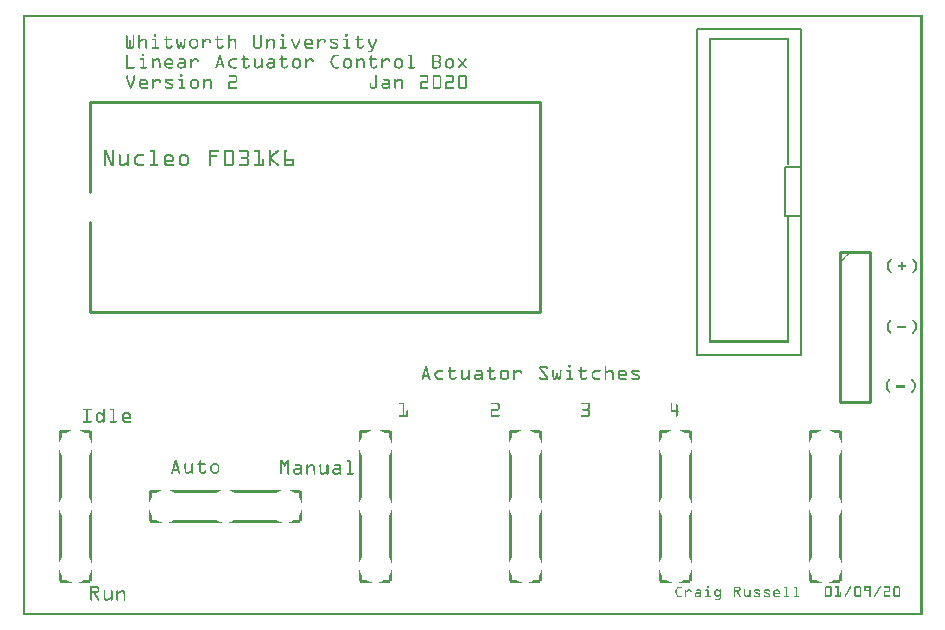
<source format=gto>
G04 MADE WITH FRITZING*
G04 WWW.FRITZING.ORG*
G04 DOUBLE SIDED*
G04 HOLES PLATED*
G04 CONTOUR ON CENTER OF CONTOUR VECTOR*
%ASAXBY*%
%FSLAX23Y23*%
%MOIN*%
%OFA0B0*%
%SFA1.0B1.0*%
%ADD10R,0.354200X1.095200X0.338200X1.079200*%
%ADD11C,0.008000*%
%ADD12R,0.063000X0.173200X0.047000X0.157200*%
%ADD13C,0.010000*%
%ADD14R,0.001000X0.001000*%
%LNSILK1*%
G90*
G70*
G54D11*
X2248Y1955D02*
X2595Y1955D01*
X2595Y868D01*
X2248Y868D01*
X2248Y1955D01*
D02*
X2540Y1494D02*
X2595Y1494D01*
X2595Y1329D01*
X2540Y1329D01*
X2540Y1494D01*
D02*
G54D13*
X226Y1012D02*
X1726Y1012D01*
D02*
X1726Y1012D02*
X1726Y1712D01*
D02*
X1726Y1712D02*
X226Y1712D01*
D02*
X226Y1012D02*
X226Y1312D01*
D02*
X226Y1412D02*
X226Y1712D01*
D02*
X2726Y1212D02*
X2726Y712D01*
D02*
X2726Y712D02*
X2826Y712D01*
D02*
X2826Y712D02*
X2826Y1212D01*
D02*
X2826Y1212D02*
X2726Y1212D01*
G54D14*
X0Y2000D02*
X2999Y2000D01*
X0Y1999D02*
X2999Y1999D01*
X0Y1998D02*
X2999Y1998D01*
X0Y1997D02*
X2999Y1997D01*
X0Y1996D02*
X2999Y1996D01*
X0Y1995D02*
X2999Y1995D01*
X0Y1994D02*
X2999Y1994D01*
X0Y1993D02*
X2999Y1993D01*
X0Y1992D02*
X7Y1992D01*
X2992Y1992D02*
X2999Y1992D01*
X0Y1991D02*
X7Y1991D01*
X2992Y1991D02*
X2999Y1991D01*
X0Y1990D02*
X7Y1990D01*
X2992Y1990D02*
X2999Y1990D01*
X0Y1989D02*
X7Y1989D01*
X2992Y1989D02*
X2999Y1989D01*
X0Y1988D02*
X7Y1988D01*
X2992Y1988D02*
X2999Y1988D01*
X0Y1987D02*
X7Y1987D01*
X2992Y1987D02*
X2999Y1987D01*
X0Y1986D02*
X7Y1986D01*
X2992Y1986D02*
X2999Y1986D01*
X0Y1985D02*
X7Y1985D01*
X2992Y1985D02*
X2999Y1985D01*
X0Y1984D02*
X7Y1984D01*
X2992Y1984D02*
X2999Y1984D01*
X0Y1983D02*
X7Y1983D01*
X2992Y1983D02*
X2999Y1983D01*
X0Y1982D02*
X7Y1982D01*
X2992Y1982D02*
X2999Y1982D01*
X0Y1981D02*
X7Y1981D01*
X2992Y1981D02*
X2999Y1981D01*
X0Y1980D02*
X7Y1980D01*
X2992Y1980D02*
X2999Y1980D01*
X0Y1979D02*
X7Y1979D01*
X2992Y1979D02*
X2999Y1979D01*
X0Y1978D02*
X7Y1978D01*
X2992Y1978D02*
X2999Y1978D01*
X0Y1977D02*
X7Y1977D01*
X2992Y1977D02*
X2999Y1977D01*
X0Y1976D02*
X7Y1976D01*
X2992Y1976D02*
X2999Y1976D01*
X0Y1975D02*
X7Y1975D01*
X2992Y1975D02*
X2999Y1975D01*
X0Y1974D02*
X7Y1974D01*
X2992Y1974D02*
X2999Y1974D01*
X0Y1973D02*
X7Y1973D01*
X2992Y1973D02*
X2999Y1973D01*
X0Y1972D02*
X7Y1972D01*
X2992Y1972D02*
X2999Y1972D01*
X0Y1971D02*
X7Y1971D01*
X2992Y1971D02*
X2999Y1971D01*
X0Y1970D02*
X7Y1970D01*
X2992Y1970D02*
X2999Y1970D01*
X0Y1969D02*
X7Y1969D01*
X2992Y1969D02*
X2999Y1969D01*
X0Y1968D02*
X7Y1968D01*
X2992Y1968D02*
X2999Y1968D01*
X0Y1967D02*
X7Y1967D01*
X2992Y1967D02*
X2999Y1967D01*
X0Y1966D02*
X7Y1966D01*
X2992Y1966D02*
X2999Y1966D01*
X0Y1965D02*
X7Y1965D01*
X2992Y1965D02*
X2999Y1965D01*
X0Y1964D02*
X7Y1964D01*
X2992Y1964D02*
X2999Y1964D01*
X0Y1963D02*
X7Y1963D01*
X2992Y1963D02*
X2999Y1963D01*
X0Y1962D02*
X7Y1962D01*
X2992Y1962D02*
X2999Y1962D01*
X0Y1961D02*
X7Y1961D01*
X2992Y1961D02*
X2999Y1961D01*
X0Y1960D02*
X7Y1960D01*
X2992Y1960D02*
X2999Y1960D01*
X0Y1959D02*
X7Y1959D01*
X2992Y1959D02*
X2999Y1959D01*
X0Y1958D02*
X7Y1958D01*
X2992Y1958D02*
X2999Y1958D01*
X0Y1957D02*
X7Y1957D01*
X2992Y1957D02*
X2999Y1957D01*
X0Y1956D02*
X7Y1956D01*
X2992Y1956D02*
X2999Y1956D01*
X0Y1955D02*
X7Y1955D01*
X2992Y1955D02*
X2999Y1955D01*
X0Y1954D02*
X7Y1954D01*
X2992Y1954D02*
X2999Y1954D01*
X0Y1953D02*
X7Y1953D01*
X2992Y1953D02*
X2999Y1953D01*
X0Y1952D02*
X7Y1952D01*
X2992Y1952D02*
X2999Y1952D01*
X0Y1951D02*
X7Y1951D01*
X2992Y1951D02*
X2999Y1951D01*
X0Y1950D02*
X7Y1950D01*
X2992Y1950D02*
X2999Y1950D01*
X0Y1949D02*
X7Y1949D01*
X2992Y1949D02*
X2999Y1949D01*
X0Y1948D02*
X7Y1948D01*
X2992Y1948D02*
X2999Y1948D01*
X0Y1947D02*
X7Y1947D01*
X2992Y1947D02*
X2999Y1947D01*
X0Y1946D02*
X7Y1946D01*
X2992Y1946D02*
X2999Y1946D01*
X0Y1945D02*
X7Y1945D01*
X2992Y1945D02*
X2999Y1945D01*
X0Y1944D02*
X7Y1944D01*
X2992Y1944D02*
X2999Y1944D01*
X0Y1943D02*
X7Y1943D01*
X2992Y1943D02*
X2999Y1943D01*
X0Y1942D02*
X7Y1942D01*
X2992Y1942D02*
X2999Y1942D01*
X0Y1941D02*
X7Y1941D01*
X2992Y1941D02*
X2999Y1941D01*
X0Y1940D02*
X7Y1940D01*
X2992Y1940D02*
X2999Y1940D01*
X0Y1939D02*
X7Y1939D01*
X2992Y1939D02*
X2999Y1939D01*
X0Y1938D02*
X7Y1938D01*
X2992Y1938D02*
X2999Y1938D01*
X0Y1937D02*
X7Y1937D01*
X2992Y1937D02*
X2999Y1937D01*
X0Y1936D02*
X7Y1936D01*
X438Y1936D02*
X444Y1936D01*
X863Y1936D02*
X869Y1936D01*
X1076Y1936D02*
X1082Y1936D01*
X2992Y1936D02*
X2999Y1936D01*
X0Y1935D02*
X7Y1935D01*
X438Y1935D02*
X445Y1935D01*
X863Y1935D02*
X870Y1935D01*
X1075Y1935D02*
X1083Y1935D01*
X2992Y1935D02*
X2999Y1935D01*
X0Y1934D02*
X7Y1934D01*
X345Y1934D02*
X347Y1934D01*
X369Y1934D02*
X370Y1934D01*
X388Y1934D02*
X389Y1934D01*
X437Y1934D02*
X445Y1934D01*
X685Y1934D02*
X687Y1934D01*
X770Y1934D02*
X772Y1934D01*
X794Y1934D02*
X796Y1934D01*
X863Y1934D02*
X870Y1934D01*
X1075Y1934D02*
X1083Y1934D01*
X2992Y1934D02*
X2999Y1934D01*
X0Y1933D02*
X7Y1933D01*
X344Y1933D02*
X348Y1933D01*
X367Y1933D02*
X371Y1933D01*
X387Y1933D02*
X390Y1933D01*
X437Y1933D02*
X445Y1933D01*
X684Y1933D02*
X688Y1933D01*
X769Y1933D02*
X773Y1933D01*
X793Y1933D02*
X797Y1933D01*
X862Y1933D02*
X870Y1933D01*
X1075Y1933D02*
X1083Y1933D01*
X2992Y1933D02*
X2999Y1933D01*
X0Y1932D02*
X7Y1932D01*
X344Y1932D02*
X348Y1932D01*
X367Y1932D02*
X372Y1932D01*
X386Y1932D02*
X391Y1932D01*
X437Y1932D02*
X445Y1932D01*
X684Y1932D02*
X689Y1932D01*
X769Y1932D02*
X774Y1932D01*
X792Y1932D02*
X797Y1932D01*
X862Y1932D02*
X870Y1932D01*
X1075Y1932D02*
X1083Y1932D01*
X2992Y1932D02*
X2999Y1932D01*
X0Y1931D02*
X7Y1931D01*
X344Y1931D02*
X349Y1931D01*
X367Y1931D02*
X372Y1931D01*
X386Y1931D02*
X391Y1931D01*
X437Y1931D02*
X445Y1931D01*
X478Y1931D02*
X481Y1931D01*
X648Y1931D02*
X651Y1931D01*
X684Y1931D02*
X689Y1931D01*
X769Y1931D02*
X774Y1931D01*
X792Y1931D02*
X797Y1931D01*
X863Y1931D02*
X870Y1931D01*
X1075Y1931D02*
X1083Y1931D01*
X1116Y1931D02*
X1119Y1931D01*
X2992Y1931D02*
X2999Y1931D01*
X0Y1930D02*
X7Y1930D01*
X344Y1930D02*
X349Y1930D01*
X367Y1930D02*
X372Y1930D01*
X386Y1930D02*
X391Y1930D01*
X438Y1930D02*
X445Y1930D01*
X477Y1930D02*
X482Y1930D01*
X647Y1930D02*
X652Y1930D01*
X684Y1930D02*
X689Y1930D01*
X769Y1930D02*
X774Y1930D01*
X792Y1930D02*
X797Y1930D01*
X863Y1930D02*
X870Y1930D01*
X1076Y1930D02*
X1083Y1930D01*
X1115Y1930D02*
X1119Y1930D01*
X2992Y1930D02*
X2999Y1930D01*
X0Y1929D02*
X7Y1929D01*
X344Y1929D02*
X349Y1929D01*
X367Y1929D02*
X372Y1929D01*
X386Y1929D02*
X391Y1929D01*
X439Y1929D02*
X444Y1929D01*
X477Y1929D02*
X482Y1929D01*
X647Y1929D02*
X652Y1929D01*
X684Y1929D02*
X689Y1929D01*
X769Y1929D02*
X774Y1929D01*
X792Y1929D02*
X797Y1929D01*
X864Y1929D02*
X869Y1929D01*
X1076Y1929D02*
X1082Y1929D01*
X1115Y1929D02*
X1120Y1929D01*
X2992Y1929D02*
X2999Y1929D01*
X0Y1928D02*
X7Y1928D01*
X344Y1928D02*
X349Y1928D01*
X367Y1928D02*
X372Y1928D01*
X386Y1928D02*
X391Y1928D01*
X477Y1928D02*
X482Y1928D01*
X647Y1928D02*
X652Y1928D01*
X684Y1928D02*
X689Y1928D01*
X769Y1928D02*
X774Y1928D01*
X792Y1928D02*
X797Y1928D01*
X1115Y1928D02*
X1120Y1928D01*
X2992Y1928D02*
X2999Y1928D01*
X0Y1927D02*
X7Y1927D01*
X344Y1927D02*
X349Y1927D01*
X367Y1927D02*
X372Y1927D01*
X386Y1927D02*
X391Y1927D01*
X477Y1927D02*
X482Y1927D01*
X647Y1927D02*
X652Y1927D01*
X684Y1927D02*
X689Y1927D01*
X769Y1927D02*
X774Y1927D01*
X792Y1927D02*
X797Y1927D01*
X1115Y1927D02*
X1120Y1927D01*
X2992Y1927D02*
X2999Y1927D01*
X0Y1926D02*
X7Y1926D01*
X344Y1926D02*
X349Y1926D01*
X367Y1926D02*
X372Y1926D01*
X386Y1926D02*
X391Y1926D01*
X477Y1926D02*
X482Y1926D01*
X647Y1926D02*
X652Y1926D01*
X684Y1926D02*
X689Y1926D01*
X769Y1926D02*
X774Y1926D01*
X792Y1926D02*
X797Y1926D01*
X1115Y1926D02*
X1120Y1926D01*
X2992Y1926D02*
X2999Y1926D01*
X0Y1925D02*
X7Y1925D01*
X344Y1925D02*
X349Y1925D01*
X367Y1925D02*
X372Y1925D01*
X386Y1925D02*
X391Y1925D01*
X477Y1925D02*
X482Y1925D01*
X647Y1925D02*
X652Y1925D01*
X684Y1925D02*
X689Y1925D01*
X769Y1925D02*
X774Y1925D01*
X792Y1925D02*
X797Y1925D01*
X1115Y1925D02*
X1120Y1925D01*
X2992Y1925D02*
X2999Y1925D01*
X0Y1924D02*
X7Y1924D01*
X344Y1924D02*
X349Y1924D01*
X367Y1924D02*
X372Y1924D01*
X386Y1924D02*
X391Y1924D01*
X477Y1924D02*
X482Y1924D01*
X647Y1924D02*
X652Y1924D01*
X684Y1924D02*
X689Y1924D01*
X769Y1924D02*
X774Y1924D01*
X792Y1924D02*
X797Y1924D01*
X1115Y1924D02*
X1120Y1924D01*
X2992Y1924D02*
X2999Y1924D01*
X0Y1923D02*
X7Y1923D01*
X344Y1923D02*
X349Y1923D01*
X367Y1923D02*
X372Y1923D01*
X386Y1923D02*
X391Y1923D01*
X477Y1923D02*
X482Y1923D01*
X647Y1923D02*
X652Y1923D01*
X684Y1923D02*
X689Y1923D01*
X769Y1923D02*
X774Y1923D01*
X792Y1923D02*
X797Y1923D01*
X1115Y1923D02*
X1120Y1923D01*
X2288Y1923D02*
X2554Y1923D01*
X2992Y1923D02*
X2999Y1923D01*
X0Y1922D02*
X7Y1922D01*
X344Y1922D02*
X349Y1922D01*
X367Y1922D02*
X372Y1922D01*
X386Y1922D02*
X391Y1922D01*
X477Y1922D02*
X482Y1922D01*
X647Y1922D02*
X652Y1922D01*
X684Y1922D02*
X689Y1922D01*
X769Y1922D02*
X774Y1922D01*
X792Y1922D02*
X797Y1922D01*
X1114Y1922D02*
X1120Y1922D01*
X2288Y1922D02*
X2554Y1922D01*
X2992Y1922D02*
X2999Y1922D01*
X0Y1921D02*
X7Y1921D01*
X344Y1921D02*
X349Y1921D01*
X367Y1921D02*
X372Y1921D01*
X386Y1921D02*
X391Y1921D01*
X399Y1921D02*
X409Y1921D01*
X432Y1921D02*
X444Y1921D01*
X472Y1921D02*
X496Y1921D01*
X514Y1921D02*
X517Y1921D01*
X539Y1921D02*
X542Y1921D01*
X563Y1921D02*
X577Y1921D01*
X600Y1921D02*
X603Y1921D01*
X611Y1921D02*
X622Y1921D01*
X642Y1921D02*
X666Y1921D01*
X684Y1921D02*
X689Y1921D01*
X697Y1921D02*
X706Y1921D01*
X769Y1921D02*
X774Y1921D01*
X792Y1921D02*
X797Y1921D01*
X812Y1921D02*
X815Y1921D01*
X824Y1921D02*
X834Y1921D01*
X858Y1921D02*
X869Y1921D01*
X897Y1921D02*
X900Y1921D01*
X921Y1921D02*
X924Y1921D01*
X946Y1921D02*
X960Y1921D01*
X982Y1921D02*
X985Y1921D01*
X994Y1921D02*
X1005Y1921D01*
X1029Y1921D02*
X1048Y1921D01*
X1070Y1921D02*
X1082Y1921D01*
X1110Y1921D02*
X1133Y1921D01*
X1152Y1921D02*
X1155Y1921D01*
X1176Y1921D02*
X1179Y1921D01*
X2288Y1921D02*
X2554Y1921D01*
X2992Y1921D02*
X2999Y1921D01*
X0Y1920D02*
X7Y1920D01*
X344Y1920D02*
X349Y1920D01*
X367Y1920D02*
X372Y1920D01*
X386Y1920D02*
X391Y1920D01*
X397Y1920D02*
X410Y1920D01*
X432Y1920D02*
X445Y1920D01*
X471Y1920D02*
X496Y1920D01*
X513Y1920D02*
X518Y1920D01*
X538Y1920D02*
X542Y1920D01*
X562Y1920D02*
X579Y1920D01*
X599Y1920D02*
X603Y1920D01*
X610Y1920D02*
X624Y1920D01*
X641Y1920D02*
X666Y1920D01*
X684Y1920D02*
X689Y1920D01*
X695Y1920D02*
X708Y1920D01*
X769Y1920D02*
X774Y1920D01*
X792Y1920D02*
X797Y1920D01*
X812Y1920D02*
X816Y1920D01*
X822Y1920D02*
X835Y1920D01*
X857Y1920D02*
X870Y1920D01*
X897Y1920D02*
X901Y1920D01*
X920Y1920D02*
X924Y1920D01*
X944Y1920D02*
X962Y1920D01*
X982Y1920D02*
X986Y1920D01*
X993Y1920D02*
X1006Y1920D01*
X1027Y1920D02*
X1049Y1920D01*
X1070Y1920D02*
X1083Y1920D01*
X1109Y1920D02*
X1134Y1920D01*
X1152Y1920D02*
X1156Y1920D01*
X1175Y1920D02*
X1180Y1920D01*
X2288Y1920D02*
X2554Y1920D01*
X2992Y1920D02*
X2999Y1920D01*
X0Y1919D02*
X7Y1919D01*
X344Y1919D02*
X349Y1919D01*
X357Y1919D02*
X358Y1919D01*
X367Y1919D02*
X372Y1919D01*
X386Y1919D02*
X391Y1919D01*
X395Y1919D02*
X411Y1919D01*
X432Y1919D02*
X445Y1919D01*
X471Y1919D02*
X496Y1919D01*
X513Y1919D02*
X518Y1919D01*
X538Y1919D02*
X543Y1919D01*
X561Y1919D02*
X580Y1919D01*
X599Y1919D02*
X604Y1919D01*
X609Y1919D02*
X625Y1919D01*
X641Y1919D02*
X667Y1919D01*
X684Y1919D02*
X689Y1919D01*
X693Y1919D02*
X709Y1919D01*
X769Y1919D02*
X774Y1919D01*
X792Y1919D02*
X797Y1919D01*
X811Y1919D02*
X816Y1919D01*
X821Y1919D02*
X837Y1919D01*
X857Y1919D02*
X870Y1919D01*
X896Y1919D02*
X901Y1919D01*
X920Y1919D02*
X925Y1919D01*
X943Y1919D02*
X963Y1919D01*
X981Y1919D02*
X986Y1919D01*
X992Y1919D02*
X1007Y1919D01*
X1026Y1919D02*
X1050Y1919D01*
X1069Y1919D02*
X1083Y1919D01*
X1109Y1919D02*
X1134Y1919D01*
X1151Y1919D02*
X1156Y1919D01*
X1175Y1919D02*
X1180Y1919D01*
X2288Y1919D02*
X2554Y1919D01*
X2992Y1919D02*
X2999Y1919D01*
X0Y1918D02*
X7Y1918D01*
X344Y1918D02*
X349Y1918D01*
X356Y1918D02*
X360Y1918D01*
X367Y1918D02*
X372Y1918D01*
X386Y1918D02*
X391Y1918D01*
X394Y1918D02*
X412Y1918D01*
X432Y1918D02*
X445Y1918D01*
X471Y1918D02*
X496Y1918D01*
X513Y1918D02*
X518Y1918D01*
X538Y1918D02*
X543Y1918D01*
X559Y1918D02*
X581Y1918D01*
X599Y1918D02*
X604Y1918D01*
X608Y1918D02*
X625Y1918D01*
X641Y1918D02*
X666Y1918D01*
X684Y1918D02*
X689Y1918D01*
X691Y1918D02*
X710Y1918D01*
X769Y1918D02*
X774Y1918D01*
X792Y1918D02*
X797Y1918D01*
X811Y1918D02*
X816Y1918D01*
X819Y1918D02*
X837Y1918D01*
X857Y1918D02*
X870Y1918D01*
X896Y1918D02*
X901Y1918D01*
X920Y1918D02*
X925Y1918D01*
X942Y1918D02*
X964Y1918D01*
X981Y1918D02*
X986Y1918D01*
X990Y1918D02*
X1008Y1918D01*
X1025Y1918D02*
X1051Y1918D01*
X1069Y1918D02*
X1083Y1918D01*
X1109Y1918D02*
X1134Y1918D01*
X1151Y1918D02*
X1156Y1918D01*
X1175Y1918D02*
X1180Y1918D01*
X2288Y1918D02*
X2554Y1918D01*
X2992Y1918D02*
X2999Y1918D01*
X0Y1917D02*
X7Y1917D01*
X344Y1917D02*
X349Y1917D01*
X355Y1917D02*
X360Y1917D01*
X367Y1917D02*
X372Y1917D01*
X386Y1917D02*
X413Y1917D01*
X432Y1917D02*
X445Y1917D01*
X472Y1917D02*
X496Y1917D01*
X513Y1917D02*
X518Y1917D01*
X538Y1917D02*
X543Y1917D01*
X558Y1917D02*
X582Y1917D01*
X599Y1917D02*
X604Y1917D01*
X606Y1917D02*
X626Y1917D01*
X642Y1917D02*
X666Y1917D01*
X684Y1917D02*
X710Y1917D01*
X769Y1917D02*
X774Y1917D01*
X792Y1917D02*
X797Y1917D01*
X811Y1917D02*
X838Y1917D01*
X857Y1917D02*
X870Y1917D01*
X896Y1917D02*
X901Y1917D01*
X920Y1917D02*
X925Y1917D01*
X941Y1917D02*
X965Y1917D01*
X981Y1917D02*
X986Y1917D01*
X989Y1917D02*
X1009Y1917D01*
X1025Y1917D02*
X1052Y1917D01*
X1070Y1917D02*
X1083Y1917D01*
X1110Y1917D02*
X1134Y1917D01*
X1151Y1917D02*
X1156Y1917D01*
X1175Y1917D02*
X1180Y1917D01*
X2288Y1917D02*
X2554Y1917D01*
X2992Y1917D02*
X2999Y1917D01*
X0Y1916D02*
X7Y1916D01*
X344Y1916D02*
X349Y1916D01*
X355Y1916D02*
X360Y1916D01*
X367Y1916D02*
X372Y1916D01*
X386Y1916D02*
X413Y1916D01*
X434Y1916D02*
X445Y1916D01*
X474Y1916D02*
X494Y1916D01*
X513Y1916D02*
X518Y1916D01*
X538Y1916D02*
X543Y1916D01*
X558Y1916D02*
X583Y1916D01*
X599Y1916D02*
X627Y1916D01*
X644Y1916D02*
X664Y1916D01*
X684Y1916D02*
X711Y1916D01*
X769Y1916D02*
X774Y1916D01*
X792Y1916D02*
X797Y1916D01*
X811Y1916D02*
X838Y1916D01*
X859Y1916D02*
X870Y1916D01*
X896Y1916D02*
X901Y1916D01*
X920Y1916D02*
X925Y1916D01*
X940Y1916D02*
X966Y1916D01*
X981Y1916D02*
X986Y1916D01*
X988Y1916D02*
X1009Y1916D01*
X1025Y1916D02*
X1052Y1916D01*
X1072Y1916D02*
X1083Y1916D01*
X1111Y1916D02*
X1132Y1916D01*
X1151Y1916D02*
X1156Y1916D01*
X1175Y1916D02*
X1180Y1916D01*
X2288Y1916D02*
X2554Y1916D01*
X2992Y1916D02*
X2999Y1916D01*
X0Y1915D02*
X7Y1915D01*
X344Y1915D02*
X349Y1915D01*
X355Y1915D02*
X360Y1915D01*
X367Y1915D02*
X372Y1915D01*
X386Y1915D02*
X399Y1915D01*
X408Y1915D02*
X413Y1915D01*
X440Y1915D02*
X445Y1915D01*
X477Y1915D02*
X482Y1915D01*
X513Y1915D02*
X518Y1915D01*
X538Y1915D02*
X542Y1915D01*
X557Y1915D02*
X564Y1915D01*
X577Y1915D02*
X584Y1915D01*
X599Y1915D02*
X612Y1915D01*
X621Y1915D02*
X627Y1915D01*
X647Y1915D02*
X652Y1915D01*
X684Y1915D02*
X697Y1915D01*
X705Y1915D02*
X711Y1915D01*
X769Y1915D02*
X774Y1915D01*
X792Y1915D02*
X797Y1915D01*
X811Y1915D02*
X824Y1915D01*
X833Y1915D02*
X839Y1915D01*
X866Y1915D02*
X870Y1915D01*
X896Y1915D02*
X901Y1915D01*
X920Y1915D02*
X925Y1915D01*
X940Y1915D02*
X947Y1915D01*
X959Y1915D02*
X966Y1915D01*
X981Y1915D02*
X995Y1915D01*
X1004Y1915D02*
X1009Y1915D01*
X1025Y1915D02*
X1030Y1915D01*
X1047Y1915D02*
X1051Y1915D01*
X1078Y1915D02*
X1083Y1915D01*
X1115Y1915D02*
X1120Y1915D01*
X1151Y1915D02*
X1156Y1915D01*
X1175Y1915D02*
X1180Y1915D01*
X2288Y1915D02*
X2295Y1915D01*
X2547Y1915D02*
X2554Y1915D01*
X2992Y1915D02*
X2999Y1915D01*
X0Y1914D02*
X7Y1914D01*
X344Y1914D02*
X349Y1914D01*
X355Y1914D02*
X360Y1914D01*
X367Y1914D02*
X372Y1914D01*
X386Y1914D02*
X398Y1914D01*
X408Y1914D02*
X414Y1914D01*
X440Y1914D02*
X445Y1914D01*
X477Y1914D02*
X482Y1914D01*
X513Y1914D02*
X518Y1914D01*
X537Y1914D02*
X542Y1914D01*
X557Y1914D02*
X563Y1914D01*
X578Y1914D02*
X584Y1914D01*
X599Y1914D02*
X611Y1914D01*
X622Y1914D02*
X627Y1914D01*
X647Y1914D02*
X652Y1914D01*
X684Y1914D02*
X695Y1914D01*
X706Y1914D02*
X711Y1914D01*
X769Y1914D02*
X774Y1914D01*
X792Y1914D02*
X797Y1914D01*
X811Y1914D02*
X823Y1914D01*
X834Y1914D02*
X839Y1914D01*
X866Y1914D02*
X870Y1914D01*
X896Y1914D02*
X901Y1914D01*
X920Y1914D02*
X925Y1914D01*
X939Y1914D02*
X945Y1914D01*
X961Y1914D02*
X967Y1914D01*
X981Y1914D02*
X994Y1914D01*
X1005Y1914D02*
X1010Y1914D01*
X1025Y1914D02*
X1030Y1914D01*
X1048Y1914D02*
X1050Y1914D01*
X1078Y1914D02*
X1083Y1914D01*
X1115Y1914D02*
X1120Y1914D01*
X1151Y1914D02*
X1157Y1914D01*
X1175Y1914D02*
X1180Y1914D01*
X2288Y1914D02*
X2295Y1914D01*
X2547Y1914D02*
X2554Y1914D01*
X2992Y1914D02*
X2999Y1914D01*
X0Y1913D02*
X7Y1913D01*
X344Y1913D02*
X349Y1913D01*
X355Y1913D02*
X360Y1913D01*
X367Y1913D02*
X372Y1913D01*
X386Y1913D02*
X396Y1913D01*
X409Y1913D02*
X414Y1913D01*
X440Y1913D02*
X445Y1913D01*
X477Y1913D02*
X482Y1913D01*
X513Y1913D02*
X518Y1913D01*
X537Y1913D02*
X542Y1913D01*
X556Y1913D02*
X562Y1913D01*
X579Y1913D02*
X584Y1913D01*
X599Y1913D02*
X610Y1913D01*
X622Y1913D02*
X627Y1913D01*
X647Y1913D02*
X652Y1913D01*
X684Y1913D02*
X694Y1913D01*
X706Y1913D02*
X711Y1913D01*
X769Y1913D02*
X774Y1913D01*
X792Y1913D02*
X797Y1913D01*
X811Y1913D02*
X821Y1913D01*
X834Y1913D02*
X839Y1913D01*
X866Y1913D02*
X870Y1913D01*
X896Y1913D02*
X902Y1913D01*
X919Y1913D02*
X924Y1913D01*
X939Y1913D02*
X944Y1913D01*
X962Y1913D02*
X967Y1913D01*
X981Y1913D02*
X993Y1913D01*
X1005Y1913D02*
X1010Y1913D01*
X1025Y1913D02*
X1030Y1913D01*
X1078Y1913D02*
X1083Y1913D01*
X1115Y1913D02*
X1120Y1913D01*
X1152Y1913D02*
X1157Y1913D01*
X1174Y1913D02*
X1180Y1913D01*
X2288Y1913D02*
X2295Y1913D01*
X2547Y1913D02*
X2554Y1913D01*
X2992Y1913D02*
X2999Y1913D01*
X0Y1912D02*
X7Y1912D01*
X344Y1912D02*
X349Y1912D01*
X355Y1912D02*
X360Y1912D01*
X367Y1912D02*
X372Y1912D01*
X386Y1912D02*
X395Y1912D01*
X409Y1912D02*
X414Y1912D01*
X440Y1912D02*
X445Y1912D01*
X477Y1912D02*
X482Y1912D01*
X513Y1912D02*
X518Y1912D01*
X537Y1912D02*
X542Y1912D01*
X556Y1912D02*
X561Y1912D01*
X579Y1912D02*
X584Y1912D01*
X599Y1912D02*
X609Y1912D01*
X622Y1912D02*
X627Y1912D01*
X647Y1912D02*
X652Y1912D01*
X684Y1912D02*
X692Y1912D01*
X706Y1912D02*
X711Y1912D01*
X769Y1912D02*
X774Y1912D01*
X792Y1912D02*
X797Y1912D01*
X811Y1912D02*
X820Y1912D01*
X834Y1912D02*
X839Y1912D01*
X866Y1912D02*
X870Y1912D01*
X897Y1912D02*
X902Y1912D01*
X919Y1912D02*
X924Y1912D01*
X939Y1912D02*
X944Y1912D01*
X962Y1912D02*
X967Y1912D01*
X981Y1912D02*
X992Y1912D01*
X1005Y1912D02*
X1010Y1912D01*
X1025Y1912D02*
X1032Y1912D01*
X1078Y1912D02*
X1083Y1912D01*
X1115Y1912D02*
X1120Y1912D01*
X1152Y1912D02*
X1157Y1912D01*
X1174Y1912D02*
X1179Y1912D01*
X2288Y1912D02*
X2295Y1912D01*
X2547Y1912D02*
X2554Y1912D01*
X2992Y1912D02*
X2999Y1912D01*
X0Y1911D02*
X7Y1911D01*
X344Y1911D02*
X349Y1911D01*
X355Y1911D02*
X360Y1911D01*
X367Y1911D02*
X372Y1911D01*
X386Y1911D02*
X393Y1911D01*
X409Y1911D02*
X414Y1911D01*
X440Y1911D02*
X445Y1911D01*
X477Y1911D02*
X482Y1911D01*
X513Y1911D02*
X518Y1911D01*
X526Y1911D02*
X529Y1911D01*
X537Y1911D02*
X542Y1911D01*
X556Y1911D02*
X561Y1911D01*
X580Y1911D02*
X585Y1911D01*
X599Y1911D02*
X608Y1911D01*
X622Y1911D02*
X627Y1911D01*
X647Y1911D02*
X652Y1911D01*
X684Y1911D02*
X691Y1911D01*
X706Y1911D02*
X711Y1911D01*
X769Y1911D02*
X774Y1911D01*
X792Y1911D02*
X797Y1911D01*
X811Y1911D02*
X818Y1911D01*
X834Y1911D02*
X839Y1911D01*
X866Y1911D02*
X870Y1911D01*
X897Y1911D02*
X903Y1911D01*
X918Y1911D02*
X924Y1911D01*
X939Y1911D02*
X944Y1911D01*
X962Y1911D02*
X967Y1911D01*
X981Y1911D02*
X990Y1911D01*
X1005Y1911D02*
X1010Y1911D01*
X1025Y1911D02*
X1035Y1911D01*
X1078Y1911D02*
X1083Y1911D01*
X1115Y1911D02*
X1120Y1911D01*
X1152Y1911D02*
X1158Y1911D01*
X1173Y1911D02*
X1179Y1911D01*
X2288Y1911D02*
X2295Y1911D01*
X2547Y1911D02*
X2554Y1911D01*
X2992Y1911D02*
X2999Y1911D01*
X0Y1910D02*
X7Y1910D01*
X344Y1910D02*
X349Y1910D01*
X355Y1910D02*
X360Y1910D01*
X367Y1910D02*
X372Y1910D01*
X386Y1910D02*
X391Y1910D01*
X409Y1910D02*
X414Y1910D01*
X440Y1910D02*
X445Y1910D01*
X477Y1910D02*
X482Y1910D01*
X513Y1910D02*
X518Y1910D01*
X526Y1910D02*
X530Y1910D01*
X537Y1910D02*
X542Y1910D01*
X556Y1910D02*
X561Y1910D01*
X580Y1910D02*
X585Y1910D01*
X599Y1910D02*
X607Y1910D01*
X622Y1910D02*
X627Y1910D01*
X647Y1910D02*
X652Y1910D01*
X684Y1910D02*
X689Y1910D01*
X706Y1910D02*
X711Y1910D01*
X769Y1910D02*
X774Y1910D01*
X792Y1910D02*
X797Y1910D01*
X811Y1910D02*
X817Y1910D01*
X834Y1910D02*
X839Y1910D01*
X866Y1910D02*
X870Y1910D01*
X898Y1910D02*
X903Y1910D01*
X918Y1910D02*
X923Y1910D01*
X939Y1910D02*
X944Y1910D01*
X962Y1910D02*
X967Y1910D01*
X981Y1910D02*
X989Y1910D01*
X1005Y1910D02*
X1009Y1910D01*
X1026Y1910D02*
X1037Y1910D01*
X1078Y1910D02*
X1083Y1910D01*
X1115Y1910D02*
X1120Y1910D01*
X1153Y1910D02*
X1158Y1910D01*
X1173Y1910D02*
X1178Y1910D01*
X2288Y1910D02*
X2295Y1910D01*
X2547Y1910D02*
X2554Y1910D01*
X2992Y1910D02*
X2999Y1910D01*
X0Y1909D02*
X7Y1909D01*
X344Y1909D02*
X349Y1909D01*
X355Y1909D02*
X360Y1909D01*
X367Y1909D02*
X372Y1909D01*
X386Y1909D02*
X391Y1909D01*
X409Y1909D02*
X414Y1909D01*
X440Y1909D02*
X445Y1909D01*
X477Y1909D02*
X482Y1909D01*
X513Y1909D02*
X518Y1909D01*
X525Y1909D02*
X530Y1909D01*
X537Y1909D02*
X542Y1909D01*
X556Y1909D02*
X561Y1909D01*
X580Y1909D02*
X585Y1909D01*
X599Y1909D02*
X605Y1909D01*
X623Y1909D02*
X626Y1909D01*
X647Y1909D02*
X652Y1909D01*
X684Y1909D02*
X689Y1909D01*
X707Y1909D02*
X711Y1909D01*
X769Y1909D02*
X774Y1909D01*
X792Y1909D02*
X797Y1909D01*
X811Y1909D02*
X816Y1909D01*
X834Y1909D02*
X839Y1909D01*
X866Y1909D02*
X870Y1909D01*
X898Y1909D02*
X904Y1909D01*
X917Y1909D02*
X923Y1909D01*
X939Y1909D02*
X944Y1909D01*
X962Y1909D02*
X967Y1909D01*
X981Y1909D02*
X988Y1909D01*
X1006Y1909D02*
X1008Y1909D01*
X1027Y1909D02*
X1039Y1909D01*
X1078Y1909D02*
X1083Y1909D01*
X1115Y1909D02*
X1120Y1909D01*
X1153Y1909D02*
X1159Y1909D01*
X1172Y1909D02*
X1178Y1909D01*
X2288Y1909D02*
X2295Y1909D01*
X2547Y1909D02*
X2554Y1909D01*
X2992Y1909D02*
X2999Y1909D01*
X0Y1908D02*
X7Y1908D01*
X344Y1908D02*
X349Y1908D01*
X355Y1908D02*
X360Y1908D01*
X367Y1908D02*
X372Y1908D01*
X386Y1908D02*
X391Y1908D01*
X409Y1908D02*
X414Y1908D01*
X440Y1908D02*
X445Y1908D01*
X477Y1908D02*
X482Y1908D01*
X513Y1908D02*
X518Y1908D01*
X525Y1908D02*
X530Y1908D01*
X537Y1908D02*
X542Y1908D01*
X556Y1908D02*
X561Y1908D01*
X580Y1908D02*
X585Y1908D01*
X599Y1908D02*
X604Y1908D01*
X647Y1908D02*
X652Y1908D01*
X684Y1908D02*
X689Y1908D01*
X707Y1908D02*
X712Y1908D01*
X769Y1908D02*
X774Y1908D01*
X792Y1908D02*
X797Y1908D01*
X811Y1908D02*
X816Y1908D01*
X834Y1908D02*
X839Y1908D01*
X866Y1908D02*
X870Y1908D01*
X899Y1908D02*
X904Y1908D01*
X917Y1908D02*
X922Y1908D01*
X939Y1908D02*
X944Y1908D01*
X962Y1908D02*
X967Y1908D01*
X981Y1908D02*
X987Y1908D01*
X1028Y1908D02*
X1041Y1908D01*
X1078Y1908D02*
X1083Y1908D01*
X1115Y1908D02*
X1120Y1908D01*
X1154Y1908D02*
X1159Y1908D01*
X1172Y1908D02*
X1177Y1908D01*
X2288Y1908D02*
X2295Y1908D01*
X2547Y1908D02*
X2554Y1908D01*
X2992Y1908D02*
X2999Y1908D01*
X0Y1907D02*
X7Y1907D01*
X344Y1907D02*
X349Y1907D01*
X355Y1907D02*
X360Y1907D01*
X367Y1907D02*
X372Y1907D01*
X386Y1907D02*
X391Y1907D01*
X409Y1907D02*
X414Y1907D01*
X440Y1907D02*
X445Y1907D01*
X477Y1907D02*
X482Y1907D01*
X513Y1907D02*
X518Y1907D01*
X525Y1907D02*
X530Y1907D01*
X537Y1907D02*
X542Y1907D01*
X556Y1907D02*
X561Y1907D01*
X580Y1907D02*
X585Y1907D01*
X599Y1907D02*
X604Y1907D01*
X647Y1907D02*
X652Y1907D01*
X684Y1907D02*
X689Y1907D01*
X707Y1907D02*
X712Y1907D01*
X769Y1907D02*
X774Y1907D01*
X792Y1907D02*
X797Y1907D01*
X811Y1907D02*
X816Y1907D01*
X834Y1907D02*
X839Y1907D01*
X866Y1907D02*
X870Y1907D01*
X899Y1907D02*
X905Y1907D01*
X916Y1907D02*
X922Y1907D01*
X939Y1907D02*
X944Y1907D01*
X962Y1907D02*
X967Y1907D01*
X981Y1907D02*
X986Y1907D01*
X1030Y1907D02*
X1044Y1907D01*
X1078Y1907D02*
X1083Y1907D01*
X1115Y1907D02*
X1120Y1907D01*
X1154Y1907D02*
X1160Y1907D01*
X1171Y1907D02*
X1177Y1907D01*
X2288Y1907D02*
X2295Y1907D01*
X2547Y1907D02*
X2554Y1907D01*
X2992Y1907D02*
X2999Y1907D01*
X0Y1906D02*
X7Y1906D01*
X344Y1906D02*
X349Y1906D01*
X355Y1906D02*
X360Y1906D01*
X367Y1906D02*
X372Y1906D01*
X386Y1906D02*
X391Y1906D01*
X409Y1906D02*
X414Y1906D01*
X440Y1906D02*
X445Y1906D01*
X477Y1906D02*
X482Y1906D01*
X513Y1906D02*
X518Y1906D01*
X525Y1906D02*
X530Y1906D01*
X537Y1906D02*
X542Y1906D01*
X556Y1906D02*
X561Y1906D01*
X580Y1906D02*
X585Y1906D01*
X599Y1906D02*
X604Y1906D01*
X647Y1906D02*
X652Y1906D01*
X684Y1906D02*
X689Y1906D01*
X707Y1906D02*
X712Y1906D01*
X769Y1906D02*
X774Y1906D01*
X792Y1906D02*
X797Y1906D01*
X811Y1906D02*
X816Y1906D01*
X834Y1906D02*
X839Y1906D01*
X866Y1906D02*
X870Y1906D01*
X899Y1906D02*
X905Y1906D01*
X916Y1906D02*
X921Y1906D01*
X939Y1906D02*
X967Y1906D01*
X981Y1906D02*
X986Y1906D01*
X1032Y1906D02*
X1046Y1906D01*
X1078Y1906D02*
X1083Y1906D01*
X1115Y1906D02*
X1120Y1906D01*
X1155Y1906D02*
X1160Y1906D01*
X1171Y1906D02*
X1177Y1906D01*
X2288Y1906D02*
X2295Y1906D01*
X2547Y1906D02*
X2554Y1906D01*
X2992Y1906D02*
X2999Y1906D01*
X0Y1905D02*
X7Y1905D01*
X344Y1905D02*
X349Y1905D01*
X355Y1905D02*
X360Y1905D01*
X367Y1905D02*
X372Y1905D01*
X386Y1905D02*
X391Y1905D01*
X409Y1905D02*
X414Y1905D01*
X440Y1905D02*
X445Y1905D01*
X477Y1905D02*
X482Y1905D01*
X513Y1905D02*
X518Y1905D01*
X525Y1905D02*
X530Y1905D01*
X537Y1905D02*
X542Y1905D01*
X556Y1905D02*
X561Y1905D01*
X580Y1905D02*
X585Y1905D01*
X599Y1905D02*
X604Y1905D01*
X647Y1905D02*
X652Y1905D01*
X684Y1905D02*
X689Y1905D01*
X707Y1905D02*
X712Y1905D01*
X769Y1905D02*
X774Y1905D01*
X792Y1905D02*
X797Y1905D01*
X811Y1905D02*
X816Y1905D01*
X834Y1905D02*
X839Y1905D01*
X866Y1905D02*
X870Y1905D01*
X900Y1905D02*
X905Y1905D01*
X916Y1905D02*
X921Y1905D01*
X939Y1905D02*
X967Y1905D01*
X981Y1905D02*
X986Y1905D01*
X1034Y1905D02*
X1048Y1905D01*
X1078Y1905D02*
X1083Y1905D01*
X1115Y1905D02*
X1120Y1905D01*
X1155Y1905D02*
X1161Y1905D01*
X1171Y1905D02*
X1176Y1905D01*
X2288Y1905D02*
X2295Y1905D01*
X2547Y1905D02*
X2554Y1905D01*
X2992Y1905D02*
X2999Y1905D01*
X0Y1904D02*
X7Y1904D01*
X344Y1904D02*
X349Y1904D01*
X355Y1904D02*
X360Y1904D01*
X367Y1904D02*
X372Y1904D01*
X386Y1904D02*
X391Y1904D01*
X409Y1904D02*
X414Y1904D01*
X440Y1904D02*
X445Y1904D01*
X477Y1904D02*
X482Y1904D01*
X513Y1904D02*
X518Y1904D01*
X525Y1904D02*
X530Y1904D01*
X537Y1904D02*
X542Y1904D01*
X556Y1904D02*
X561Y1904D01*
X580Y1904D02*
X585Y1904D01*
X599Y1904D02*
X604Y1904D01*
X647Y1904D02*
X652Y1904D01*
X684Y1904D02*
X689Y1904D01*
X707Y1904D02*
X712Y1904D01*
X769Y1904D02*
X774Y1904D01*
X792Y1904D02*
X797Y1904D01*
X811Y1904D02*
X816Y1904D01*
X834Y1904D02*
X839Y1904D01*
X866Y1904D02*
X870Y1904D01*
X900Y1904D02*
X906Y1904D01*
X915Y1904D02*
X921Y1904D01*
X939Y1904D02*
X967Y1904D01*
X981Y1904D02*
X986Y1904D01*
X1037Y1904D02*
X1049Y1904D01*
X1078Y1904D02*
X1083Y1904D01*
X1115Y1904D02*
X1120Y1904D01*
X1155Y1904D02*
X1161Y1904D01*
X1170Y1904D02*
X1176Y1904D01*
X2288Y1904D02*
X2295Y1904D01*
X2547Y1904D02*
X2554Y1904D01*
X2992Y1904D02*
X2999Y1904D01*
X0Y1903D02*
X7Y1903D01*
X344Y1903D02*
X349Y1903D01*
X355Y1903D02*
X360Y1903D01*
X367Y1903D02*
X372Y1903D01*
X386Y1903D02*
X391Y1903D01*
X409Y1903D02*
X414Y1903D01*
X440Y1903D02*
X445Y1903D01*
X477Y1903D02*
X482Y1903D01*
X513Y1903D02*
X518Y1903D01*
X525Y1903D02*
X530Y1903D01*
X537Y1903D02*
X542Y1903D01*
X556Y1903D02*
X561Y1903D01*
X580Y1903D02*
X585Y1903D01*
X599Y1903D02*
X604Y1903D01*
X647Y1903D02*
X652Y1903D01*
X684Y1903D02*
X689Y1903D01*
X707Y1903D02*
X712Y1903D01*
X769Y1903D02*
X774Y1903D01*
X792Y1903D02*
X797Y1903D01*
X811Y1903D02*
X816Y1903D01*
X834Y1903D02*
X839Y1903D01*
X866Y1903D02*
X870Y1903D01*
X901Y1903D02*
X906Y1903D01*
X915Y1903D02*
X920Y1903D01*
X939Y1903D02*
X967Y1903D01*
X981Y1903D02*
X986Y1903D01*
X1039Y1903D02*
X1050Y1903D01*
X1078Y1903D02*
X1083Y1903D01*
X1115Y1903D02*
X1120Y1903D01*
X1156Y1903D02*
X1161Y1903D01*
X1170Y1903D02*
X1175Y1903D01*
X2288Y1903D02*
X2295Y1903D01*
X2547Y1903D02*
X2554Y1903D01*
X2992Y1903D02*
X2999Y1903D01*
X0Y1902D02*
X7Y1902D01*
X344Y1902D02*
X349Y1902D01*
X355Y1902D02*
X360Y1902D01*
X367Y1902D02*
X372Y1902D01*
X386Y1902D02*
X391Y1902D01*
X409Y1902D02*
X414Y1902D01*
X440Y1902D02*
X445Y1902D01*
X477Y1902D02*
X482Y1902D01*
X514Y1902D02*
X519Y1902D01*
X525Y1902D02*
X530Y1902D01*
X537Y1902D02*
X542Y1902D01*
X556Y1902D02*
X561Y1902D01*
X580Y1902D02*
X585Y1902D01*
X599Y1902D02*
X604Y1902D01*
X647Y1902D02*
X652Y1902D01*
X684Y1902D02*
X689Y1902D01*
X707Y1902D02*
X712Y1902D01*
X769Y1902D02*
X774Y1902D01*
X792Y1902D02*
X797Y1902D01*
X811Y1902D02*
X816Y1902D01*
X834Y1902D02*
X839Y1902D01*
X866Y1902D02*
X870Y1902D01*
X901Y1902D02*
X907Y1902D01*
X914Y1902D02*
X920Y1902D01*
X939Y1902D02*
X966Y1902D01*
X981Y1902D02*
X986Y1902D01*
X1041Y1902D02*
X1051Y1902D01*
X1078Y1902D02*
X1083Y1902D01*
X1115Y1902D02*
X1120Y1902D01*
X1156Y1902D02*
X1162Y1902D01*
X1169Y1902D02*
X1175Y1902D01*
X2288Y1902D02*
X2295Y1902D01*
X2547Y1902D02*
X2554Y1902D01*
X2992Y1902D02*
X2999Y1902D01*
X0Y1901D02*
X7Y1901D01*
X344Y1901D02*
X349Y1901D01*
X355Y1901D02*
X360Y1901D01*
X367Y1901D02*
X372Y1901D01*
X386Y1901D02*
X391Y1901D01*
X409Y1901D02*
X414Y1901D01*
X440Y1901D02*
X445Y1901D01*
X477Y1901D02*
X482Y1901D01*
X514Y1901D02*
X519Y1901D01*
X525Y1901D02*
X531Y1901D01*
X537Y1901D02*
X542Y1901D01*
X556Y1901D02*
X561Y1901D01*
X580Y1901D02*
X585Y1901D01*
X599Y1901D02*
X604Y1901D01*
X647Y1901D02*
X652Y1901D01*
X684Y1901D02*
X689Y1901D01*
X707Y1901D02*
X712Y1901D01*
X769Y1901D02*
X774Y1901D01*
X792Y1901D02*
X797Y1901D01*
X811Y1901D02*
X816Y1901D01*
X834Y1901D02*
X839Y1901D01*
X866Y1901D02*
X870Y1901D01*
X902Y1901D02*
X907Y1901D01*
X914Y1901D02*
X919Y1901D01*
X939Y1901D02*
X965Y1901D01*
X981Y1901D02*
X986Y1901D01*
X1044Y1901D02*
X1051Y1901D01*
X1078Y1901D02*
X1083Y1901D01*
X1115Y1901D02*
X1120Y1901D01*
X1157Y1901D02*
X1162Y1901D01*
X1169Y1901D02*
X1174Y1901D01*
X2288Y1901D02*
X2295Y1901D01*
X2547Y1901D02*
X2554Y1901D01*
X2992Y1901D02*
X2999Y1901D01*
X0Y1900D02*
X7Y1900D01*
X344Y1900D02*
X349Y1900D01*
X355Y1900D02*
X360Y1900D01*
X367Y1900D02*
X372Y1900D01*
X386Y1900D02*
X391Y1900D01*
X409Y1900D02*
X414Y1900D01*
X440Y1900D02*
X445Y1900D01*
X477Y1900D02*
X482Y1900D01*
X514Y1900D02*
X519Y1900D01*
X524Y1900D02*
X532Y1900D01*
X537Y1900D02*
X542Y1900D01*
X556Y1900D02*
X561Y1900D01*
X580Y1900D02*
X585Y1900D01*
X599Y1900D02*
X604Y1900D01*
X647Y1900D02*
X652Y1900D01*
X684Y1900D02*
X689Y1900D01*
X707Y1900D02*
X712Y1900D01*
X769Y1900D02*
X774Y1900D01*
X792Y1900D02*
X797Y1900D01*
X811Y1900D02*
X816Y1900D01*
X834Y1900D02*
X839Y1900D01*
X866Y1900D02*
X870Y1900D01*
X902Y1900D02*
X908Y1900D01*
X913Y1900D02*
X919Y1900D01*
X939Y1900D02*
X944Y1900D01*
X981Y1900D02*
X986Y1900D01*
X1046Y1900D02*
X1052Y1900D01*
X1078Y1900D02*
X1083Y1900D01*
X1115Y1900D02*
X1120Y1900D01*
X1157Y1900D02*
X1163Y1900D01*
X1168Y1900D02*
X1174Y1900D01*
X2288Y1900D02*
X2295Y1900D01*
X2547Y1900D02*
X2554Y1900D01*
X2992Y1900D02*
X2999Y1900D01*
X0Y1899D02*
X7Y1899D01*
X344Y1899D02*
X349Y1899D01*
X355Y1899D02*
X360Y1899D01*
X367Y1899D02*
X372Y1899D01*
X386Y1899D02*
X391Y1899D01*
X409Y1899D02*
X414Y1899D01*
X440Y1899D02*
X445Y1899D01*
X477Y1899D02*
X482Y1899D01*
X496Y1899D02*
X498Y1899D01*
X514Y1899D02*
X519Y1899D01*
X523Y1899D02*
X532Y1899D01*
X536Y1899D02*
X542Y1899D01*
X556Y1899D02*
X561Y1899D01*
X580Y1899D02*
X585Y1899D01*
X599Y1899D02*
X604Y1899D01*
X647Y1899D02*
X652Y1899D01*
X666Y1899D02*
X668Y1899D01*
X684Y1899D02*
X689Y1899D01*
X707Y1899D02*
X712Y1899D01*
X769Y1899D02*
X774Y1899D01*
X792Y1899D02*
X797Y1899D01*
X811Y1899D02*
X816Y1899D01*
X834Y1899D02*
X839Y1899D01*
X866Y1899D02*
X870Y1899D01*
X902Y1899D02*
X908Y1899D01*
X913Y1899D02*
X918Y1899D01*
X939Y1899D02*
X944Y1899D01*
X981Y1899D02*
X986Y1899D01*
X1047Y1899D02*
X1052Y1899D01*
X1078Y1899D02*
X1083Y1899D01*
X1115Y1899D02*
X1120Y1899D01*
X1134Y1899D02*
X1136Y1899D01*
X1158Y1899D02*
X1163Y1899D01*
X1168Y1899D02*
X1174Y1899D01*
X2288Y1899D02*
X2295Y1899D01*
X2547Y1899D02*
X2554Y1899D01*
X2992Y1899D02*
X2999Y1899D01*
X0Y1898D02*
X7Y1898D01*
X344Y1898D02*
X349Y1898D01*
X355Y1898D02*
X360Y1898D01*
X367Y1898D02*
X372Y1898D01*
X386Y1898D02*
X391Y1898D01*
X409Y1898D02*
X414Y1898D01*
X440Y1898D02*
X445Y1898D01*
X477Y1898D02*
X482Y1898D01*
X495Y1898D02*
X499Y1898D01*
X514Y1898D02*
X520Y1898D01*
X523Y1898D02*
X533Y1898D01*
X536Y1898D02*
X541Y1898D01*
X556Y1898D02*
X561Y1898D01*
X579Y1898D02*
X584Y1898D01*
X599Y1898D02*
X604Y1898D01*
X647Y1898D02*
X652Y1898D01*
X665Y1898D02*
X669Y1898D01*
X684Y1898D02*
X689Y1898D01*
X707Y1898D02*
X712Y1898D01*
X769Y1898D02*
X774Y1898D01*
X792Y1898D02*
X797Y1898D01*
X811Y1898D02*
X816Y1898D01*
X834Y1898D02*
X839Y1898D01*
X866Y1898D02*
X870Y1898D01*
X903Y1898D02*
X908Y1898D01*
X912Y1898D02*
X918Y1898D01*
X939Y1898D02*
X944Y1898D01*
X981Y1898D02*
X986Y1898D01*
X1047Y1898D02*
X1052Y1898D01*
X1078Y1898D02*
X1083Y1898D01*
X1115Y1898D02*
X1120Y1898D01*
X1133Y1898D02*
X1137Y1898D01*
X1158Y1898D02*
X1164Y1898D01*
X1168Y1898D02*
X1173Y1898D01*
X2288Y1898D02*
X2295Y1898D01*
X2547Y1898D02*
X2554Y1898D01*
X2992Y1898D02*
X2999Y1898D01*
X0Y1897D02*
X7Y1897D01*
X344Y1897D02*
X349Y1897D01*
X355Y1897D02*
X360Y1897D01*
X367Y1897D02*
X372Y1897D01*
X386Y1897D02*
X391Y1897D01*
X409Y1897D02*
X414Y1897D01*
X440Y1897D02*
X445Y1897D01*
X477Y1897D02*
X482Y1897D01*
X495Y1897D02*
X499Y1897D01*
X515Y1897D02*
X520Y1897D01*
X522Y1897D02*
X533Y1897D01*
X536Y1897D02*
X541Y1897D01*
X556Y1897D02*
X562Y1897D01*
X579Y1897D02*
X584Y1897D01*
X599Y1897D02*
X604Y1897D01*
X647Y1897D02*
X652Y1897D01*
X665Y1897D02*
X669Y1897D01*
X684Y1897D02*
X689Y1897D01*
X707Y1897D02*
X712Y1897D01*
X769Y1897D02*
X774Y1897D01*
X792Y1897D02*
X797Y1897D01*
X811Y1897D02*
X816Y1897D01*
X834Y1897D02*
X839Y1897D01*
X866Y1897D02*
X870Y1897D01*
X903Y1897D02*
X909Y1897D01*
X912Y1897D02*
X918Y1897D01*
X939Y1897D02*
X945Y1897D01*
X981Y1897D02*
X986Y1897D01*
X1047Y1897D02*
X1052Y1897D01*
X1078Y1897D02*
X1083Y1897D01*
X1115Y1897D02*
X1120Y1897D01*
X1132Y1897D02*
X1137Y1897D01*
X1159Y1897D02*
X1164Y1897D01*
X1167Y1897D02*
X1173Y1897D01*
X2288Y1897D02*
X2295Y1897D01*
X2547Y1897D02*
X2554Y1897D01*
X2992Y1897D02*
X2999Y1897D01*
X0Y1896D02*
X7Y1896D01*
X344Y1896D02*
X349Y1896D01*
X354Y1896D02*
X361Y1896D01*
X366Y1896D02*
X372Y1896D01*
X386Y1896D02*
X391Y1896D01*
X409Y1896D02*
X414Y1896D01*
X440Y1896D02*
X445Y1896D01*
X477Y1896D02*
X482Y1896D01*
X494Y1896D02*
X499Y1896D01*
X515Y1896D02*
X520Y1896D01*
X522Y1896D02*
X541Y1896D01*
X557Y1896D02*
X563Y1896D01*
X578Y1896D02*
X584Y1896D01*
X599Y1896D02*
X604Y1896D01*
X647Y1896D02*
X652Y1896D01*
X664Y1896D02*
X670Y1896D01*
X684Y1896D02*
X689Y1896D01*
X707Y1896D02*
X712Y1896D01*
X769Y1896D02*
X774Y1896D01*
X792Y1896D02*
X797Y1896D01*
X811Y1896D02*
X816Y1896D01*
X835Y1896D02*
X839Y1896D01*
X866Y1896D02*
X870Y1896D01*
X904Y1896D02*
X909Y1896D01*
X912Y1896D02*
X917Y1896D01*
X939Y1896D02*
X946Y1896D01*
X981Y1896D02*
X986Y1896D01*
X1025Y1896D02*
X1028Y1896D01*
X1047Y1896D02*
X1052Y1896D01*
X1078Y1896D02*
X1083Y1896D01*
X1115Y1896D02*
X1120Y1896D01*
X1132Y1896D02*
X1137Y1896D01*
X1159Y1896D02*
X1172Y1896D01*
X2288Y1896D02*
X2295Y1896D01*
X2547Y1896D02*
X2554Y1896D01*
X2992Y1896D02*
X2999Y1896D01*
X0Y1895D02*
X7Y1895D01*
X344Y1895D02*
X350Y1895D01*
X354Y1895D02*
X361Y1895D01*
X366Y1895D02*
X372Y1895D01*
X386Y1895D02*
X391Y1895D01*
X409Y1895D02*
X414Y1895D01*
X440Y1895D02*
X445Y1895D01*
X477Y1895D02*
X483Y1895D01*
X493Y1895D02*
X499Y1895D01*
X515Y1895D02*
X540Y1895D01*
X557Y1895D02*
X564Y1895D01*
X576Y1895D02*
X584Y1895D01*
X599Y1895D02*
X604Y1895D01*
X647Y1895D02*
X653Y1895D01*
X663Y1895D02*
X669Y1895D01*
X684Y1895D02*
X689Y1895D01*
X707Y1895D02*
X712Y1895D01*
X769Y1895D02*
X775Y1895D01*
X791Y1895D02*
X797Y1895D01*
X811Y1895D02*
X816Y1895D01*
X835Y1895D02*
X839Y1895D01*
X866Y1895D02*
X870Y1895D01*
X904Y1895D02*
X917Y1895D01*
X940Y1895D02*
X947Y1895D01*
X981Y1895D02*
X986Y1895D01*
X1024Y1895D02*
X1029Y1895D01*
X1046Y1895D02*
X1052Y1895D01*
X1078Y1895D02*
X1083Y1895D01*
X1115Y1895D02*
X1121Y1895D01*
X1131Y1895D02*
X1137Y1895D01*
X1159Y1895D02*
X1172Y1895D01*
X2288Y1895D02*
X2295Y1895D01*
X2547Y1895D02*
X2554Y1895D01*
X2992Y1895D02*
X2999Y1895D01*
X0Y1894D02*
X7Y1894D01*
X344Y1894D02*
X371Y1894D01*
X386Y1894D02*
X391Y1894D01*
X409Y1894D02*
X414Y1894D01*
X433Y1894D02*
X452Y1894D01*
X478Y1894D02*
X499Y1894D01*
X516Y1894D02*
X526Y1894D01*
X529Y1894D02*
X540Y1894D01*
X558Y1894D02*
X583Y1894D01*
X599Y1894D02*
X604Y1894D01*
X648Y1894D02*
X669Y1894D01*
X684Y1894D02*
X689Y1894D01*
X707Y1894D02*
X712Y1894D01*
X769Y1894D02*
X797Y1894D01*
X811Y1894D02*
X816Y1894D01*
X835Y1894D02*
X840Y1894D01*
X859Y1894D02*
X877Y1894D01*
X905Y1894D02*
X916Y1894D01*
X940Y1894D02*
X965Y1894D01*
X981Y1894D02*
X986Y1894D01*
X1024Y1894D02*
X1052Y1894D01*
X1071Y1894D02*
X1090Y1894D01*
X1115Y1894D02*
X1137Y1894D01*
X1160Y1894D02*
X1171Y1894D01*
X2288Y1894D02*
X2295Y1894D01*
X2547Y1894D02*
X2554Y1894D01*
X2992Y1894D02*
X2999Y1894D01*
X0Y1893D02*
X7Y1893D01*
X345Y1893D02*
X370Y1893D01*
X386Y1893D02*
X391Y1893D01*
X409Y1893D02*
X414Y1893D01*
X432Y1893D02*
X453Y1893D01*
X478Y1893D02*
X498Y1893D01*
X516Y1893D02*
X526Y1893D01*
X530Y1893D02*
X540Y1893D01*
X558Y1893D02*
X582Y1893D01*
X599Y1893D02*
X604Y1893D01*
X648Y1893D02*
X668Y1893D01*
X684Y1893D02*
X689Y1893D01*
X707Y1893D02*
X712Y1893D01*
X770Y1893D02*
X796Y1893D01*
X811Y1893D02*
X816Y1893D01*
X835Y1893D02*
X840Y1893D01*
X857Y1893D02*
X879Y1893D01*
X905Y1893D02*
X916Y1893D01*
X941Y1893D02*
X967Y1893D01*
X981Y1893D02*
X986Y1893D01*
X1024Y1893D02*
X1051Y1893D01*
X1070Y1893D02*
X1091Y1893D01*
X1116Y1893D02*
X1136Y1893D01*
X1160Y1893D02*
X1171Y1893D01*
X2288Y1893D02*
X2295Y1893D01*
X2547Y1893D02*
X2554Y1893D01*
X2992Y1893D02*
X2999Y1893D01*
X0Y1892D02*
X7Y1892D01*
X346Y1892D02*
X370Y1892D01*
X386Y1892D02*
X391Y1892D01*
X409Y1892D02*
X414Y1892D01*
X432Y1892D02*
X454Y1892D01*
X479Y1892D02*
X498Y1892D01*
X516Y1892D02*
X525Y1892D01*
X530Y1892D02*
X539Y1892D01*
X560Y1892D02*
X581Y1892D01*
X599Y1892D02*
X604Y1892D01*
X649Y1892D02*
X668Y1892D01*
X684Y1892D02*
X689Y1892D01*
X707Y1892D02*
X712Y1892D01*
X770Y1892D02*
X795Y1892D01*
X811Y1892D02*
X816Y1892D01*
X835Y1892D02*
X840Y1892D01*
X857Y1892D02*
X879Y1892D01*
X906Y1892D02*
X915Y1892D01*
X942Y1892D02*
X967Y1892D01*
X981Y1892D02*
X986Y1892D01*
X1025Y1892D02*
X1050Y1892D01*
X1069Y1892D02*
X1092Y1892D01*
X1116Y1892D02*
X1135Y1892D01*
X1161Y1892D02*
X1170Y1892D01*
X2288Y1892D02*
X2295Y1892D01*
X2547Y1892D02*
X2554Y1892D01*
X2992Y1892D02*
X2999Y1892D01*
X0Y1891D02*
X7Y1891D01*
X346Y1891D02*
X369Y1891D01*
X386Y1891D02*
X391Y1891D01*
X410Y1891D02*
X414Y1891D01*
X432Y1891D02*
X454Y1891D01*
X480Y1891D02*
X497Y1891D01*
X516Y1891D02*
X525Y1891D01*
X531Y1891D02*
X539Y1891D01*
X561Y1891D02*
X580Y1891D01*
X599Y1891D02*
X604Y1891D01*
X650Y1891D02*
X667Y1891D01*
X684Y1891D02*
X689Y1891D01*
X707Y1891D02*
X712Y1891D01*
X771Y1891D02*
X794Y1891D01*
X811Y1891D02*
X816Y1891D01*
X835Y1891D02*
X840Y1891D01*
X857Y1891D02*
X879Y1891D01*
X906Y1891D02*
X915Y1891D01*
X943Y1891D02*
X967Y1891D01*
X981Y1891D02*
X986Y1891D01*
X1026Y1891D02*
X1049Y1891D01*
X1069Y1891D02*
X1092Y1891D01*
X1117Y1891D02*
X1135Y1891D01*
X1162Y1891D02*
X1170Y1891D01*
X2288Y1891D02*
X2295Y1891D01*
X2547Y1891D02*
X2554Y1891D01*
X2992Y1891D02*
X2999Y1891D01*
X0Y1890D02*
X7Y1890D01*
X347Y1890D02*
X369Y1890D01*
X386Y1890D02*
X391Y1890D01*
X410Y1890D02*
X414Y1890D01*
X432Y1890D02*
X454Y1890D01*
X481Y1890D02*
X496Y1890D01*
X517Y1890D02*
X524Y1890D01*
X531Y1890D02*
X539Y1890D01*
X562Y1890D02*
X579Y1890D01*
X599Y1890D02*
X603Y1890D01*
X651Y1890D02*
X666Y1890D01*
X684Y1890D02*
X688Y1890D01*
X707Y1890D02*
X712Y1890D01*
X773Y1890D02*
X793Y1890D01*
X812Y1890D02*
X816Y1890D01*
X835Y1890D02*
X839Y1890D01*
X857Y1890D02*
X879Y1890D01*
X906Y1890D02*
X914Y1890D01*
X945Y1890D02*
X967Y1890D01*
X982Y1890D02*
X986Y1890D01*
X1027Y1890D02*
X1048Y1890D01*
X1070Y1890D02*
X1091Y1890D01*
X1118Y1890D02*
X1133Y1890D01*
X1164Y1890D02*
X1170Y1890D01*
X2288Y1890D02*
X2295Y1890D01*
X2547Y1890D02*
X2554Y1890D01*
X2992Y1890D02*
X2999Y1890D01*
X0Y1889D02*
X7Y1889D01*
X348Y1889D02*
X356Y1889D01*
X359Y1889D02*
X368Y1889D01*
X387Y1889D02*
X390Y1889D01*
X411Y1889D02*
X413Y1889D01*
X433Y1889D02*
X453Y1889D01*
X482Y1889D02*
X494Y1889D01*
X518Y1889D02*
X523Y1889D01*
X532Y1889D02*
X538Y1889D01*
X564Y1889D02*
X577Y1889D01*
X600Y1889D02*
X602Y1889D01*
X652Y1889D02*
X664Y1889D01*
X685Y1889D02*
X687Y1889D01*
X708Y1889D02*
X711Y1889D01*
X774Y1889D02*
X792Y1889D01*
X812Y1889D02*
X815Y1889D01*
X836Y1889D02*
X838Y1889D01*
X858Y1889D02*
X878Y1889D01*
X907Y1889D02*
X914Y1889D01*
X946Y1889D02*
X966Y1889D01*
X982Y1889D02*
X985Y1889D01*
X1029Y1889D02*
X1047Y1889D01*
X1070Y1889D02*
X1091Y1889D01*
X1120Y1889D02*
X1132Y1889D01*
X1164Y1889D02*
X1169Y1889D01*
X2288Y1889D02*
X2295Y1889D01*
X2547Y1889D02*
X2554Y1889D01*
X2992Y1889D02*
X2999Y1889D01*
X0Y1888D02*
X7Y1888D01*
X1163Y1888D02*
X1169Y1888D01*
X2288Y1888D02*
X2295Y1888D01*
X2547Y1888D02*
X2554Y1888D01*
X2992Y1888D02*
X2999Y1888D01*
X0Y1887D02*
X7Y1887D01*
X1163Y1887D02*
X1168Y1887D01*
X2288Y1887D02*
X2295Y1887D01*
X2547Y1887D02*
X2554Y1887D01*
X2992Y1887D02*
X2999Y1887D01*
X0Y1886D02*
X7Y1886D01*
X1162Y1886D02*
X1168Y1886D01*
X2288Y1886D02*
X2295Y1886D01*
X2547Y1886D02*
X2554Y1886D01*
X2992Y1886D02*
X2999Y1886D01*
X0Y1885D02*
X7Y1885D01*
X1162Y1885D02*
X1167Y1885D01*
X2288Y1885D02*
X2295Y1885D01*
X2547Y1885D02*
X2554Y1885D01*
X2992Y1885D02*
X2999Y1885D01*
X0Y1884D02*
X7Y1884D01*
X1161Y1884D02*
X1167Y1884D01*
X2288Y1884D02*
X2295Y1884D01*
X2547Y1884D02*
X2554Y1884D01*
X2992Y1884D02*
X2999Y1884D01*
X0Y1883D02*
X7Y1883D01*
X1161Y1883D02*
X1167Y1883D01*
X2288Y1883D02*
X2295Y1883D01*
X2547Y1883D02*
X2554Y1883D01*
X2992Y1883D02*
X2999Y1883D01*
X0Y1882D02*
X7Y1882D01*
X1160Y1882D02*
X1166Y1882D01*
X2288Y1882D02*
X2295Y1882D01*
X2547Y1882D02*
X2554Y1882D01*
X2992Y1882D02*
X2999Y1882D01*
X0Y1881D02*
X7Y1881D01*
X1152Y1881D02*
X1166Y1881D01*
X2288Y1881D02*
X2295Y1881D01*
X2547Y1881D02*
X2554Y1881D01*
X2992Y1881D02*
X2999Y1881D01*
X0Y1880D02*
X7Y1880D01*
X1152Y1880D02*
X1165Y1880D01*
X2288Y1880D02*
X2295Y1880D01*
X2547Y1880D02*
X2554Y1880D01*
X2992Y1880D02*
X2999Y1880D01*
X0Y1879D02*
X7Y1879D01*
X1151Y1879D02*
X1165Y1879D01*
X2288Y1879D02*
X2295Y1879D01*
X2547Y1879D02*
X2554Y1879D01*
X2992Y1879D02*
X2999Y1879D01*
X0Y1878D02*
X7Y1878D01*
X1152Y1878D02*
X1164Y1878D01*
X2288Y1878D02*
X2295Y1878D01*
X2547Y1878D02*
X2554Y1878D01*
X2992Y1878D02*
X2999Y1878D01*
X0Y1877D02*
X7Y1877D01*
X1152Y1877D02*
X1164Y1877D01*
X2288Y1877D02*
X2295Y1877D01*
X2547Y1877D02*
X2554Y1877D01*
X2992Y1877D02*
X2999Y1877D01*
X0Y1876D02*
X7Y1876D01*
X1153Y1876D02*
X1162Y1876D01*
X2288Y1876D02*
X2295Y1876D01*
X2547Y1876D02*
X2554Y1876D01*
X2992Y1876D02*
X2999Y1876D01*
X0Y1875D02*
X7Y1875D01*
X2288Y1875D02*
X2295Y1875D01*
X2547Y1875D02*
X2554Y1875D01*
X2992Y1875D02*
X2999Y1875D01*
X0Y1874D02*
X7Y1874D01*
X2288Y1874D02*
X2295Y1874D01*
X2547Y1874D02*
X2554Y1874D01*
X2992Y1874D02*
X2999Y1874D01*
X0Y1873D02*
X7Y1873D01*
X2288Y1873D02*
X2295Y1873D01*
X2547Y1873D02*
X2554Y1873D01*
X2992Y1873D02*
X2999Y1873D01*
X0Y1872D02*
X7Y1872D01*
X2288Y1872D02*
X2295Y1872D01*
X2547Y1872D02*
X2554Y1872D01*
X2992Y1872D02*
X2999Y1872D01*
X0Y1871D02*
X7Y1871D01*
X2288Y1871D02*
X2295Y1871D01*
X2547Y1871D02*
X2554Y1871D01*
X2992Y1871D02*
X2999Y1871D01*
X0Y1870D02*
X7Y1870D01*
X398Y1870D02*
X403Y1870D01*
X2288Y1870D02*
X2295Y1870D01*
X2547Y1870D02*
X2554Y1870D01*
X2992Y1870D02*
X2999Y1870D01*
X0Y1869D02*
X7Y1869D01*
X397Y1869D02*
X404Y1869D01*
X2288Y1869D02*
X2295Y1869D01*
X2547Y1869D02*
X2554Y1869D01*
X2992Y1869D02*
X2999Y1869D01*
X0Y1868D02*
X7Y1868D01*
X348Y1868D02*
X348Y1868D01*
X397Y1868D02*
X405Y1868D01*
X1041Y1868D02*
X1052Y1868D01*
X1287Y1868D02*
X1295Y1868D01*
X1367Y1868D02*
X1383Y1868D01*
X2288Y1868D02*
X2295Y1868D01*
X2547Y1868D02*
X2554Y1868D01*
X2992Y1868D02*
X2999Y1868D01*
X0Y1867D02*
X7Y1867D01*
X346Y1867D02*
X350Y1867D01*
X397Y1867D02*
X405Y1867D01*
X656Y1867D02*
X659Y1867D01*
X1037Y1867D02*
X1054Y1867D01*
X1285Y1867D02*
X1297Y1867D01*
X1366Y1867D02*
X1387Y1867D01*
X2288Y1867D02*
X2295Y1867D01*
X2547Y1867D02*
X2554Y1867D01*
X2992Y1867D02*
X2999Y1867D01*
X0Y1866D02*
X7Y1866D01*
X346Y1866D02*
X350Y1866D01*
X397Y1866D02*
X405Y1866D01*
X655Y1866D02*
X660Y1866D01*
X1036Y1866D02*
X1054Y1866D01*
X1284Y1866D02*
X1298Y1866D01*
X1366Y1866D02*
X1389Y1866D01*
X2288Y1866D02*
X2295Y1866D01*
X2547Y1866D02*
X2554Y1866D01*
X2992Y1866D02*
X2999Y1866D01*
X0Y1865D02*
X7Y1865D01*
X346Y1865D02*
X351Y1865D01*
X397Y1865D02*
X405Y1865D01*
X655Y1865D02*
X660Y1865D01*
X735Y1865D02*
X738Y1865D01*
X863Y1865D02*
X865Y1865D01*
X1035Y1865D02*
X1054Y1865D01*
X1161Y1865D02*
X1163Y1865D01*
X1284Y1865D02*
X1298Y1865D01*
X1366Y1865D02*
X1390Y1865D01*
X2288Y1865D02*
X2295Y1865D01*
X2547Y1865D02*
X2554Y1865D01*
X2992Y1865D02*
X2999Y1865D01*
X0Y1864D02*
X7Y1864D01*
X346Y1864D02*
X351Y1864D01*
X397Y1864D02*
X405Y1864D01*
X655Y1864D02*
X660Y1864D01*
X735Y1864D02*
X739Y1864D01*
X862Y1864D02*
X866Y1864D01*
X1034Y1864D02*
X1054Y1864D01*
X1160Y1864D02*
X1164Y1864D01*
X1284Y1864D02*
X1298Y1864D01*
X1366Y1864D02*
X1391Y1864D01*
X2288Y1864D02*
X2295Y1864D01*
X2547Y1864D02*
X2554Y1864D01*
X2992Y1864D02*
X2999Y1864D01*
X0Y1863D02*
X7Y1863D01*
X346Y1863D02*
X351Y1863D01*
X398Y1863D02*
X404Y1863D01*
X654Y1863D02*
X661Y1863D01*
X734Y1863D02*
X739Y1863D01*
X862Y1863D02*
X867Y1863D01*
X1033Y1863D02*
X1053Y1863D01*
X1159Y1863D02*
X1164Y1863D01*
X1285Y1863D02*
X1298Y1863D01*
X1366Y1863D02*
X1392Y1863D01*
X2288Y1863D02*
X2295Y1863D01*
X2547Y1863D02*
X2554Y1863D01*
X2992Y1863D02*
X2999Y1863D01*
X0Y1862D02*
X7Y1862D01*
X346Y1862D02*
X351Y1862D01*
X654Y1862D02*
X661Y1862D01*
X734Y1862D02*
X739Y1862D01*
X862Y1862D02*
X867Y1862D01*
X1033Y1862D02*
X1040Y1862D01*
X1159Y1862D02*
X1164Y1862D01*
X1292Y1862D02*
X1298Y1862D01*
X1366Y1862D02*
X1371Y1862D01*
X1385Y1862D02*
X1393Y1862D01*
X2288Y1862D02*
X2295Y1862D01*
X2547Y1862D02*
X2554Y1862D01*
X2992Y1862D02*
X2999Y1862D01*
X0Y1861D02*
X7Y1861D01*
X346Y1861D02*
X351Y1861D01*
X654Y1861D02*
X661Y1861D01*
X734Y1861D02*
X739Y1861D01*
X862Y1861D02*
X867Y1861D01*
X1032Y1861D02*
X1038Y1861D01*
X1159Y1861D02*
X1164Y1861D01*
X1293Y1861D02*
X1298Y1861D01*
X1366Y1861D02*
X1371Y1861D01*
X1387Y1861D02*
X1393Y1861D01*
X2288Y1861D02*
X2295Y1861D01*
X2547Y1861D02*
X2554Y1861D01*
X2992Y1861D02*
X2999Y1861D01*
X0Y1860D02*
X7Y1860D01*
X346Y1860D02*
X351Y1860D01*
X653Y1860D02*
X662Y1860D01*
X734Y1860D02*
X739Y1860D01*
X862Y1860D02*
X867Y1860D01*
X1032Y1860D02*
X1038Y1860D01*
X1159Y1860D02*
X1164Y1860D01*
X1293Y1860D02*
X1298Y1860D01*
X1366Y1860D02*
X1371Y1860D01*
X1388Y1860D02*
X1394Y1860D01*
X2288Y1860D02*
X2295Y1860D01*
X2547Y1860D02*
X2554Y1860D01*
X2992Y1860D02*
X2999Y1860D01*
X0Y1859D02*
X7Y1859D01*
X346Y1859D02*
X351Y1859D01*
X653Y1859D02*
X662Y1859D01*
X734Y1859D02*
X739Y1859D01*
X862Y1859D02*
X867Y1859D01*
X1031Y1859D02*
X1037Y1859D01*
X1159Y1859D02*
X1164Y1859D01*
X1293Y1859D02*
X1298Y1859D01*
X1366Y1859D02*
X1371Y1859D01*
X1389Y1859D02*
X1394Y1859D01*
X2288Y1859D02*
X2295Y1859D01*
X2547Y1859D02*
X2554Y1859D01*
X2992Y1859D02*
X2999Y1859D01*
X0Y1858D02*
X7Y1858D01*
X346Y1858D02*
X351Y1858D01*
X653Y1858D02*
X662Y1858D01*
X734Y1858D02*
X739Y1858D01*
X862Y1858D02*
X867Y1858D01*
X1031Y1858D02*
X1037Y1858D01*
X1159Y1858D02*
X1164Y1858D01*
X1293Y1858D02*
X1298Y1858D01*
X1366Y1858D02*
X1371Y1858D01*
X1389Y1858D02*
X1394Y1858D01*
X2288Y1858D02*
X2295Y1858D01*
X2547Y1858D02*
X2554Y1858D01*
X2992Y1858D02*
X2999Y1858D01*
X0Y1857D02*
X7Y1857D01*
X346Y1857D02*
X351Y1857D01*
X652Y1857D02*
X662Y1857D01*
X734Y1857D02*
X739Y1857D01*
X862Y1857D02*
X867Y1857D01*
X1030Y1857D02*
X1036Y1857D01*
X1159Y1857D02*
X1164Y1857D01*
X1293Y1857D02*
X1298Y1857D01*
X1366Y1857D02*
X1371Y1857D01*
X1389Y1857D02*
X1394Y1857D01*
X2288Y1857D02*
X2295Y1857D01*
X2547Y1857D02*
X2554Y1857D01*
X2992Y1857D02*
X2999Y1857D01*
X0Y1856D02*
X7Y1856D01*
X346Y1856D02*
X351Y1856D01*
X652Y1856D02*
X663Y1856D01*
X734Y1856D02*
X739Y1856D01*
X862Y1856D02*
X867Y1856D01*
X1030Y1856D02*
X1036Y1856D01*
X1159Y1856D02*
X1164Y1856D01*
X1293Y1856D02*
X1298Y1856D01*
X1366Y1856D02*
X1371Y1856D01*
X1390Y1856D02*
X1395Y1856D01*
X2288Y1856D02*
X2295Y1856D01*
X2547Y1856D02*
X2554Y1856D01*
X2992Y1856D02*
X2999Y1856D01*
X0Y1855D02*
X7Y1855D01*
X346Y1855D02*
X351Y1855D01*
X392Y1855D02*
X403Y1855D01*
X432Y1855D02*
X434Y1855D01*
X444Y1855D02*
X453Y1855D01*
X481Y1855D02*
X494Y1855D01*
X523Y1855D02*
X538Y1855D01*
X560Y1855D02*
X562Y1855D01*
X571Y1855D02*
X581Y1855D01*
X652Y1855D02*
X663Y1855D01*
X697Y1855D02*
X713Y1855D01*
X730Y1855D02*
X752Y1855D01*
X772Y1855D02*
X774Y1855D01*
X796Y1855D02*
X798Y1855D01*
X821Y1855D02*
X835Y1855D01*
X857Y1855D02*
X880Y1855D01*
X906Y1855D02*
X919Y1855D01*
X942Y1855D02*
X945Y1855D01*
X954Y1855D02*
X963Y1855D01*
X1029Y1855D02*
X1035Y1855D01*
X1076Y1855D02*
X1089Y1855D01*
X1112Y1855D02*
X1115Y1855D01*
X1125Y1855D02*
X1133Y1855D01*
X1155Y1855D02*
X1178Y1855D01*
X1197Y1855D02*
X1200Y1855D01*
X1209Y1855D02*
X1219Y1855D01*
X1246Y1855D02*
X1259Y1855D01*
X1293Y1855D02*
X1298Y1855D01*
X1366Y1855D02*
X1371Y1855D01*
X1390Y1855D02*
X1395Y1855D01*
X1417Y1855D02*
X1429Y1855D01*
X1453Y1855D02*
X1455Y1855D01*
X1475Y1855D02*
X1478Y1855D01*
X2288Y1855D02*
X2295Y1855D01*
X2547Y1855D02*
X2554Y1855D01*
X2992Y1855D02*
X2999Y1855D01*
X0Y1854D02*
X7Y1854D01*
X346Y1854D02*
X351Y1854D01*
X391Y1854D02*
X404Y1854D01*
X431Y1854D02*
X435Y1854D01*
X442Y1854D02*
X454Y1854D01*
X479Y1854D02*
X496Y1854D01*
X522Y1854D02*
X539Y1854D01*
X559Y1854D02*
X563Y1854D01*
X570Y1854D02*
X583Y1854D01*
X652Y1854D02*
X663Y1854D01*
X695Y1854D02*
X714Y1854D01*
X729Y1854D02*
X753Y1854D01*
X771Y1854D02*
X775Y1854D01*
X795Y1854D02*
X799Y1854D01*
X820Y1854D02*
X837Y1854D01*
X856Y1854D02*
X881Y1854D01*
X904Y1854D02*
X921Y1854D01*
X941Y1854D02*
X945Y1854D01*
X953Y1854D02*
X965Y1854D01*
X1029Y1854D02*
X1035Y1854D01*
X1075Y1854D02*
X1091Y1854D01*
X1111Y1854D02*
X1116Y1854D01*
X1122Y1854D02*
X1135Y1854D01*
X1154Y1854D02*
X1178Y1854D01*
X1196Y1854D02*
X1201Y1854D01*
X1208Y1854D02*
X1220Y1854D01*
X1245Y1854D02*
X1261Y1854D01*
X1293Y1854D02*
X1298Y1854D01*
X1366Y1854D02*
X1371Y1854D01*
X1390Y1854D02*
X1395Y1854D01*
X1415Y1854D02*
X1431Y1854D01*
X1452Y1854D02*
X1456Y1854D01*
X1474Y1854D02*
X1478Y1854D01*
X2288Y1854D02*
X2295Y1854D01*
X2547Y1854D02*
X2554Y1854D01*
X2992Y1854D02*
X2999Y1854D01*
X0Y1853D02*
X7Y1853D01*
X346Y1853D02*
X351Y1853D01*
X391Y1853D02*
X405Y1853D01*
X431Y1853D02*
X436Y1853D01*
X441Y1853D02*
X456Y1853D01*
X478Y1853D02*
X497Y1853D01*
X522Y1853D02*
X541Y1853D01*
X558Y1853D02*
X563Y1853D01*
X569Y1853D02*
X584Y1853D01*
X651Y1853D02*
X664Y1853D01*
X693Y1853D02*
X714Y1853D01*
X728Y1853D02*
X754Y1853D01*
X771Y1853D02*
X776Y1853D01*
X794Y1853D02*
X799Y1853D01*
X819Y1853D02*
X838Y1853D01*
X856Y1853D02*
X881Y1853D01*
X903Y1853D02*
X922Y1853D01*
X941Y1853D02*
X946Y1853D01*
X951Y1853D02*
X967Y1853D01*
X1028Y1853D02*
X1034Y1853D01*
X1073Y1853D02*
X1092Y1853D01*
X1111Y1853D02*
X1116Y1853D01*
X1121Y1853D02*
X1136Y1853D01*
X1154Y1853D02*
X1179Y1853D01*
X1196Y1853D02*
X1201Y1853D01*
X1207Y1853D02*
X1222Y1853D01*
X1243Y1853D02*
X1262Y1853D01*
X1293Y1853D02*
X1298Y1853D01*
X1366Y1853D02*
X1371Y1853D01*
X1389Y1853D02*
X1394Y1853D01*
X1413Y1853D02*
X1432Y1853D01*
X1452Y1853D02*
X1457Y1853D01*
X1473Y1853D02*
X1479Y1853D01*
X2288Y1853D02*
X2295Y1853D01*
X2547Y1853D02*
X2554Y1853D01*
X2992Y1853D02*
X2999Y1853D01*
X0Y1852D02*
X7Y1852D01*
X346Y1852D02*
X351Y1852D01*
X391Y1852D02*
X405Y1852D01*
X431Y1852D02*
X436Y1852D01*
X439Y1852D02*
X457Y1852D01*
X477Y1852D02*
X498Y1852D01*
X522Y1852D02*
X542Y1852D01*
X558Y1852D02*
X563Y1852D01*
X568Y1852D02*
X585Y1852D01*
X651Y1852D02*
X656Y1852D01*
X659Y1852D02*
X664Y1852D01*
X692Y1852D02*
X714Y1852D01*
X728Y1852D02*
X754Y1852D01*
X771Y1852D02*
X776Y1852D01*
X794Y1852D02*
X799Y1852D01*
X819Y1852D02*
X839Y1852D01*
X856Y1852D02*
X881Y1852D01*
X902Y1852D02*
X923Y1852D01*
X941Y1852D02*
X946Y1852D01*
X950Y1852D02*
X967Y1852D01*
X1028Y1852D02*
X1033Y1852D01*
X1072Y1852D02*
X1093Y1852D01*
X1111Y1852D02*
X1116Y1852D01*
X1119Y1852D02*
X1137Y1852D01*
X1154Y1852D02*
X1179Y1852D01*
X1196Y1852D02*
X1201Y1852D01*
X1205Y1852D02*
X1223Y1852D01*
X1242Y1852D02*
X1263Y1852D01*
X1293Y1852D02*
X1298Y1852D01*
X1366Y1852D02*
X1371Y1852D01*
X1389Y1852D02*
X1394Y1852D01*
X1412Y1852D02*
X1433Y1852D01*
X1452Y1852D02*
X1458Y1852D01*
X1473Y1852D02*
X1479Y1852D01*
X2288Y1852D02*
X2295Y1852D01*
X2547Y1852D02*
X2554Y1852D01*
X2992Y1852D02*
X2999Y1852D01*
X0Y1851D02*
X7Y1851D01*
X346Y1851D02*
X351Y1851D01*
X392Y1851D02*
X405Y1851D01*
X431Y1851D02*
X457Y1851D01*
X476Y1851D02*
X499Y1851D01*
X522Y1851D02*
X542Y1851D01*
X558Y1851D02*
X563Y1851D01*
X566Y1851D02*
X585Y1851D01*
X651Y1851D02*
X656Y1851D01*
X659Y1851D02*
X664Y1851D01*
X691Y1851D02*
X714Y1851D01*
X729Y1851D02*
X753Y1851D01*
X771Y1851D02*
X776Y1851D01*
X794Y1851D02*
X799Y1851D01*
X820Y1851D02*
X840Y1851D01*
X856Y1851D02*
X881Y1851D01*
X901Y1851D02*
X924Y1851D01*
X941Y1851D02*
X946Y1851D01*
X949Y1851D02*
X968Y1851D01*
X1027Y1851D02*
X1033Y1851D01*
X1071Y1851D02*
X1094Y1851D01*
X1111Y1851D02*
X1116Y1851D01*
X1118Y1851D02*
X1137Y1851D01*
X1154Y1851D02*
X1178Y1851D01*
X1196Y1851D02*
X1201Y1851D01*
X1204Y1851D02*
X1223Y1851D01*
X1241Y1851D02*
X1264Y1851D01*
X1293Y1851D02*
X1298Y1851D01*
X1366Y1851D02*
X1371Y1851D01*
X1389Y1851D02*
X1394Y1851D01*
X1411Y1851D02*
X1434Y1851D01*
X1452Y1851D02*
X1459Y1851D01*
X1472Y1851D02*
X1478Y1851D01*
X2288Y1851D02*
X2295Y1851D01*
X2547Y1851D02*
X2554Y1851D01*
X2992Y1851D02*
X2999Y1851D01*
X0Y1850D02*
X7Y1850D01*
X346Y1850D02*
X351Y1850D01*
X393Y1850D02*
X405Y1850D01*
X431Y1850D02*
X458Y1850D01*
X475Y1850D02*
X500Y1850D01*
X523Y1850D02*
X543Y1850D01*
X558Y1850D02*
X563Y1850D01*
X565Y1850D02*
X586Y1850D01*
X650Y1850D02*
X656Y1850D01*
X659Y1850D02*
X664Y1850D01*
X690Y1850D02*
X713Y1850D01*
X730Y1850D02*
X752Y1850D01*
X771Y1850D02*
X776Y1850D01*
X794Y1850D02*
X799Y1850D01*
X821Y1850D02*
X840Y1850D01*
X857Y1850D02*
X880Y1850D01*
X900Y1850D02*
X925Y1850D01*
X941Y1850D02*
X946Y1850D01*
X948Y1850D02*
X969Y1850D01*
X1027Y1850D02*
X1032Y1850D01*
X1070Y1850D02*
X1095Y1850D01*
X1111Y1850D02*
X1138Y1850D01*
X1155Y1850D02*
X1177Y1850D01*
X1196Y1850D02*
X1201Y1850D01*
X1203Y1850D02*
X1224Y1850D01*
X1240Y1850D02*
X1265Y1850D01*
X1293Y1850D02*
X1298Y1850D01*
X1366Y1850D02*
X1371Y1850D01*
X1388Y1850D02*
X1394Y1850D01*
X1410Y1850D02*
X1435Y1850D01*
X1453Y1850D02*
X1460Y1850D01*
X1471Y1850D02*
X1478Y1850D01*
X2288Y1850D02*
X2295Y1850D01*
X2547Y1850D02*
X2554Y1850D01*
X2992Y1850D02*
X2999Y1850D01*
X0Y1849D02*
X7Y1849D01*
X346Y1849D02*
X351Y1849D01*
X400Y1849D02*
X405Y1849D01*
X431Y1849D02*
X444Y1849D01*
X452Y1849D02*
X458Y1849D01*
X474Y1849D02*
X481Y1849D01*
X493Y1849D02*
X501Y1849D01*
X537Y1849D02*
X543Y1849D01*
X558Y1849D02*
X572Y1849D01*
X580Y1849D02*
X586Y1849D01*
X650Y1849D02*
X655Y1849D01*
X660Y1849D02*
X665Y1849D01*
X689Y1849D02*
X697Y1849D01*
X734Y1849D02*
X739Y1849D01*
X771Y1849D02*
X776Y1849D01*
X794Y1849D02*
X799Y1849D01*
X835Y1849D02*
X841Y1849D01*
X862Y1849D02*
X867Y1849D01*
X900Y1849D02*
X907Y1849D01*
X919Y1849D02*
X926Y1849D01*
X941Y1849D02*
X955Y1849D01*
X963Y1849D02*
X969Y1849D01*
X1027Y1849D02*
X1032Y1849D01*
X1070Y1849D02*
X1077Y1849D01*
X1089Y1849D02*
X1096Y1849D01*
X1111Y1849D02*
X1125Y1849D01*
X1132Y1849D02*
X1138Y1849D01*
X1159Y1849D02*
X1164Y1849D01*
X1196Y1849D02*
X1210Y1849D01*
X1218Y1849D02*
X1224Y1849D01*
X1240Y1849D02*
X1247Y1849D01*
X1259Y1849D02*
X1266Y1849D01*
X1293Y1849D02*
X1298Y1849D01*
X1366Y1849D02*
X1371Y1849D01*
X1387Y1849D02*
X1393Y1849D01*
X1410Y1849D02*
X1417Y1849D01*
X1429Y1849D02*
X1436Y1849D01*
X1454Y1849D02*
X1461Y1849D01*
X1470Y1849D02*
X1477Y1849D01*
X2288Y1849D02*
X2295Y1849D01*
X2547Y1849D02*
X2554Y1849D01*
X2992Y1849D02*
X2999Y1849D01*
X0Y1848D02*
X7Y1848D01*
X346Y1848D02*
X351Y1848D01*
X400Y1848D02*
X405Y1848D01*
X431Y1848D02*
X443Y1848D01*
X453Y1848D02*
X458Y1848D01*
X474Y1848D02*
X480Y1848D01*
X495Y1848D02*
X501Y1848D01*
X538Y1848D02*
X543Y1848D01*
X558Y1848D02*
X571Y1848D01*
X581Y1848D02*
X587Y1848D01*
X650Y1848D02*
X655Y1848D01*
X660Y1848D02*
X665Y1848D01*
X688Y1848D02*
X696Y1848D01*
X734Y1848D02*
X739Y1848D01*
X771Y1848D02*
X776Y1848D01*
X794Y1848D02*
X799Y1848D01*
X836Y1848D02*
X841Y1848D01*
X862Y1848D02*
X867Y1848D01*
X899Y1848D02*
X905Y1848D01*
X920Y1848D02*
X926Y1848D01*
X941Y1848D02*
X954Y1848D01*
X964Y1848D02*
X969Y1848D01*
X1026Y1848D02*
X1032Y1848D01*
X1069Y1848D02*
X1075Y1848D01*
X1090Y1848D02*
X1096Y1848D01*
X1111Y1848D02*
X1123Y1848D01*
X1133Y1848D02*
X1139Y1848D01*
X1159Y1848D02*
X1164Y1848D01*
X1196Y1848D02*
X1209Y1848D01*
X1219Y1848D02*
X1224Y1848D01*
X1239Y1848D02*
X1246Y1848D01*
X1260Y1848D02*
X1266Y1848D01*
X1293Y1848D02*
X1298Y1848D01*
X1366Y1848D02*
X1393Y1848D01*
X1409Y1848D02*
X1416Y1848D01*
X1430Y1848D02*
X1436Y1848D01*
X1455Y1848D02*
X1461Y1848D01*
X1469Y1848D02*
X1476Y1848D01*
X2288Y1848D02*
X2295Y1848D01*
X2547Y1848D02*
X2554Y1848D01*
X2992Y1848D02*
X2999Y1848D01*
X0Y1847D02*
X7Y1847D01*
X346Y1847D02*
X351Y1847D01*
X400Y1847D02*
X405Y1847D01*
X431Y1847D02*
X441Y1847D01*
X453Y1847D02*
X458Y1847D01*
X474Y1847D02*
X479Y1847D01*
X496Y1847D02*
X501Y1847D01*
X538Y1847D02*
X543Y1847D01*
X558Y1847D02*
X570Y1847D01*
X582Y1847D02*
X587Y1847D01*
X650Y1847D02*
X655Y1847D01*
X660Y1847D02*
X665Y1847D01*
X687Y1847D02*
X695Y1847D01*
X734Y1847D02*
X739Y1847D01*
X771Y1847D02*
X776Y1847D01*
X794Y1847D02*
X799Y1847D01*
X836Y1847D02*
X841Y1847D01*
X862Y1847D02*
X867Y1847D01*
X899Y1847D02*
X904Y1847D01*
X921Y1847D02*
X927Y1847D01*
X941Y1847D02*
X953Y1847D01*
X964Y1847D02*
X969Y1847D01*
X1026Y1847D02*
X1031Y1847D01*
X1069Y1847D02*
X1074Y1847D01*
X1091Y1847D02*
X1097Y1847D01*
X1111Y1847D02*
X1122Y1847D01*
X1134Y1847D02*
X1139Y1847D01*
X1159Y1847D02*
X1164Y1847D01*
X1196Y1847D02*
X1208Y1847D01*
X1219Y1847D02*
X1224Y1847D01*
X1239Y1847D02*
X1245Y1847D01*
X1261Y1847D02*
X1267Y1847D01*
X1293Y1847D02*
X1298Y1847D01*
X1366Y1847D02*
X1392Y1847D01*
X1409Y1847D02*
X1415Y1847D01*
X1431Y1847D02*
X1437Y1847D01*
X1455Y1847D02*
X1462Y1847D01*
X1468Y1847D02*
X1475Y1847D01*
X2288Y1847D02*
X2295Y1847D01*
X2547Y1847D02*
X2554Y1847D01*
X2992Y1847D02*
X2999Y1847D01*
X0Y1846D02*
X7Y1846D01*
X346Y1846D02*
X351Y1846D01*
X400Y1846D02*
X405Y1846D01*
X431Y1846D02*
X440Y1846D01*
X453Y1846D02*
X458Y1846D01*
X473Y1846D02*
X478Y1846D01*
X496Y1846D02*
X502Y1846D01*
X538Y1846D02*
X543Y1846D01*
X558Y1846D02*
X569Y1846D01*
X582Y1846D02*
X587Y1846D01*
X649Y1846D02*
X654Y1846D01*
X660Y1846D02*
X666Y1846D01*
X687Y1846D02*
X694Y1846D01*
X734Y1846D02*
X739Y1846D01*
X771Y1846D02*
X776Y1846D01*
X794Y1846D02*
X799Y1846D01*
X836Y1846D02*
X841Y1846D01*
X862Y1846D02*
X867Y1846D01*
X899Y1846D02*
X904Y1846D01*
X922Y1846D02*
X927Y1846D01*
X941Y1846D02*
X952Y1846D01*
X964Y1846D02*
X969Y1846D01*
X1026Y1846D02*
X1031Y1846D01*
X1069Y1846D02*
X1074Y1846D01*
X1092Y1846D02*
X1097Y1846D01*
X1111Y1846D02*
X1120Y1846D01*
X1134Y1846D02*
X1139Y1846D01*
X1159Y1846D02*
X1164Y1846D01*
X1196Y1846D02*
X1207Y1846D01*
X1219Y1846D02*
X1224Y1846D01*
X1239Y1846D02*
X1244Y1846D01*
X1262Y1846D02*
X1267Y1846D01*
X1293Y1846D02*
X1298Y1846D01*
X1366Y1846D02*
X1391Y1846D01*
X1409Y1846D02*
X1414Y1846D01*
X1432Y1846D02*
X1437Y1846D01*
X1456Y1846D02*
X1463Y1846D01*
X1468Y1846D02*
X1474Y1846D01*
X2288Y1846D02*
X2295Y1846D01*
X2547Y1846D02*
X2554Y1846D01*
X2992Y1846D02*
X2999Y1846D01*
X0Y1845D02*
X7Y1845D01*
X346Y1845D02*
X351Y1845D01*
X400Y1845D02*
X405Y1845D01*
X431Y1845D02*
X438Y1845D01*
X453Y1845D02*
X458Y1845D01*
X473Y1845D02*
X478Y1845D01*
X497Y1845D02*
X502Y1845D01*
X538Y1845D02*
X543Y1845D01*
X558Y1845D02*
X568Y1845D01*
X582Y1845D02*
X587Y1845D01*
X649Y1845D02*
X654Y1845D01*
X661Y1845D02*
X666Y1845D01*
X686Y1845D02*
X692Y1845D01*
X734Y1845D02*
X739Y1845D01*
X771Y1845D02*
X776Y1845D01*
X794Y1845D02*
X799Y1845D01*
X836Y1845D02*
X841Y1845D01*
X862Y1845D02*
X867Y1845D01*
X898Y1845D02*
X903Y1845D01*
X922Y1845D02*
X927Y1845D01*
X941Y1845D02*
X950Y1845D01*
X964Y1845D02*
X969Y1845D01*
X1026Y1845D02*
X1031Y1845D01*
X1069Y1845D02*
X1073Y1845D01*
X1092Y1845D02*
X1097Y1845D01*
X1111Y1845D02*
X1118Y1845D01*
X1134Y1845D02*
X1139Y1845D01*
X1159Y1845D02*
X1164Y1845D01*
X1196Y1845D02*
X1205Y1845D01*
X1220Y1845D02*
X1224Y1845D01*
X1239Y1845D02*
X1244Y1845D01*
X1262Y1845D02*
X1267Y1845D01*
X1293Y1845D02*
X1298Y1845D01*
X1366Y1845D02*
X1391Y1845D01*
X1409Y1845D02*
X1414Y1845D01*
X1432Y1845D02*
X1437Y1845D01*
X1457Y1845D02*
X1464Y1845D01*
X1467Y1845D02*
X1474Y1845D01*
X2288Y1845D02*
X2295Y1845D01*
X2547Y1845D02*
X2554Y1845D01*
X2992Y1845D02*
X2999Y1845D01*
X0Y1844D02*
X7Y1844D01*
X346Y1844D02*
X351Y1844D01*
X400Y1844D02*
X405Y1844D01*
X431Y1844D02*
X437Y1844D01*
X453Y1844D02*
X458Y1844D01*
X473Y1844D02*
X478Y1844D01*
X497Y1844D02*
X502Y1844D01*
X538Y1844D02*
X543Y1844D01*
X558Y1844D02*
X567Y1844D01*
X582Y1844D02*
X586Y1844D01*
X649Y1844D02*
X654Y1844D01*
X661Y1844D02*
X666Y1844D01*
X686Y1844D02*
X691Y1844D01*
X734Y1844D02*
X739Y1844D01*
X771Y1844D02*
X776Y1844D01*
X794Y1844D02*
X799Y1844D01*
X836Y1844D02*
X841Y1844D01*
X862Y1844D02*
X867Y1844D01*
X898Y1844D02*
X903Y1844D01*
X922Y1844D02*
X927Y1844D01*
X941Y1844D02*
X949Y1844D01*
X965Y1844D02*
X969Y1844D01*
X1026Y1844D02*
X1031Y1844D01*
X1068Y1844D02*
X1073Y1844D01*
X1092Y1844D02*
X1097Y1844D01*
X1111Y1844D02*
X1117Y1844D01*
X1134Y1844D02*
X1139Y1844D01*
X1159Y1844D02*
X1164Y1844D01*
X1196Y1844D02*
X1204Y1844D01*
X1220Y1844D02*
X1224Y1844D01*
X1239Y1844D02*
X1244Y1844D01*
X1262Y1844D02*
X1267Y1844D01*
X1293Y1844D02*
X1298Y1844D01*
X1366Y1844D02*
X1391Y1844D01*
X1409Y1844D02*
X1414Y1844D01*
X1432Y1844D02*
X1437Y1844D01*
X1458Y1844D02*
X1473Y1844D01*
X2288Y1844D02*
X2295Y1844D01*
X2547Y1844D02*
X2554Y1844D01*
X2992Y1844D02*
X2999Y1844D01*
X0Y1843D02*
X7Y1843D01*
X346Y1843D02*
X351Y1843D01*
X400Y1843D02*
X405Y1843D01*
X431Y1843D02*
X436Y1843D01*
X453Y1843D02*
X458Y1843D01*
X473Y1843D02*
X478Y1843D01*
X497Y1843D02*
X502Y1843D01*
X524Y1843D02*
X535Y1843D01*
X538Y1843D02*
X543Y1843D01*
X558Y1843D02*
X565Y1843D01*
X583Y1843D02*
X586Y1843D01*
X648Y1843D02*
X654Y1843D01*
X661Y1843D02*
X667Y1843D01*
X686Y1843D02*
X691Y1843D01*
X734Y1843D02*
X739Y1843D01*
X771Y1843D02*
X776Y1843D01*
X794Y1843D02*
X799Y1843D01*
X822Y1843D02*
X833Y1843D01*
X836Y1843D02*
X841Y1843D01*
X862Y1843D02*
X867Y1843D01*
X898Y1843D02*
X903Y1843D01*
X922Y1843D02*
X927Y1843D01*
X941Y1843D02*
X948Y1843D01*
X965Y1843D02*
X968Y1843D01*
X1026Y1843D02*
X1031Y1843D01*
X1068Y1843D02*
X1073Y1843D01*
X1092Y1843D02*
X1097Y1843D01*
X1111Y1843D02*
X1116Y1843D01*
X1134Y1843D02*
X1139Y1843D01*
X1159Y1843D02*
X1164Y1843D01*
X1196Y1843D02*
X1203Y1843D01*
X1220Y1843D02*
X1224Y1843D01*
X1239Y1843D02*
X1244Y1843D01*
X1262Y1843D02*
X1267Y1843D01*
X1293Y1843D02*
X1298Y1843D01*
X1366Y1843D02*
X1392Y1843D01*
X1409Y1843D02*
X1414Y1843D01*
X1432Y1843D02*
X1437Y1843D01*
X1459Y1843D02*
X1472Y1843D01*
X2288Y1843D02*
X2295Y1843D01*
X2547Y1843D02*
X2554Y1843D01*
X2992Y1843D02*
X2999Y1843D01*
X0Y1842D02*
X7Y1842D01*
X346Y1842D02*
X351Y1842D01*
X400Y1842D02*
X405Y1842D01*
X431Y1842D02*
X436Y1842D01*
X454Y1842D02*
X458Y1842D01*
X473Y1842D02*
X478Y1842D01*
X497Y1842D02*
X502Y1842D01*
X520Y1842D02*
X544Y1842D01*
X558Y1842D02*
X564Y1842D01*
X648Y1842D02*
X653Y1842D01*
X662Y1842D02*
X667Y1842D01*
X686Y1842D02*
X691Y1842D01*
X734Y1842D02*
X739Y1842D01*
X771Y1842D02*
X776Y1842D01*
X794Y1842D02*
X799Y1842D01*
X818Y1842D02*
X841Y1842D01*
X862Y1842D02*
X867Y1842D01*
X898Y1842D02*
X903Y1842D01*
X922Y1842D02*
X927Y1842D01*
X941Y1842D02*
X947Y1842D01*
X1026Y1842D02*
X1032Y1842D01*
X1068Y1842D02*
X1073Y1842D01*
X1092Y1842D02*
X1097Y1842D01*
X1111Y1842D02*
X1116Y1842D01*
X1134Y1842D02*
X1139Y1842D01*
X1159Y1842D02*
X1164Y1842D01*
X1196Y1842D02*
X1202Y1842D01*
X1239Y1842D02*
X1244Y1842D01*
X1262Y1842D02*
X1267Y1842D01*
X1293Y1842D02*
X1298Y1842D01*
X1366Y1842D02*
X1371Y1842D01*
X1384Y1842D02*
X1393Y1842D01*
X1409Y1842D02*
X1414Y1842D01*
X1432Y1842D02*
X1437Y1842D01*
X1460Y1842D02*
X1471Y1842D01*
X2288Y1842D02*
X2295Y1842D01*
X2547Y1842D02*
X2554Y1842D01*
X2992Y1842D02*
X2999Y1842D01*
X0Y1841D02*
X7Y1841D01*
X346Y1841D02*
X351Y1841D01*
X400Y1841D02*
X405Y1841D01*
X431Y1841D02*
X436Y1841D01*
X454Y1841D02*
X459Y1841D01*
X473Y1841D02*
X478Y1841D01*
X497Y1841D02*
X502Y1841D01*
X519Y1841D02*
X544Y1841D01*
X558Y1841D02*
X563Y1841D01*
X648Y1841D02*
X653Y1841D01*
X662Y1841D02*
X667Y1841D01*
X686Y1841D02*
X691Y1841D01*
X734Y1841D02*
X739Y1841D01*
X771Y1841D02*
X776Y1841D01*
X794Y1841D02*
X799Y1841D01*
X817Y1841D02*
X841Y1841D01*
X862Y1841D02*
X867Y1841D01*
X898Y1841D02*
X903Y1841D01*
X922Y1841D02*
X927Y1841D01*
X941Y1841D02*
X946Y1841D01*
X1027Y1841D02*
X1032Y1841D01*
X1068Y1841D02*
X1073Y1841D01*
X1092Y1841D02*
X1097Y1841D01*
X1111Y1841D02*
X1116Y1841D01*
X1134Y1841D02*
X1139Y1841D01*
X1159Y1841D02*
X1164Y1841D01*
X1196Y1841D02*
X1201Y1841D01*
X1239Y1841D02*
X1244Y1841D01*
X1262Y1841D02*
X1267Y1841D01*
X1293Y1841D02*
X1298Y1841D01*
X1366Y1841D02*
X1371Y1841D01*
X1387Y1841D02*
X1393Y1841D01*
X1409Y1841D02*
X1414Y1841D01*
X1432Y1841D02*
X1437Y1841D01*
X1460Y1841D02*
X1470Y1841D01*
X2288Y1841D02*
X2295Y1841D01*
X2547Y1841D02*
X2554Y1841D01*
X2992Y1841D02*
X2999Y1841D01*
X0Y1840D02*
X7Y1840D01*
X346Y1840D02*
X351Y1840D01*
X400Y1840D02*
X405Y1840D01*
X431Y1840D02*
X436Y1840D01*
X454Y1840D02*
X459Y1840D01*
X473Y1840D02*
X502Y1840D01*
X518Y1840D02*
X544Y1840D01*
X558Y1840D02*
X563Y1840D01*
X647Y1840D02*
X653Y1840D01*
X662Y1840D02*
X667Y1840D01*
X686Y1840D02*
X691Y1840D01*
X734Y1840D02*
X739Y1840D01*
X771Y1840D02*
X776Y1840D01*
X794Y1840D02*
X799Y1840D01*
X816Y1840D02*
X841Y1840D01*
X862Y1840D02*
X867Y1840D01*
X898Y1840D02*
X903Y1840D01*
X922Y1840D02*
X927Y1840D01*
X941Y1840D02*
X946Y1840D01*
X1027Y1840D02*
X1033Y1840D01*
X1068Y1840D02*
X1073Y1840D01*
X1092Y1840D02*
X1097Y1840D01*
X1111Y1840D02*
X1116Y1840D01*
X1134Y1840D02*
X1139Y1840D01*
X1159Y1840D02*
X1164Y1840D01*
X1196Y1840D02*
X1201Y1840D01*
X1239Y1840D02*
X1244Y1840D01*
X1262Y1840D02*
X1267Y1840D01*
X1293Y1840D02*
X1298Y1840D01*
X1366Y1840D02*
X1371Y1840D01*
X1388Y1840D02*
X1394Y1840D01*
X1409Y1840D02*
X1414Y1840D01*
X1432Y1840D02*
X1437Y1840D01*
X1461Y1840D02*
X1469Y1840D01*
X2288Y1840D02*
X2295Y1840D01*
X2547Y1840D02*
X2554Y1840D01*
X2992Y1840D02*
X2999Y1840D01*
X0Y1839D02*
X7Y1839D01*
X346Y1839D02*
X351Y1839D01*
X400Y1839D02*
X405Y1839D01*
X431Y1839D02*
X436Y1839D01*
X454Y1839D02*
X459Y1839D01*
X473Y1839D02*
X502Y1839D01*
X517Y1839D02*
X544Y1839D01*
X558Y1839D02*
X563Y1839D01*
X647Y1839D02*
X652Y1839D01*
X662Y1839D02*
X668Y1839D01*
X686Y1839D02*
X691Y1839D01*
X734Y1839D02*
X739Y1839D01*
X771Y1839D02*
X776Y1839D01*
X794Y1839D02*
X799Y1839D01*
X815Y1839D02*
X841Y1839D01*
X862Y1839D02*
X867Y1839D01*
X898Y1839D02*
X903Y1839D01*
X922Y1839D02*
X927Y1839D01*
X941Y1839D02*
X946Y1839D01*
X1027Y1839D02*
X1033Y1839D01*
X1068Y1839D02*
X1073Y1839D01*
X1092Y1839D02*
X1097Y1839D01*
X1111Y1839D02*
X1116Y1839D01*
X1134Y1839D02*
X1139Y1839D01*
X1159Y1839D02*
X1164Y1839D01*
X1196Y1839D02*
X1201Y1839D01*
X1239Y1839D02*
X1244Y1839D01*
X1262Y1839D02*
X1267Y1839D01*
X1293Y1839D02*
X1298Y1839D01*
X1366Y1839D02*
X1371Y1839D01*
X1389Y1839D02*
X1394Y1839D01*
X1409Y1839D02*
X1414Y1839D01*
X1432Y1839D02*
X1437Y1839D01*
X1462Y1839D02*
X1469Y1839D01*
X2288Y1839D02*
X2295Y1839D01*
X2547Y1839D02*
X2554Y1839D01*
X2992Y1839D02*
X2999Y1839D01*
X0Y1838D02*
X7Y1838D01*
X346Y1838D02*
X351Y1838D01*
X400Y1838D02*
X405Y1838D01*
X431Y1838D02*
X436Y1838D01*
X454Y1838D02*
X459Y1838D01*
X473Y1838D02*
X502Y1838D01*
X517Y1838D02*
X544Y1838D01*
X558Y1838D02*
X563Y1838D01*
X647Y1838D02*
X668Y1838D01*
X686Y1838D02*
X691Y1838D01*
X734Y1838D02*
X739Y1838D01*
X771Y1838D02*
X776Y1838D01*
X794Y1838D02*
X799Y1838D01*
X814Y1838D02*
X841Y1838D01*
X862Y1838D02*
X867Y1838D01*
X898Y1838D02*
X903Y1838D01*
X922Y1838D02*
X927Y1838D01*
X941Y1838D02*
X946Y1838D01*
X1028Y1838D02*
X1034Y1838D01*
X1068Y1838D02*
X1073Y1838D01*
X1092Y1838D02*
X1097Y1838D01*
X1111Y1838D02*
X1116Y1838D01*
X1134Y1838D02*
X1139Y1838D01*
X1159Y1838D02*
X1164Y1838D01*
X1196Y1838D02*
X1201Y1838D01*
X1239Y1838D02*
X1244Y1838D01*
X1262Y1838D02*
X1267Y1838D01*
X1293Y1838D02*
X1298Y1838D01*
X1366Y1838D02*
X1371Y1838D01*
X1389Y1838D02*
X1394Y1838D01*
X1409Y1838D02*
X1414Y1838D01*
X1432Y1838D02*
X1437Y1838D01*
X1461Y1838D02*
X1470Y1838D01*
X2288Y1838D02*
X2295Y1838D01*
X2547Y1838D02*
X2554Y1838D01*
X2992Y1838D02*
X2999Y1838D01*
X0Y1837D02*
X7Y1837D01*
X346Y1837D02*
X351Y1837D01*
X400Y1837D02*
X405Y1837D01*
X431Y1837D02*
X436Y1837D01*
X454Y1837D02*
X459Y1837D01*
X473Y1837D02*
X502Y1837D01*
X516Y1837D02*
X523Y1837D01*
X536Y1837D02*
X544Y1837D01*
X558Y1837D02*
X563Y1837D01*
X647Y1837D02*
X668Y1837D01*
X686Y1837D02*
X691Y1837D01*
X734Y1837D02*
X739Y1837D01*
X771Y1837D02*
X776Y1837D01*
X794Y1837D02*
X799Y1837D01*
X814Y1837D02*
X821Y1837D01*
X834Y1837D02*
X841Y1837D01*
X862Y1837D02*
X867Y1837D01*
X898Y1837D02*
X903Y1837D01*
X922Y1837D02*
X927Y1837D01*
X941Y1837D02*
X946Y1837D01*
X1028Y1837D02*
X1034Y1837D01*
X1068Y1837D02*
X1073Y1837D01*
X1092Y1837D02*
X1097Y1837D01*
X1111Y1837D02*
X1116Y1837D01*
X1134Y1837D02*
X1139Y1837D01*
X1159Y1837D02*
X1164Y1837D01*
X1196Y1837D02*
X1201Y1837D01*
X1239Y1837D02*
X1244Y1837D01*
X1262Y1837D02*
X1267Y1837D01*
X1293Y1837D02*
X1298Y1837D01*
X1366Y1837D02*
X1371Y1837D01*
X1389Y1837D02*
X1394Y1837D01*
X1409Y1837D02*
X1414Y1837D01*
X1432Y1837D02*
X1437Y1837D01*
X1460Y1837D02*
X1471Y1837D01*
X2288Y1837D02*
X2295Y1837D01*
X2547Y1837D02*
X2554Y1837D01*
X2992Y1837D02*
X2999Y1837D01*
X0Y1836D02*
X7Y1836D01*
X346Y1836D02*
X351Y1836D01*
X400Y1836D02*
X405Y1836D01*
X431Y1836D02*
X436Y1836D01*
X454Y1836D02*
X459Y1836D01*
X473Y1836D02*
X501Y1836D01*
X516Y1836D02*
X521Y1836D01*
X538Y1836D02*
X544Y1836D01*
X558Y1836D02*
X563Y1836D01*
X646Y1836D02*
X669Y1836D01*
X686Y1836D02*
X691Y1836D01*
X734Y1836D02*
X739Y1836D01*
X771Y1836D02*
X776Y1836D01*
X794Y1836D02*
X799Y1836D01*
X814Y1836D02*
X819Y1836D01*
X836Y1836D02*
X841Y1836D01*
X862Y1836D02*
X867Y1836D01*
X898Y1836D02*
X903Y1836D01*
X922Y1836D02*
X927Y1836D01*
X941Y1836D02*
X946Y1836D01*
X1029Y1836D02*
X1035Y1836D01*
X1068Y1836D02*
X1073Y1836D01*
X1092Y1836D02*
X1097Y1836D01*
X1111Y1836D02*
X1116Y1836D01*
X1134Y1836D02*
X1139Y1836D01*
X1159Y1836D02*
X1164Y1836D01*
X1196Y1836D02*
X1201Y1836D01*
X1239Y1836D02*
X1244Y1836D01*
X1262Y1836D02*
X1267Y1836D01*
X1293Y1836D02*
X1298Y1836D01*
X1366Y1836D02*
X1371Y1836D01*
X1390Y1836D02*
X1395Y1836D01*
X1409Y1836D02*
X1414Y1836D01*
X1432Y1836D02*
X1437Y1836D01*
X1459Y1836D02*
X1471Y1836D01*
X2288Y1836D02*
X2295Y1836D01*
X2547Y1836D02*
X2554Y1836D01*
X2992Y1836D02*
X2999Y1836D01*
X0Y1835D02*
X7Y1835D01*
X346Y1835D02*
X351Y1835D01*
X400Y1835D02*
X405Y1835D01*
X431Y1835D02*
X436Y1835D01*
X454Y1835D02*
X459Y1835D01*
X473Y1835D02*
X500Y1835D01*
X516Y1835D02*
X521Y1835D01*
X539Y1835D02*
X544Y1835D01*
X558Y1835D02*
X563Y1835D01*
X646Y1835D02*
X669Y1835D01*
X686Y1835D02*
X691Y1835D01*
X734Y1835D02*
X739Y1835D01*
X771Y1835D02*
X776Y1835D01*
X794Y1835D02*
X799Y1835D01*
X813Y1835D02*
X819Y1835D01*
X836Y1835D02*
X841Y1835D01*
X862Y1835D02*
X867Y1835D01*
X898Y1835D02*
X903Y1835D01*
X922Y1835D02*
X927Y1835D01*
X941Y1835D02*
X946Y1835D01*
X1029Y1835D02*
X1035Y1835D01*
X1068Y1835D02*
X1073Y1835D01*
X1092Y1835D02*
X1097Y1835D01*
X1111Y1835D02*
X1116Y1835D01*
X1134Y1835D02*
X1139Y1835D01*
X1159Y1835D02*
X1164Y1835D01*
X1196Y1835D02*
X1201Y1835D01*
X1239Y1835D02*
X1244Y1835D01*
X1262Y1835D02*
X1267Y1835D01*
X1293Y1835D02*
X1298Y1835D01*
X1366Y1835D02*
X1371Y1835D01*
X1390Y1835D02*
X1395Y1835D01*
X1409Y1835D02*
X1414Y1835D01*
X1432Y1835D02*
X1437Y1835D01*
X1458Y1835D02*
X1472Y1835D01*
X2288Y1835D02*
X2295Y1835D01*
X2547Y1835D02*
X2554Y1835D01*
X2992Y1835D02*
X2999Y1835D01*
X0Y1834D02*
X7Y1834D01*
X346Y1834D02*
X351Y1834D01*
X400Y1834D02*
X405Y1834D01*
X431Y1834D02*
X436Y1834D01*
X454Y1834D02*
X459Y1834D01*
X473Y1834D02*
X478Y1834D01*
X516Y1834D02*
X521Y1834D01*
X539Y1834D02*
X544Y1834D01*
X558Y1834D02*
X563Y1834D01*
X646Y1834D02*
X669Y1834D01*
X686Y1834D02*
X691Y1834D01*
X734Y1834D02*
X739Y1834D01*
X771Y1834D02*
X776Y1834D01*
X794Y1834D02*
X799Y1834D01*
X813Y1834D02*
X818Y1834D01*
X836Y1834D02*
X841Y1834D01*
X862Y1834D02*
X867Y1834D01*
X898Y1834D02*
X903Y1834D01*
X922Y1834D02*
X927Y1834D01*
X941Y1834D02*
X946Y1834D01*
X1030Y1834D02*
X1036Y1834D01*
X1068Y1834D02*
X1073Y1834D01*
X1092Y1834D02*
X1097Y1834D01*
X1111Y1834D02*
X1116Y1834D01*
X1134Y1834D02*
X1139Y1834D01*
X1159Y1834D02*
X1164Y1834D01*
X1196Y1834D02*
X1201Y1834D01*
X1239Y1834D02*
X1244Y1834D01*
X1262Y1834D02*
X1267Y1834D01*
X1293Y1834D02*
X1298Y1834D01*
X1366Y1834D02*
X1371Y1834D01*
X1390Y1834D02*
X1395Y1834D01*
X1409Y1834D02*
X1414Y1834D01*
X1432Y1834D02*
X1437Y1834D01*
X1458Y1834D02*
X1473Y1834D01*
X2288Y1834D02*
X2295Y1834D01*
X2547Y1834D02*
X2554Y1834D01*
X2992Y1834D02*
X2999Y1834D01*
X0Y1833D02*
X7Y1833D01*
X346Y1833D02*
X351Y1833D01*
X400Y1833D02*
X405Y1833D01*
X431Y1833D02*
X436Y1833D01*
X454Y1833D02*
X459Y1833D01*
X473Y1833D02*
X478Y1833D01*
X516Y1833D02*
X521Y1833D01*
X539Y1833D02*
X544Y1833D01*
X558Y1833D02*
X563Y1833D01*
X645Y1833D02*
X669Y1833D01*
X686Y1833D02*
X692Y1833D01*
X734Y1833D02*
X739Y1833D01*
X771Y1833D02*
X776Y1833D01*
X793Y1833D02*
X799Y1833D01*
X813Y1833D02*
X818Y1833D01*
X836Y1833D02*
X841Y1833D01*
X862Y1833D02*
X867Y1833D01*
X898Y1833D02*
X903Y1833D01*
X922Y1833D02*
X927Y1833D01*
X941Y1833D02*
X946Y1833D01*
X1030Y1833D02*
X1036Y1833D01*
X1068Y1833D02*
X1073Y1833D01*
X1092Y1833D02*
X1097Y1833D01*
X1111Y1833D02*
X1116Y1833D01*
X1134Y1833D02*
X1139Y1833D01*
X1159Y1833D02*
X1164Y1833D01*
X1196Y1833D02*
X1201Y1833D01*
X1239Y1833D02*
X1244Y1833D01*
X1262Y1833D02*
X1267Y1833D01*
X1293Y1833D02*
X1298Y1833D01*
X1366Y1833D02*
X1371Y1833D01*
X1389Y1833D02*
X1394Y1833D01*
X1409Y1833D02*
X1414Y1833D01*
X1432Y1833D02*
X1437Y1833D01*
X1457Y1833D02*
X1464Y1833D01*
X1467Y1833D02*
X1474Y1833D01*
X2288Y1833D02*
X2295Y1833D01*
X2547Y1833D02*
X2554Y1833D01*
X2992Y1833D02*
X2999Y1833D01*
X0Y1832D02*
X7Y1832D01*
X346Y1832D02*
X351Y1832D01*
X400Y1832D02*
X405Y1832D01*
X431Y1832D02*
X436Y1832D01*
X454Y1832D02*
X459Y1832D01*
X473Y1832D02*
X478Y1832D01*
X516Y1832D02*
X521Y1832D01*
X539Y1832D02*
X544Y1832D01*
X558Y1832D02*
X563Y1832D01*
X645Y1832D02*
X651Y1832D01*
X664Y1832D02*
X670Y1832D01*
X686Y1832D02*
X693Y1832D01*
X734Y1832D02*
X739Y1832D01*
X753Y1832D02*
X756Y1832D01*
X771Y1832D02*
X776Y1832D01*
X791Y1832D02*
X799Y1832D01*
X813Y1832D02*
X818Y1832D01*
X836Y1832D02*
X842Y1832D01*
X862Y1832D02*
X867Y1832D01*
X880Y1832D02*
X883Y1832D01*
X898Y1832D02*
X904Y1832D01*
X922Y1832D02*
X927Y1832D01*
X941Y1832D02*
X946Y1832D01*
X1031Y1832D02*
X1037Y1832D01*
X1069Y1832D02*
X1074Y1832D01*
X1092Y1832D02*
X1097Y1832D01*
X1111Y1832D02*
X1116Y1832D01*
X1134Y1832D02*
X1139Y1832D01*
X1159Y1832D02*
X1164Y1832D01*
X1178Y1832D02*
X1181Y1832D01*
X1196Y1832D02*
X1201Y1832D01*
X1239Y1832D02*
X1244Y1832D01*
X1262Y1832D02*
X1267Y1832D01*
X1293Y1832D02*
X1298Y1832D01*
X1366Y1832D02*
X1371Y1832D01*
X1389Y1832D02*
X1394Y1832D01*
X1409Y1832D02*
X1414Y1832D01*
X1432Y1832D02*
X1437Y1832D01*
X1456Y1832D02*
X1463Y1832D01*
X1468Y1832D02*
X1475Y1832D01*
X2288Y1832D02*
X2295Y1832D01*
X2547Y1832D02*
X2554Y1832D01*
X2992Y1832D02*
X2999Y1832D01*
X0Y1831D02*
X7Y1831D01*
X346Y1831D02*
X351Y1831D01*
X400Y1831D02*
X405Y1831D01*
X431Y1831D02*
X436Y1831D01*
X454Y1831D02*
X459Y1831D01*
X473Y1831D02*
X479Y1831D01*
X516Y1831D02*
X521Y1831D01*
X538Y1831D02*
X544Y1831D01*
X558Y1831D02*
X563Y1831D01*
X645Y1831D02*
X650Y1831D01*
X665Y1831D02*
X670Y1831D01*
X687Y1831D02*
X694Y1831D01*
X734Y1831D02*
X739Y1831D01*
X752Y1831D02*
X757Y1831D01*
X772Y1831D02*
X777Y1831D01*
X789Y1831D02*
X799Y1831D01*
X813Y1831D02*
X818Y1831D01*
X835Y1831D02*
X842Y1831D01*
X862Y1831D02*
X867Y1831D01*
X880Y1831D02*
X884Y1831D01*
X899Y1831D02*
X904Y1831D01*
X921Y1831D02*
X927Y1831D01*
X941Y1831D02*
X946Y1831D01*
X1031Y1831D02*
X1037Y1831D01*
X1069Y1831D02*
X1074Y1831D01*
X1091Y1831D02*
X1097Y1831D01*
X1111Y1831D02*
X1116Y1831D01*
X1134Y1831D02*
X1139Y1831D01*
X1159Y1831D02*
X1164Y1831D01*
X1177Y1831D02*
X1182Y1831D01*
X1196Y1831D02*
X1201Y1831D01*
X1239Y1831D02*
X1244Y1831D01*
X1261Y1831D02*
X1267Y1831D01*
X1293Y1831D02*
X1298Y1831D01*
X1366Y1831D02*
X1371Y1831D01*
X1389Y1831D02*
X1394Y1831D01*
X1409Y1831D02*
X1414Y1831D01*
X1431Y1831D02*
X1437Y1831D01*
X1455Y1831D02*
X1462Y1831D01*
X1469Y1831D02*
X1476Y1831D01*
X2288Y1831D02*
X2295Y1831D01*
X2547Y1831D02*
X2554Y1831D01*
X2992Y1831D02*
X2999Y1831D01*
X0Y1830D02*
X7Y1830D01*
X346Y1830D02*
X351Y1830D01*
X400Y1830D02*
X405Y1830D01*
X431Y1830D02*
X436Y1830D01*
X454Y1830D02*
X459Y1830D01*
X474Y1830D02*
X480Y1830D01*
X516Y1830D02*
X521Y1830D01*
X536Y1830D02*
X544Y1830D01*
X558Y1830D02*
X563Y1830D01*
X645Y1830D02*
X650Y1830D01*
X665Y1830D02*
X670Y1830D01*
X687Y1830D02*
X695Y1830D01*
X734Y1830D02*
X739Y1830D01*
X752Y1830D02*
X757Y1830D01*
X772Y1830D02*
X777Y1830D01*
X788Y1830D02*
X799Y1830D01*
X813Y1830D02*
X819Y1830D01*
X834Y1830D02*
X842Y1830D01*
X862Y1830D02*
X867Y1830D01*
X879Y1830D02*
X884Y1830D01*
X899Y1830D02*
X905Y1830D01*
X920Y1830D02*
X926Y1830D01*
X941Y1830D02*
X946Y1830D01*
X1032Y1830D02*
X1038Y1830D01*
X1069Y1830D02*
X1075Y1830D01*
X1090Y1830D02*
X1096Y1830D01*
X1111Y1830D02*
X1116Y1830D01*
X1134Y1830D02*
X1139Y1830D01*
X1159Y1830D02*
X1165Y1830D01*
X1177Y1830D02*
X1182Y1830D01*
X1196Y1830D02*
X1201Y1830D01*
X1239Y1830D02*
X1245Y1830D01*
X1260Y1830D02*
X1267Y1830D01*
X1293Y1830D02*
X1298Y1830D01*
X1366Y1830D02*
X1371Y1830D01*
X1388Y1830D02*
X1394Y1830D01*
X1409Y1830D02*
X1415Y1830D01*
X1430Y1830D02*
X1437Y1830D01*
X1454Y1830D02*
X1461Y1830D01*
X1470Y1830D02*
X1476Y1830D01*
X2288Y1830D02*
X2295Y1830D01*
X2547Y1830D02*
X2554Y1830D01*
X2992Y1830D02*
X2999Y1830D01*
X0Y1829D02*
X7Y1829D01*
X346Y1829D02*
X351Y1829D01*
X400Y1829D02*
X405Y1829D01*
X431Y1829D02*
X436Y1829D01*
X454Y1829D02*
X459Y1829D01*
X474Y1829D02*
X481Y1829D01*
X516Y1829D02*
X521Y1829D01*
X534Y1829D02*
X544Y1829D01*
X558Y1829D02*
X563Y1829D01*
X644Y1829D02*
X649Y1829D01*
X665Y1829D02*
X671Y1829D01*
X688Y1829D02*
X696Y1829D01*
X734Y1829D02*
X740Y1829D01*
X751Y1829D02*
X757Y1829D01*
X772Y1829D02*
X777Y1829D01*
X786Y1829D02*
X799Y1829D01*
X814Y1829D02*
X819Y1829D01*
X832Y1829D02*
X842Y1829D01*
X862Y1829D02*
X867Y1829D01*
X878Y1829D02*
X884Y1829D01*
X899Y1829D02*
X906Y1829D01*
X919Y1829D02*
X926Y1829D01*
X941Y1829D02*
X946Y1829D01*
X1032Y1829D02*
X1038Y1829D01*
X1069Y1829D02*
X1076Y1829D01*
X1089Y1829D02*
X1096Y1829D01*
X1111Y1829D02*
X1116Y1829D01*
X1134Y1829D02*
X1139Y1829D01*
X1160Y1829D02*
X1165Y1829D01*
X1176Y1829D02*
X1182Y1829D01*
X1196Y1829D02*
X1201Y1829D01*
X1239Y1829D02*
X1246Y1829D01*
X1259Y1829D02*
X1266Y1829D01*
X1293Y1829D02*
X1298Y1829D01*
X1366Y1829D02*
X1371Y1829D01*
X1387Y1829D02*
X1393Y1829D01*
X1409Y1829D02*
X1416Y1829D01*
X1429Y1829D02*
X1436Y1829D01*
X1453Y1829D02*
X1460Y1829D01*
X1470Y1829D02*
X1477Y1829D01*
X2288Y1829D02*
X2295Y1829D01*
X2547Y1829D02*
X2554Y1829D01*
X2992Y1829D02*
X2999Y1829D01*
X0Y1828D02*
X7Y1828D01*
X346Y1828D02*
X351Y1828D01*
X399Y1828D02*
X405Y1828D01*
X431Y1828D02*
X436Y1828D01*
X454Y1828D02*
X459Y1828D01*
X475Y1828D02*
X483Y1828D01*
X516Y1828D02*
X523Y1828D01*
X532Y1828D02*
X544Y1828D01*
X558Y1828D02*
X563Y1828D01*
X644Y1828D02*
X649Y1828D01*
X666Y1828D02*
X671Y1828D01*
X689Y1828D02*
X699Y1828D01*
X735Y1828D02*
X742Y1828D01*
X749Y1828D02*
X756Y1828D01*
X772Y1828D02*
X779Y1828D01*
X784Y1828D02*
X799Y1828D01*
X814Y1828D02*
X821Y1828D01*
X830Y1828D02*
X842Y1828D01*
X862Y1828D02*
X869Y1828D01*
X876Y1828D02*
X884Y1828D01*
X900Y1828D02*
X908Y1828D01*
X917Y1828D02*
X925Y1828D01*
X941Y1828D02*
X946Y1828D01*
X1033Y1828D02*
X1040Y1828D01*
X1070Y1828D02*
X1078Y1828D01*
X1087Y1828D02*
X1095Y1828D01*
X1111Y1828D02*
X1116Y1828D01*
X1134Y1828D02*
X1139Y1828D01*
X1160Y1828D02*
X1167Y1828D01*
X1174Y1828D02*
X1181Y1828D01*
X1196Y1828D02*
X1201Y1828D01*
X1240Y1828D02*
X1248Y1828D01*
X1257Y1828D02*
X1266Y1828D01*
X1292Y1828D02*
X1298Y1828D01*
X1366Y1828D02*
X1372Y1828D01*
X1384Y1828D02*
X1393Y1828D01*
X1410Y1828D02*
X1419Y1828D01*
X1427Y1828D02*
X1436Y1828D01*
X1453Y1828D02*
X1460Y1828D01*
X1471Y1828D02*
X1478Y1828D01*
X2288Y1828D02*
X2295Y1828D01*
X2547Y1828D02*
X2554Y1828D01*
X2992Y1828D02*
X2999Y1828D01*
X0Y1827D02*
X7Y1827D01*
X346Y1827D02*
X373Y1827D01*
X392Y1827D02*
X413Y1827D01*
X431Y1827D02*
X436Y1827D01*
X454Y1827D02*
X459Y1827D01*
X475Y1827D02*
X501Y1827D01*
X517Y1827D02*
X544Y1827D01*
X558Y1827D02*
X563Y1827D01*
X644Y1827D02*
X649Y1827D01*
X666Y1827D02*
X671Y1827D01*
X691Y1827D02*
X713Y1827D01*
X735Y1827D02*
X756Y1827D01*
X772Y1827D02*
X799Y1827D01*
X814Y1827D02*
X842Y1827D01*
X863Y1827D02*
X883Y1827D01*
X900Y1827D02*
X925Y1827D01*
X941Y1827D02*
X946Y1827D01*
X1033Y1827D02*
X1053Y1827D01*
X1071Y1827D02*
X1095Y1827D01*
X1111Y1827D02*
X1116Y1827D01*
X1134Y1827D02*
X1139Y1827D01*
X1160Y1827D02*
X1181Y1827D01*
X1196Y1827D02*
X1201Y1827D01*
X1241Y1827D02*
X1265Y1827D01*
X1285Y1827D02*
X1306Y1827D01*
X1366Y1827D02*
X1392Y1827D01*
X1411Y1827D02*
X1435Y1827D01*
X1452Y1827D02*
X1459Y1827D01*
X1472Y1827D02*
X1479Y1827D01*
X2288Y1827D02*
X2295Y1827D01*
X2547Y1827D02*
X2554Y1827D01*
X2992Y1827D02*
X2999Y1827D01*
X0Y1826D02*
X7Y1826D01*
X346Y1826D02*
X374Y1826D01*
X391Y1826D02*
X413Y1826D01*
X431Y1826D02*
X436Y1826D01*
X454Y1826D02*
X459Y1826D01*
X476Y1826D02*
X501Y1826D01*
X517Y1826D02*
X544Y1826D01*
X558Y1826D02*
X563Y1826D01*
X643Y1826D02*
X649Y1826D01*
X666Y1826D02*
X671Y1826D01*
X692Y1826D02*
X714Y1826D01*
X736Y1826D02*
X755Y1826D01*
X773Y1826D02*
X792Y1826D01*
X794Y1826D02*
X799Y1826D01*
X815Y1826D02*
X842Y1826D01*
X863Y1826D02*
X883Y1826D01*
X901Y1826D02*
X924Y1826D01*
X941Y1826D02*
X946Y1826D01*
X1034Y1826D02*
X1054Y1826D01*
X1072Y1826D02*
X1094Y1826D01*
X1111Y1826D02*
X1116Y1826D01*
X1134Y1826D02*
X1139Y1826D01*
X1161Y1826D02*
X1180Y1826D01*
X1196Y1826D02*
X1201Y1826D01*
X1242Y1826D02*
X1264Y1826D01*
X1284Y1826D02*
X1306Y1826D01*
X1366Y1826D02*
X1391Y1826D01*
X1412Y1826D02*
X1434Y1826D01*
X1451Y1826D02*
X1458Y1826D01*
X1473Y1826D02*
X1479Y1826D01*
X2288Y1826D02*
X2295Y1826D01*
X2547Y1826D02*
X2554Y1826D01*
X2992Y1826D02*
X2999Y1826D01*
X0Y1825D02*
X7Y1825D01*
X346Y1825D02*
X374Y1825D01*
X391Y1825D02*
X414Y1825D01*
X431Y1825D02*
X436Y1825D01*
X454Y1825D02*
X459Y1825D01*
X477Y1825D02*
X502Y1825D01*
X518Y1825D02*
X544Y1825D01*
X558Y1825D02*
X563Y1825D01*
X643Y1825D02*
X648Y1825D01*
X667Y1825D02*
X672Y1825D01*
X693Y1825D02*
X714Y1825D01*
X736Y1825D02*
X754Y1825D01*
X774Y1825D02*
X790Y1825D01*
X794Y1825D02*
X799Y1825D01*
X816Y1825D02*
X842Y1825D01*
X864Y1825D02*
X882Y1825D01*
X903Y1825D02*
X923Y1825D01*
X941Y1825D02*
X946Y1825D01*
X1035Y1825D02*
X1054Y1825D01*
X1073Y1825D02*
X1093Y1825D01*
X1111Y1825D02*
X1116Y1825D01*
X1134Y1825D02*
X1139Y1825D01*
X1162Y1825D02*
X1179Y1825D01*
X1196Y1825D02*
X1201Y1825D01*
X1243Y1825D02*
X1263Y1825D01*
X1284Y1825D02*
X1306Y1825D01*
X1366Y1825D02*
X1390Y1825D01*
X1413Y1825D02*
X1433Y1825D01*
X1451Y1825D02*
X1457Y1825D01*
X1474Y1825D02*
X1480Y1825D01*
X2288Y1825D02*
X2295Y1825D01*
X2547Y1825D02*
X2554Y1825D01*
X2992Y1825D02*
X2999Y1825D01*
X0Y1824D02*
X7Y1824D01*
X346Y1824D02*
X374Y1824D01*
X391Y1824D02*
X413Y1824D01*
X431Y1824D02*
X435Y1824D01*
X454Y1824D02*
X459Y1824D01*
X479Y1824D02*
X501Y1824D01*
X519Y1824D02*
X537Y1824D01*
X539Y1824D02*
X544Y1824D01*
X558Y1824D02*
X563Y1824D01*
X643Y1824D02*
X648Y1824D01*
X667Y1824D02*
X672Y1824D01*
X694Y1824D02*
X714Y1824D01*
X738Y1824D02*
X753Y1824D01*
X775Y1824D02*
X788Y1824D01*
X794Y1824D02*
X799Y1824D01*
X817Y1824D02*
X834Y1824D01*
X837Y1824D02*
X842Y1824D01*
X865Y1824D02*
X881Y1824D01*
X904Y1824D02*
X921Y1824D01*
X941Y1824D02*
X946Y1824D01*
X1036Y1824D02*
X1054Y1824D01*
X1074Y1824D02*
X1091Y1824D01*
X1111Y1824D02*
X1116Y1824D01*
X1135Y1824D02*
X1139Y1824D01*
X1163Y1824D02*
X1179Y1824D01*
X1196Y1824D02*
X1201Y1824D01*
X1244Y1824D02*
X1261Y1824D01*
X1284Y1824D02*
X1306Y1824D01*
X1366Y1824D02*
X1389Y1824D01*
X1414Y1824D02*
X1432Y1824D01*
X1451Y1824D02*
X1456Y1824D01*
X1474Y1824D02*
X1479Y1824D01*
X2288Y1824D02*
X2295Y1824D01*
X2547Y1824D02*
X2554Y1824D01*
X2992Y1824D02*
X2999Y1824D01*
X0Y1823D02*
X7Y1823D01*
X346Y1823D02*
X373Y1823D01*
X392Y1823D02*
X413Y1823D01*
X432Y1823D02*
X435Y1823D01*
X455Y1823D02*
X458Y1823D01*
X480Y1823D02*
X501Y1823D01*
X521Y1823D02*
X535Y1823D01*
X540Y1823D02*
X543Y1823D01*
X559Y1823D02*
X562Y1823D01*
X644Y1823D02*
X647Y1823D01*
X668Y1823D02*
X671Y1823D01*
X696Y1823D02*
X713Y1823D01*
X739Y1823D02*
X752Y1823D01*
X776Y1823D02*
X787Y1823D01*
X795Y1823D02*
X798Y1823D01*
X818Y1823D02*
X832Y1823D01*
X838Y1823D02*
X841Y1823D01*
X867Y1823D02*
X879Y1823D01*
X905Y1823D02*
X920Y1823D01*
X942Y1823D02*
X945Y1823D01*
X1038Y1823D02*
X1054Y1823D01*
X1076Y1823D02*
X1090Y1823D01*
X1112Y1823D02*
X1115Y1823D01*
X1135Y1823D02*
X1139Y1823D01*
X1164Y1823D02*
X1177Y1823D01*
X1197Y1823D02*
X1200Y1823D01*
X1246Y1823D02*
X1260Y1823D01*
X1285Y1823D02*
X1306Y1823D01*
X1366Y1823D02*
X1387Y1823D01*
X1416Y1823D02*
X1430Y1823D01*
X1452Y1823D02*
X1455Y1823D01*
X1475Y1823D02*
X1479Y1823D01*
X2288Y1823D02*
X2295Y1823D01*
X2547Y1823D02*
X2554Y1823D01*
X2992Y1823D02*
X2999Y1823D01*
X0Y1822D02*
X7Y1822D01*
X346Y1822D02*
X371Y1822D01*
X394Y1822D02*
X410Y1822D01*
X484Y1822D02*
X498Y1822D01*
X525Y1822D02*
X532Y1822D01*
X700Y1822D02*
X711Y1822D01*
X743Y1822D02*
X748Y1822D01*
X781Y1822D02*
X783Y1822D01*
X822Y1822D02*
X830Y1822D01*
X871Y1822D02*
X875Y1822D01*
X910Y1822D02*
X916Y1822D01*
X1042Y1822D02*
X1051Y1822D01*
X1080Y1822D02*
X1086Y1822D01*
X1168Y1822D02*
X1173Y1822D01*
X1250Y1822D02*
X1256Y1822D01*
X1287Y1822D02*
X1303Y1822D01*
X1367Y1822D02*
X1382Y1822D01*
X1420Y1822D02*
X1426Y1822D01*
X2288Y1822D02*
X2295Y1822D01*
X2547Y1822D02*
X2554Y1822D01*
X2992Y1822D02*
X2999Y1822D01*
X0Y1821D02*
X7Y1821D01*
X2288Y1821D02*
X2295Y1821D01*
X2547Y1821D02*
X2554Y1821D01*
X2992Y1821D02*
X2999Y1821D01*
X0Y1820D02*
X7Y1820D01*
X2288Y1820D02*
X2295Y1820D01*
X2547Y1820D02*
X2554Y1820D01*
X2992Y1820D02*
X2999Y1820D01*
X0Y1819D02*
X7Y1819D01*
X2288Y1819D02*
X2295Y1819D01*
X2547Y1819D02*
X2554Y1819D01*
X2992Y1819D02*
X2999Y1819D01*
X0Y1818D02*
X7Y1818D01*
X2288Y1818D02*
X2295Y1818D01*
X2547Y1818D02*
X2554Y1818D01*
X2992Y1818D02*
X2999Y1818D01*
X0Y1817D02*
X7Y1817D01*
X2288Y1817D02*
X2295Y1817D01*
X2547Y1817D02*
X2554Y1817D01*
X2992Y1817D02*
X2999Y1817D01*
X0Y1816D02*
X7Y1816D01*
X2288Y1816D02*
X2295Y1816D01*
X2547Y1816D02*
X2554Y1816D01*
X2992Y1816D02*
X2999Y1816D01*
X0Y1815D02*
X7Y1815D01*
X2288Y1815D02*
X2295Y1815D01*
X2547Y1815D02*
X2554Y1815D01*
X2992Y1815D02*
X2999Y1815D01*
X0Y1814D02*
X7Y1814D01*
X2288Y1814D02*
X2295Y1814D01*
X2547Y1814D02*
X2554Y1814D01*
X2992Y1814D02*
X2999Y1814D01*
X0Y1813D02*
X7Y1813D01*
X2288Y1813D02*
X2295Y1813D01*
X2547Y1813D02*
X2554Y1813D01*
X2992Y1813D02*
X2999Y1813D01*
X0Y1812D02*
X7Y1812D01*
X2288Y1812D02*
X2295Y1812D01*
X2547Y1812D02*
X2554Y1812D01*
X2992Y1812D02*
X2999Y1812D01*
X0Y1811D02*
X7Y1811D01*
X2288Y1811D02*
X2295Y1811D01*
X2547Y1811D02*
X2554Y1811D01*
X2992Y1811D02*
X2999Y1811D01*
X0Y1810D02*
X7Y1810D01*
X2288Y1810D02*
X2295Y1810D01*
X2547Y1810D02*
X2554Y1810D01*
X2992Y1810D02*
X2999Y1810D01*
X0Y1809D02*
X7Y1809D01*
X2288Y1809D02*
X2295Y1809D01*
X2547Y1809D02*
X2554Y1809D01*
X2992Y1809D02*
X2999Y1809D01*
X0Y1808D02*
X7Y1808D01*
X2288Y1808D02*
X2295Y1808D01*
X2547Y1808D02*
X2554Y1808D01*
X2992Y1808D02*
X2999Y1808D01*
X0Y1807D02*
X7Y1807D01*
X2288Y1807D02*
X2295Y1807D01*
X2547Y1807D02*
X2554Y1807D01*
X2992Y1807D02*
X2999Y1807D01*
X0Y1806D02*
X7Y1806D01*
X2288Y1806D02*
X2295Y1806D01*
X2547Y1806D02*
X2554Y1806D01*
X2992Y1806D02*
X2999Y1806D01*
X0Y1805D02*
X7Y1805D01*
X2288Y1805D02*
X2295Y1805D01*
X2547Y1805D02*
X2554Y1805D01*
X2992Y1805D02*
X2999Y1805D01*
X0Y1804D02*
X7Y1804D01*
X2288Y1804D02*
X2295Y1804D01*
X2547Y1804D02*
X2554Y1804D01*
X2992Y1804D02*
X2999Y1804D01*
X0Y1803D02*
X7Y1803D01*
X2288Y1803D02*
X2295Y1803D01*
X2547Y1803D02*
X2554Y1803D01*
X2992Y1803D02*
X2999Y1803D01*
X0Y1802D02*
X7Y1802D01*
X526Y1802D02*
X531Y1802D01*
X2288Y1802D02*
X2295Y1802D01*
X2547Y1802D02*
X2554Y1802D01*
X2992Y1802D02*
X2999Y1802D01*
X0Y1801D02*
X7Y1801D01*
X525Y1801D02*
X532Y1801D01*
X2288Y1801D02*
X2295Y1801D01*
X2547Y1801D02*
X2554Y1801D01*
X2992Y1801D02*
X2999Y1801D01*
X0Y1800D02*
X7Y1800D01*
X525Y1800D02*
X533Y1800D01*
X2288Y1800D02*
X2295Y1800D01*
X2547Y1800D02*
X2554Y1800D01*
X2992Y1800D02*
X2999Y1800D01*
X0Y1799D02*
X7Y1799D01*
X347Y1799D02*
X350Y1799D01*
X370Y1799D02*
X374Y1799D01*
X525Y1799D02*
X533Y1799D01*
X687Y1799D02*
X712Y1799D01*
X1175Y1799D02*
X1179Y1799D01*
X1325Y1799D02*
X1349Y1799D01*
X1369Y1799D02*
X1392Y1799D01*
X1410Y1799D02*
X1435Y1799D01*
X1454Y1799D02*
X1477Y1799D01*
X2288Y1799D02*
X2295Y1799D01*
X2547Y1799D02*
X2554Y1799D01*
X2992Y1799D02*
X2999Y1799D01*
X0Y1798D02*
X7Y1798D01*
X346Y1798D02*
X351Y1798D01*
X370Y1798D02*
X374Y1798D01*
X525Y1798D02*
X533Y1798D01*
X686Y1798D02*
X713Y1798D01*
X1175Y1798D02*
X1179Y1798D01*
X1324Y1798D02*
X1351Y1798D01*
X1368Y1798D02*
X1393Y1798D01*
X1409Y1798D02*
X1436Y1798D01*
X1453Y1798D02*
X1478Y1798D01*
X2288Y1798D02*
X2295Y1798D01*
X2547Y1798D02*
X2554Y1798D01*
X2992Y1798D02*
X2999Y1798D01*
X0Y1797D02*
X7Y1797D01*
X346Y1797D02*
X351Y1797D01*
X370Y1797D02*
X374Y1797D01*
X525Y1797D02*
X533Y1797D01*
X686Y1797D02*
X714Y1797D01*
X1174Y1797D02*
X1179Y1797D01*
X1324Y1797D02*
X1351Y1797D01*
X1367Y1797D02*
X1394Y1797D01*
X1409Y1797D02*
X1437Y1797D01*
X1453Y1797D02*
X1479Y1797D01*
X2288Y1797D02*
X2295Y1797D01*
X2547Y1797D02*
X2554Y1797D01*
X2992Y1797D02*
X2999Y1797D01*
X0Y1796D02*
X7Y1796D01*
X346Y1796D02*
X351Y1796D01*
X369Y1796D02*
X374Y1796D01*
X525Y1796D02*
X533Y1796D01*
X686Y1796D02*
X714Y1796D01*
X1174Y1796D02*
X1179Y1796D01*
X1324Y1796D02*
X1352Y1796D01*
X1367Y1796D02*
X1395Y1796D01*
X1409Y1796D02*
X1437Y1796D01*
X1452Y1796D02*
X1480Y1796D01*
X2288Y1796D02*
X2295Y1796D01*
X2547Y1796D02*
X2554Y1796D01*
X2992Y1796D02*
X2999Y1796D01*
X0Y1795D02*
X7Y1795D01*
X346Y1795D02*
X351Y1795D01*
X369Y1795D02*
X374Y1795D01*
X526Y1795D02*
X532Y1795D01*
X687Y1795D02*
X715Y1795D01*
X1174Y1795D02*
X1179Y1795D01*
X1325Y1795D02*
X1352Y1795D01*
X1367Y1795D02*
X1395Y1795D01*
X1410Y1795D02*
X1437Y1795D01*
X1452Y1795D02*
X1480Y1795D01*
X2288Y1795D02*
X2295Y1795D01*
X2547Y1795D02*
X2554Y1795D01*
X2992Y1795D02*
X2999Y1795D01*
X0Y1794D02*
X7Y1794D01*
X346Y1794D02*
X351Y1794D01*
X369Y1794D02*
X374Y1794D01*
X528Y1794D02*
X530Y1794D01*
X689Y1794D02*
X715Y1794D01*
X1174Y1794D02*
X1179Y1794D01*
X1327Y1794D02*
X1352Y1794D01*
X1367Y1794D02*
X1395Y1794D01*
X1412Y1794D02*
X1437Y1794D01*
X1452Y1794D02*
X1480Y1794D01*
X2288Y1794D02*
X2295Y1794D01*
X2547Y1794D02*
X2554Y1794D01*
X2992Y1794D02*
X2999Y1794D01*
X0Y1793D02*
X7Y1793D01*
X346Y1793D02*
X351Y1793D01*
X369Y1793D02*
X374Y1793D01*
X710Y1793D02*
X715Y1793D01*
X1174Y1793D02*
X1179Y1793D01*
X1347Y1793D02*
X1352Y1793D01*
X1367Y1793D02*
X1372Y1793D01*
X1390Y1793D02*
X1395Y1793D01*
X1432Y1793D02*
X1437Y1793D01*
X1452Y1793D02*
X1457Y1793D01*
X1475Y1793D02*
X1480Y1793D01*
X2288Y1793D02*
X2295Y1793D01*
X2547Y1793D02*
X2554Y1793D01*
X2992Y1793D02*
X2999Y1793D01*
X0Y1792D02*
X7Y1792D01*
X346Y1792D02*
X351Y1792D01*
X369Y1792D02*
X374Y1792D01*
X710Y1792D02*
X715Y1792D01*
X1174Y1792D02*
X1179Y1792D01*
X1347Y1792D02*
X1352Y1792D01*
X1367Y1792D02*
X1372Y1792D01*
X1390Y1792D02*
X1395Y1792D01*
X1432Y1792D02*
X1437Y1792D01*
X1452Y1792D02*
X1457Y1792D01*
X1475Y1792D02*
X1480Y1792D01*
X2288Y1792D02*
X2295Y1792D01*
X2547Y1792D02*
X2554Y1792D01*
X2992Y1792D02*
X2999Y1792D01*
X0Y1791D02*
X7Y1791D01*
X346Y1791D02*
X351Y1791D01*
X369Y1791D02*
X374Y1791D01*
X710Y1791D02*
X715Y1791D01*
X1174Y1791D02*
X1179Y1791D01*
X1347Y1791D02*
X1352Y1791D01*
X1367Y1791D02*
X1372Y1791D01*
X1390Y1791D02*
X1395Y1791D01*
X1432Y1791D02*
X1437Y1791D01*
X1452Y1791D02*
X1457Y1791D01*
X1475Y1791D02*
X1480Y1791D01*
X2288Y1791D02*
X2295Y1791D01*
X2547Y1791D02*
X2554Y1791D01*
X2992Y1791D02*
X2999Y1791D01*
X0Y1790D02*
X7Y1790D01*
X346Y1790D02*
X351Y1790D01*
X369Y1790D02*
X374Y1790D01*
X710Y1790D02*
X715Y1790D01*
X1174Y1790D02*
X1179Y1790D01*
X1347Y1790D02*
X1352Y1790D01*
X1367Y1790D02*
X1372Y1790D01*
X1390Y1790D02*
X1395Y1790D01*
X1432Y1790D02*
X1437Y1790D01*
X1452Y1790D02*
X1457Y1790D01*
X1475Y1790D02*
X1480Y1790D01*
X2288Y1790D02*
X2295Y1790D01*
X2547Y1790D02*
X2554Y1790D01*
X2992Y1790D02*
X2999Y1790D01*
X0Y1789D02*
X7Y1789D01*
X346Y1789D02*
X351Y1789D01*
X369Y1789D02*
X374Y1789D01*
X710Y1789D02*
X715Y1789D01*
X1174Y1789D02*
X1179Y1789D01*
X1347Y1789D02*
X1352Y1789D01*
X1367Y1789D02*
X1372Y1789D01*
X1390Y1789D02*
X1395Y1789D01*
X1432Y1789D02*
X1437Y1789D01*
X1452Y1789D02*
X1457Y1789D01*
X1475Y1789D02*
X1480Y1789D01*
X2288Y1789D02*
X2295Y1789D01*
X2547Y1789D02*
X2554Y1789D01*
X2992Y1789D02*
X2999Y1789D01*
X0Y1788D02*
X7Y1788D01*
X346Y1788D02*
X351Y1788D01*
X369Y1788D02*
X374Y1788D01*
X710Y1788D02*
X715Y1788D01*
X1174Y1788D02*
X1179Y1788D01*
X1347Y1788D02*
X1352Y1788D01*
X1367Y1788D02*
X1372Y1788D01*
X1390Y1788D02*
X1395Y1788D01*
X1432Y1788D02*
X1437Y1788D01*
X1452Y1788D02*
X1457Y1788D01*
X1475Y1788D02*
X1480Y1788D01*
X2288Y1788D02*
X2295Y1788D01*
X2547Y1788D02*
X2554Y1788D01*
X2992Y1788D02*
X2999Y1788D01*
X0Y1787D02*
X7Y1787D01*
X346Y1787D02*
X351Y1787D01*
X369Y1787D02*
X374Y1787D01*
X397Y1787D02*
X409Y1787D01*
X433Y1787D02*
X435Y1787D01*
X444Y1787D02*
X453Y1787D01*
X479Y1787D02*
X496Y1787D01*
X521Y1787D02*
X531Y1787D01*
X567Y1787D02*
X579Y1787D01*
X603Y1787D02*
X605Y1787D01*
X615Y1787D02*
X623Y1787D01*
X710Y1787D02*
X715Y1787D01*
X1174Y1787D02*
X1179Y1787D01*
X1204Y1787D02*
X1218Y1787D01*
X1240Y1787D02*
X1242Y1787D01*
X1253Y1787D02*
X1261Y1787D01*
X1347Y1787D02*
X1352Y1787D01*
X1367Y1787D02*
X1372Y1787D01*
X1390Y1787D02*
X1395Y1787D01*
X1432Y1787D02*
X1437Y1787D01*
X1452Y1787D02*
X1457Y1787D01*
X1475Y1787D02*
X1480Y1787D01*
X2288Y1787D02*
X2295Y1787D01*
X2547Y1787D02*
X2554Y1787D01*
X2992Y1787D02*
X2999Y1787D01*
X0Y1786D02*
X7Y1786D01*
X346Y1786D02*
X352Y1786D01*
X369Y1786D02*
X374Y1786D01*
X395Y1786D02*
X411Y1786D01*
X432Y1786D02*
X436Y1786D01*
X443Y1786D02*
X455Y1786D01*
X477Y1786D02*
X498Y1786D01*
X520Y1786D02*
X532Y1786D01*
X565Y1786D02*
X581Y1786D01*
X602Y1786D02*
X606Y1786D01*
X613Y1786D02*
X625Y1786D01*
X710Y1786D02*
X715Y1786D01*
X1174Y1786D02*
X1179Y1786D01*
X1203Y1786D02*
X1220Y1786D01*
X1239Y1786D02*
X1243Y1786D01*
X1251Y1786D02*
X1263Y1786D01*
X1347Y1786D02*
X1352Y1786D01*
X1367Y1786D02*
X1372Y1786D01*
X1390Y1786D02*
X1395Y1786D01*
X1432Y1786D02*
X1437Y1786D01*
X1452Y1786D02*
X1457Y1786D01*
X1475Y1786D02*
X1480Y1786D01*
X2288Y1786D02*
X2295Y1786D01*
X2547Y1786D02*
X2554Y1786D01*
X2992Y1786D02*
X2999Y1786D01*
X0Y1785D02*
X7Y1785D01*
X347Y1785D02*
X352Y1785D01*
X369Y1785D02*
X374Y1785D01*
X393Y1785D02*
X412Y1785D01*
X431Y1785D02*
X436Y1785D01*
X442Y1785D02*
X457Y1785D01*
X476Y1785D02*
X500Y1785D01*
X519Y1785D02*
X533Y1785D01*
X564Y1785D02*
X582Y1785D01*
X601Y1785D02*
X606Y1785D01*
X611Y1785D02*
X626Y1785D01*
X710Y1785D02*
X715Y1785D01*
X1174Y1785D02*
X1179Y1785D01*
X1202Y1785D02*
X1221Y1785D01*
X1239Y1785D02*
X1244Y1785D01*
X1249Y1785D02*
X1264Y1785D01*
X1347Y1785D02*
X1352Y1785D01*
X1367Y1785D02*
X1372Y1785D01*
X1390Y1785D02*
X1395Y1785D01*
X1432Y1785D02*
X1437Y1785D01*
X1452Y1785D02*
X1457Y1785D01*
X1475Y1785D02*
X1480Y1785D01*
X2288Y1785D02*
X2295Y1785D01*
X2547Y1785D02*
X2554Y1785D01*
X2992Y1785D02*
X2999Y1785D01*
X0Y1784D02*
X7Y1784D01*
X347Y1784D02*
X352Y1784D01*
X368Y1784D02*
X374Y1784D01*
X392Y1784D02*
X413Y1784D01*
X431Y1784D02*
X436Y1784D01*
X441Y1784D02*
X458Y1784D01*
X476Y1784D02*
X501Y1784D01*
X519Y1784D02*
X533Y1784D01*
X562Y1784D02*
X583Y1784D01*
X601Y1784D02*
X606Y1784D01*
X610Y1784D02*
X627Y1784D01*
X710Y1784D02*
X715Y1784D01*
X1174Y1784D02*
X1179Y1784D01*
X1202Y1784D02*
X1222Y1784D01*
X1239Y1784D02*
X1244Y1784D01*
X1247Y1784D02*
X1265Y1784D01*
X1347Y1784D02*
X1352Y1784D01*
X1367Y1784D02*
X1372Y1784D01*
X1390Y1784D02*
X1395Y1784D01*
X1432Y1784D02*
X1437Y1784D01*
X1452Y1784D02*
X1457Y1784D01*
X1475Y1784D02*
X1480Y1784D01*
X2288Y1784D02*
X2295Y1784D01*
X2547Y1784D02*
X2554Y1784D01*
X2992Y1784D02*
X2999Y1784D01*
X0Y1783D02*
X7Y1783D01*
X347Y1783D02*
X353Y1783D01*
X368Y1783D02*
X373Y1783D01*
X391Y1783D02*
X414Y1783D01*
X431Y1783D02*
X436Y1783D01*
X439Y1783D02*
X458Y1783D01*
X475Y1783D02*
X501Y1783D01*
X519Y1783D02*
X533Y1783D01*
X561Y1783D02*
X584Y1783D01*
X601Y1783D02*
X606Y1783D01*
X608Y1783D02*
X628Y1783D01*
X710Y1783D02*
X715Y1783D01*
X1174Y1783D02*
X1179Y1783D01*
X1203Y1783D02*
X1223Y1783D01*
X1239Y1783D02*
X1244Y1783D01*
X1246Y1783D02*
X1265Y1783D01*
X1347Y1783D02*
X1352Y1783D01*
X1367Y1783D02*
X1372Y1783D01*
X1390Y1783D02*
X1395Y1783D01*
X1432Y1783D02*
X1437Y1783D01*
X1452Y1783D02*
X1457Y1783D01*
X1475Y1783D02*
X1480Y1783D01*
X2288Y1783D02*
X2295Y1783D01*
X2547Y1783D02*
X2554Y1783D01*
X2992Y1783D02*
X2999Y1783D01*
X0Y1782D02*
X7Y1782D01*
X348Y1782D02*
X353Y1782D01*
X367Y1782D02*
X373Y1782D01*
X390Y1782D02*
X415Y1782D01*
X431Y1782D02*
X436Y1782D01*
X438Y1782D02*
X459Y1782D01*
X475Y1782D02*
X501Y1782D01*
X520Y1782D02*
X533Y1782D01*
X561Y1782D02*
X585Y1782D01*
X601Y1782D02*
X628Y1782D01*
X710Y1782D02*
X715Y1782D01*
X1174Y1782D02*
X1179Y1782D01*
X1204Y1782D02*
X1223Y1782D01*
X1239Y1782D02*
X1266Y1782D01*
X1347Y1782D02*
X1352Y1782D01*
X1367Y1782D02*
X1372Y1782D01*
X1390Y1782D02*
X1395Y1782D01*
X1432Y1782D02*
X1437Y1782D01*
X1452Y1782D02*
X1457Y1782D01*
X1475Y1782D02*
X1480Y1782D01*
X2288Y1782D02*
X2295Y1782D01*
X2547Y1782D02*
X2554Y1782D01*
X2992Y1782D02*
X2999Y1782D01*
X0Y1781D02*
X7Y1781D01*
X348Y1781D02*
X354Y1781D01*
X367Y1781D02*
X372Y1781D01*
X390Y1781D02*
X397Y1781D01*
X409Y1781D02*
X416Y1781D01*
X431Y1781D02*
X445Y1781D01*
X453Y1781D02*
X459Y1781D01*
X474Y1781D02*
X480Y1781D01*
X496Y1781D02*
X501Y1781D01*
X528Y1781D02*
X533Y1781D01*
X560Y1781D02*
X567Y1781D01*
X579Y1781D02*
X586Y1781D01*
X601Y1781D02*
X615Y1781D01*
X622Y1781D02*
X628Y1781D01*
X710Y1781D02*
X715Y1781D01*
X1174Y1781D02*
X1179Y1781D01*
X1218Y1781D02*
X1224Y1781D01*
X1239Y1781D02*
X1253Y1781D01*
X1260Y1781D02*
X1266Y1781D01*
X1347Y1781D02*
X1352Y1781D01*
X1367Y1781D02*
X1372Y1781D01*
X1390Y1781D02*
X1395Y1781D01*
X1432Y1781D02*
X1437Y1781D01*
X1452Y1781D02*
X1457Y1781D01*
X1475Y1781D02*
X1480Y1781D01*
X2288Y1781D02*
X2295Y1781D01*
X2547Y1781D02*
X2554Y1781D01*
X2992Y1781D02*
X2999Y1781D01*
X0Y1780D02*
X7Y1780D01*
X349Y1780D02*
X354Y1780D01*
X367Y1780D02*
X372Y1780D01*
X389Y1780D02*
X396Y1780D01*
X410Y1780D02*
X416Y1780D01*
X431Y1780D02*
X444Y1780D01*
X454Y1780D02*
X459Y1780D01*
X474Y1780D02*
X479Y1780D01*
X497Y1780D02*
X501Y1780D01*
X528Y1780D02*
X533Y1780D01*
X559Y1780D02*
X566Y1780D01*
X580Y1780D02*
X586Y1780D01*
X601Y1780D02*
X613Y1780D01*
X623Y1780D02*
X629Y1780D01*
X709Y1780D02*
X715Y1780D01*
X1174Y1780D02*
X1179Y1780D01*
X1219Y1780D02*
X1224Y1780D01*
X1239Y1780D02*
X1251Y1780D01*
X1261Y1780D02*
X1266Y1780D01*
X1347Y1780D02*
X1352Y1780D01*
X1367Y1780D02*
X1372Y1780D01*
X1390Y1780D02*
X1395Y1780D01*
X1432Y1780D02*
X1437Y1780D01*
X1452Y1780D02*
X1457Y1780D01*
X1475Y1780D02*
X1480Y1780D01*
X2288Y1780D02*
X2295Y1780D01*
X2547Y1780D02*
X2554Y1780D01*
X2992Y1780D02*
X2999Y1780D01*
X0Y1779D02*
X7Y1779D01*
X349Y1779D02*
X354Y1779D01*
X366Y1779D02*
X372Y1779D01*
X389Y1779D02*
X395Y1779D01*
X411Y1779D02*
X417Y1779D01*
X431Y1779D02*
X443Y1779D01*
X454Y1779D02*
X459Y1779D01*
X474Y1779D02*
X480Y1779D01*
X528Y1779D02*
X533Y1779D01*
X559Y1779D02*
X565Y1779D01*
X581Y1779D02*
X587Y1779D01*
X601Y1779D02*
X612Y1779D01*
X624Y1779D02*
X629Y1779D01*
X689Y1779D02*
X715Y1779D01*
X1174Y1779D02*
X1179Y1779D01*
X1219Y1779D02*
X1224Y1779D01*
X1239Y1779D02*
X1250Y1779D01*
X1262Y1779D02*
X1267Y1779D01*
X1327Y1779D02*
X1352Y1779D01*
X1367Y1779D02*
X1372Y1779D01*
X1390Y1779D02*
X1395Y1779D01*
X1412Y1779D02*
X1437Y1779D01*
X1452Y1779D02*
X1457Y1779D01*
X1475Y1779D02*
X1480Y1779D01*
X2288Y1779D02*
X2295Y1779D01*
X2547Y1779D02*
X2554Y1779D01*
X2992Y1779D02*
X2999Y1779D01*
X0Y1778D02*
X7Y1778D01*
X349Y1778D02*
X355Y1778D01*
X366Y1778D02*
X371Y1778D01*
X389Y1778D02*
X394Y1778D01*
X412Y1778D02*
X417Y1778D01*
X431Y1778D02*
X442Y1778D01*
X455Y1778D02*
X460Y1778D01*
X475Y1778D02*
X481Y1778D01*
X528Y1778D02*
X533Y1778D01*
X559Y1778D02*
X564Y1778D01*
X582Y1778D02*
X587Y1778D01*
X601Y1778D02*
X610Y1778D01*
X624Y1778D02*
X629Y1778D01*
X688Y1778D02*
X714Y1778D01*
X1174Y1778D02*
X1179Y1778D01*
X1219Y1778D02*
X1224Y1778D01*
X1239Y1778D02*
X1248Y1778D01*
X1262Y1778D02*
X1267Y1778D01*
X1326Y1778D02*
X1352Y1778D01*
X1367Y1778D02*
X1372Y1778D01*
X1390Y1778D02*
X1395Y1778D01*
X1411Y1778D02*
X1437Y1778D01*
X1452Y1778D02*
X1457Y1778D01*
X1475Y1778D02*
X1480Y1778D01*
X2288Y1778D02*
X2295Y1778D01*
X2547Y1778D02*
X2554Y1778D01*
X2992Y1778D02*
X2999Y1778D01*
X0Y1777D02*
X7Y1777D01*
X350Y1777D02*
X355Y1777D01*
X365Y1777D02*
X371Y1777D01*
X389Y1777D02*
X394Y1777D01*
X412Y1777D02*
X417Y1777D01*
X431Y1777D02*
X441Y1777D01*
X455Y1777D02*
X460Y1777D01*
X475Y1777D02*
X483Y1777D01*
X528Y1777D02*
X533Y1777D01*
X559Y1777D02*
X564Y1777D01*
X582Y1777D02*
X587Y1777D01*
X601Y1777D02*
X609Y1777D01*
X624Y1777D02*
X629Y1777D01*
X687Y1777D02*
X714Y1777D01*
X1174Y1777D02*
X1179Y1777D01*
X1219Y1777D02*
X1224Y1777D01*
X1239Y1777D02*
X1247Y1777D01*
X1262Y1777D02*
X1267Y1777D01*
X1325Y1777D02*
X1352Y1777D01*
X1367Y1777D02*
X1372Y1777D01*
X1390Y1777D02*
X1395Y1777D01*
X1410Y1777D02*
X1437Y1777D01*
X1452Y1777D02*
X1457Y1777D01*
X1475Y1777D02*
X1480Y1777D01*
X2288Y1777D02*
X2295Y1777D01*
X2547Y1777D02*
X2554Y1777D01*
X2992Y1777D02*
X2999Y1777D01*
X0Y1776D02*
X7Y1776D01*
X350Y1776D02*
X356Y1776D01*
X365Y1776D02*
X370Y1776D01*
X389Y1776D02*
X394Y1776D01*
X412Y1776D02*
X417Y1776D01*
X431Y1776D02*
X439Y1776D01*
X455Y1776D02*
X459Y1776D01*
X475Y1776D02*
X486Y1776D01*
X528Y1776D02*
X533Y1776D01*
X559Y1776D02*
X564Y1776D01*
X582Y1776D02*
X587Y1776D01*
X601Y1776D02*
X607Y1776D01*
X624Y1776D02*
X629Y1776D01*
X687Y1776D02*
X713Y1776D01*
X1174Y1776D02*
X1179Y1776D01*
X1219Y1776D02*
X1224Y1776D01*
X1239Y1776D02*
X1245Y1776D01*
X1262Y1776D02*
X1267Y1776D01*
X1324Y1776D02*
X1351Y1776D01*
X1367Y1776D02*
X1372Y1776D01*
X1390Y1776D02*
X1395Y1776D01*
X1409Y1776D02*
X1436Y1776D01*
X1452Y1776D02*
X1457Y1776D01*
X1475Y1776D02*
X1480Y1776D01*
X2288Y1776D02*
X2295Y1776D01*
X2547Y1776D02*
X2554Y1776D01*
X2992Y1776D02*
X2999Y1776D01*
X0Y1775D02*
X7Y1775D01*
X350Y1775D02*
X356Y1775D01*
X365Y1775D02*
X370Y1775D01*
X389Y1775D02*
X394Y1775D01*
X412Y1775D02*
X417Y1775D01*
X431Y1775D02*
X438Y1775D01*
X455Y1775D02*
X459Y1775D01*
X476Y1775D02*
X488Y1775D01*
X528Y1775D02*
X533Y1775D01*
X559Y1775D02*
X564Y1775D01*
X582Y1775D02*
X587Y1775D01*
X601Y1775D02*
X606Y1775D01*
X624Y1775D02*
X629Y1775D01*
X686Y1775D02*
X712Y1775D01*
X1174Y1775D02*
X1179Y1775D01*
X1219Y1775D02*
X1224Y1775D01*
X1239Y1775D02*
X1244Y1775D01*
X1262Y1775D02*
X1267Y1775D01*
X1324Y1775D02*
X1350Y1775D01*
X1367Y1775D02*
X1372Y1775D01*
X1390Y1775D02*
X1395Y1775D01*
X1409Y1775D02*
X1435Y1775D01*
X1452Y1775D02*
X1457Y1775D01*
X1475Y1775D02*
X1480Y1775D01*
X2288Y1775D02*
X2295Y1775D01*
X2547Y1775D02*
X2554Y1775D01*
X2992Y1775D02*
X2999Y1775D01*
X0Y1774D02*
X7Y1774D01*
X351Y1774D02*
X356Y1774D01*
X364Y1774D02*
X370Y1774D01*
X389Y1774D02*
X394Y1774D01*
X412Y1774D02*
X417Y1774D01*
X431Y1774D02*
X437Y1774D01*
X477Y1774D02*
X490Y1774D01*
X528Y1774D02*
X533Y1774D01*
X559Y1774D02*
X564Y1774D01*
X582Y1774D02*
X587Y1774D01*
X601Y1774D02*
X606Y1774D01*
X624Y1774D02*
X629Y1774D01*
X686Y1774D02*
X709Y1774D01*
X1158Y1774D02*
X1161Y1774D01*
X1174Y1774D02*
X1179Y1774D01*
X1201Y1774D02*
X1224Y1774D01*
X1239Y1774D02*
X1244Y1774D01*
X1262Y1774D02*
X1267Y1774D01*
X1324Y1774D02*
X1347Y1774D01*
X1367Y1774D02*
X1372Y1774D01*
X1390Y1774D02*
X1395Y1774D01*
X1409Y1774D02*
X1432Y1774D01*
X1452Y1774D02*
X1457Y1774D01*
X1475Y1774D02*
X1480Y1774D01*
X2288Y1774D02*
X2295Y1774D01*
X2547Y1774D02*
X2554Y1774D01*
X2992Y1774D02*
X2999Y1774D01*
X0Y1773D02*
X7Y1773D01*
X351Y1773D02*
X357Y1773D01*
X364Y1773D02*
X369Y1773D01*
X389Y1773D02*
X394Y1773D01*
X412Y1773D02*
X417Y1773D01*
X431Y1773D02*
X436Y1773D01*
X479Y1773D02*
X493Y1773D01*
X528Y1773D02*
X533Y1773D01*
X559Y1773D02*
X564Y1773D01*
X582Y1773D02*
X587Y1773D01*
X601Y1773D02*
X606Y1773D01*
X624Y1773D02*
X629Y1773D01*
X686Y1773D02*
X691Y1773D01*
X1157Y1773D02*
X1162Y1773D01*
X1174Y1773D02*
X1179Y1773D01*
X1200Y1773D02*
X1224Y1773D01*
X1239Y1773D02*
X1244Y1773D01*
X1262Y1773D02*
X1267Y1773D01*
X1324Y1773D02*
X1329Y1773D01*
X1367Y1773D02*
X1372Y1773D01*
X1390Y1773D02*
X1395Y1773D01*
X1409Y1773D02*
X1414Y1773D01*
X1452Y1773D02*
X1457Y1773D01*
X1475Y1773D02*
X1480Y1773D01*
X2288Y1773D02*
X2295Y1773D01*
X2547Y1773D02*
X2554Y1773D01*
X2992Y1773D02*
X2999Y1773D01*
X0Y1772D02*
X7Y1772D01*
X352Y1772D02*
X357Y1772D01*
X363Y1772D02*
X369Y1772D01*
X389Y1772D02*
X417Y1772D01*
X431Y1772D02*
X436Y1772D01*
X481Y1772D02*
X495Y1772D01*
X528Y1772D02*
X533Y1772D01*
X559Y1772D02*
X564Y1772D01*
X582Y1772D02*
X587Y1772D01*
X601Y1772D02*
X606Y1772D01*
X624Y1772D02*
X629Y1772D01*
X686Y1772D02*
X691Y1772D01*
X1157Y1772D02*
X1162Y1772D01*
X1174Y1772D02*
X1179Y1772D01*
X1199Y1772D02*
X1224Y1772D01*
X1239Y1772D02*
X1244Y1772D01*
X1262Y1772D02*
X1267Y1772D01*
X1324Y1772D02*
X1329Y1772D01*
X1367Y1772D02*
X1372Y1772D01*
X1390Y1772D02*
X1395Y1772D01*
X1409Y1772D02*
X1414Y1772D01*
X1452Y1772D02*
X1457Y1772D01*
X1475Y1772D02*
X1480Y1772D01*
X2288Y1772D02*
X2295Y1772D01*
X2547Y1772D02*
X2554Y1772D01*
X2992Y1772D02*
X2999Y1772D01*
X0Y1771D02*
X7Y1771D01*
X352Y1771D02*
X357Y1771D01*
X363Y1771D02*
X368Y1771D01*
X389Y1771D02*
X417Y1771D01*
X431Y1771D02*
X436Y1771D01*
X483Y1771D02*
X497Y1771D01*
X528Y1771D02*
X533Y1771D01*
X559Y1771D02*
X564Y1771D01*
X582Y1771D02*
X587Y1771D01*
X601Y1771D02*
X606Y1771D01*
X624Y1771D02*
X629Y1771D01*
X686Y1771D02*
X691Y1771D01*
X1157Y1771D02*
X1162Y1771D01*
X1174Y1771D02*
X1179Y1771D01*
X1198Y1771D02*
X1224Y1771D01*
X1239Y1771D02*
X1244Y1771D01*
X1262Y1771D02*
X1267Y1771D01*
X1324Y1771D02*
X1329Y1771D01*
X1367Y1771D02*
X1372Y1771D01*
X1390Y1771D02*
X1395Y1771D01*
X1409Y1771D02*
X1414Y1771D01*
X1452Y1771D02*
X1457Y1771D01*
X1475Y1771D02*
X1480Y1771D01*
X2288Y1771D02*
X2295Y1771D01*
X2547Y1771D02*
X2554Y1771D01*
X2992Y1771D02*
X2999Y1771D01*
X0Y1770D02*
X7Y1770D01*
X352Y1770D02*
X358Y1770D01*
X363Y1770D02*
X368Y1770D01*
X389Y1770D02*
X417Y1770D01*
X431Y1770D02*
X436Y1770D01*
X486Y1770D02*
X499Y1770D01*
X528Y1770D02*
X533Y1770D01*
X559Y1770D02*
X564Y1770D01*
X582Y1770D02*
X587Y1770D01*
X601Y1770D02*
X606Y1770D01*
X624Y1770D02*
X629Y1770D01*
X686Y1770D02*
X691Y1770D01*
X1157Y1770D02*
X1162Y1770D01*
X1174Y1770D02*
X1179Y1770D01*
X1197Y1770D02*
X1224Y1770D01*
X1239Y1770D02*
X1244Y1770D01*
X1262Y1770D02*
X1267Y1770D01*
X1324Y1770D02*
X1329Y1770D01*
X1367Y1770D02*
X1372Y1770D01*
X1390Y1770D02*
X1395Y1770D01*
X1409Y1770D02*
X1414Y1770D01*
X1452Y1770D02*
X1457Y1770D01*
X1475Y1770D02*
X1480Y1770D01*
X2288Y1770D02*
X2295Y1770D01*
X2547Y1770D02*
X2554Y1770D01*
X2992Y1770D02*
X2999Y1770D01*
X0Y1769D02*
X7Y1769D01*
X353Y1769D02*
X358Y1769D01*
X362Y1769D02*
X368Y1769D01*
X389Y1769D02*
X417Y1769D01*
X431Y1769D02*
X436Y1769D01*
X488Y1769D02*
X500Y1769D01*
X528Y1769D02*
X533Y1769D01*
X559Y1769D02*
X564Y1769D01*
X582Y1769D02*
X587Y1769D01*
X601Y1769D02*
X606Y1769D01*
X624Y1769D02*
X629Y1769D01*
X686Y1769D02*
X691Y1769D01*
X1157Y1769D02*
X1162Y1769D01*
X1174Y1769D02*
X1179Y1769D01*
X1197Y1769D02*
X1224Y1769D01*
X1239Y1769D02*
X1244Y1769D01*
X1262Y1769D02*
X1267Y1769D01*
X1324Y1769D02*
X1329Y1769D01*
X1367Y1769D02*
X1372Y1769D01*
X1390Y1769D02*
X1395Y1769D01*
X1409Y1769D02*
X1414Y1769D01*
X1452Y1769D02*
X1457Y1769D01*
X1475Y1769D02*
X1480Y1769D01*
X2288Y1769D02*
X2295Y1769D01*
X2547Y1769D02*
X2554Y1769D01*
X2992Y1769D02*
X2999Y1769D01*
X0Y1768D02*
X7Y1768D01*
X353Y1768D02*
X359Y1768D01*
X362Y1768D02*
X367Y1768D01*
X389Y1768D02*
X417Y1768D01*
X431Y1768D02*
X436Y1768D01*
X490Y1768D02*
X500Y1768D01*
X528Y1768D02*
X533Y1768D01*
X559Y1768D02*
X564Y1768D01*
X582Y1768D02*
X587Y1768D01*
X601Y1768D02*
X606Y1768D01*
X624Y1768D02*
X629Y1768D01*
X686Y1768D02*
X691Y1768D01*
X1157Y1768D02*
X1162Y1768D01*
X1174Y1768D02*
X1179Y1768D01*
X1197Y1768D02*
X1202Y1768D01*
X1219Y1768D02*
X1224Y1768D01*
X1239Y1768D02*
X1244Y1768D01*
X1262Y1768D02*
X1267Y1768D01*
X1324Y1768D02*
X1329Y1768D01*
X1367Y1768D02*
X1372Y1768D01*
X1390Y1768D02*
X1395Y1768D01*
X1409Y1768D02*
X1414Y1768D01*
X1452Y1768D02*
X1457Y1768D01*
X1475Y1768D02*
X1480Y1768D01*
X2288Y1768D02*
X2295Y1768D01*
X2547Y1768D02*
X2554Y1768D01*
X2992Y1768D02*
X2999Y1768D01*
X0Y1767D02*
X7Y1767D01*
X354Y1767D02*
X359Y1767D01*
X361Y1767D02*
X367Y1767D01*
X389Y1767D02*
X416Y1767D01*
X431Y1767D02*
X436Y1767D01*
X492Y1767D02*
X501Y1767D01*
X528Y1767D02*
X533Y1767D01*
X559Y1767D02*
X564Y1767D01*
X582Y1767D02*
X587Y1767D01*
X601Y1767D02*
X606Y1767D01*
X624Y1767D02*
X629Y1767D01*
X686Y1767D02*
X691Y1767D01*
X1157Y1767D02*
X1162Y1767D01*
X1174Y1767D02*
X1179Y1767D01*
X1197Y1767D02*
X1202Y1767D01*
X1219Y1767D02*
X1225Y1767D01*
X1239Y1767D02*
X1244Y1767D01*
X1262Y1767D02*
X1267Y1767D01*
X1324Y1767D02*
X1329Y1767D01*
X1367Y1767D02*
X1372Y1767D01*
X1390Y1767D02*
X1395Y1767D01*
X1409Y1767D02*
X1414Y1767D01*
X1452Y1767D02*
X1457Y1767D01*
X1475Y1767D02*
X1480Y1767D01*
X2288Y1767D02*
X2295Y1767D01*
X2547Y1767D02*
X2554Y1767D01*
X2992Y1767D02*
X2999Y1767D01*
X0Y1766D02*
X7Y1766D01*
X354Y1766D02*
X359Y1766D01*
X361Y1766D02*
X367Y1766D01*
X389Y1766D02*
X394Y1766D01*
X431Y1766D02*
X436Y1766D01*
X495Y1766D02*
X501Y1766D01*
X528Y1766D02*
X533Y1766D01*
X559Y1766D02*
X564Y1766D01*
X582Y1766D02*
X587Y1766D01*
X601Y1766D02*
X606Y1766D01*
X624Y1766D02*
X629Y1766D01*
X686Y1766D02*
X691Y1766D01*
X1157Y1766D02*
X1162Y1766D01*
X1174Y1766D02*
X1179Y1766D01*
X1196Y1766D02*
X1201Y1766D01*
X1220Y1766D02*
X1225Y1766D01*
X1239Y1766D02*
X1244Y1766D01*
X1262Y1766D02*
X1267Y1766D01*
X1324Y1766D02*
X1329Y1766D01*
X1367Y1766D02*
X1372Y1766D01*
X1390Y1766D02*
X1395Y1766D01*
X1409Y1766D02*
X1414Y1766D01*
X1452Y1766D02*
X1457Y1766D01*
X1475Y1766D02*
X1480Y1766D01*
X2288Y1766D02*
X2295Y1766D01*
X2547Y1766D02*
X2554Y1766D01*
X2992Y1766D02*
X2999Y1766D01*
X0Y1765D02*
X7Y1765D01*
X354Y1765D02*
X366Y1765D01*
X389Y1765D02*
X394Y1765D01*
X431Y1765D02*
X436Y1765D01*
X496Y1765D02*
X502Y1765D01*
X528Y1765D02*
X533Y1765D01*
X559Y1765D02*
X564Y1765D01*
X582Y1765D02*
X587Y1765D01*
X601Y1765D02*
X606Y1765D01*
X624Y1765D02*
X629Y1765D01*
X686Y1765D02*
X691Y1765D01*
X1157Y1765D02*
X1162Y1765D01*
X1174Y1765D02*
X1179Y1765D01*
X1196Y1765D02*
X1201Y1765D01*
X1220Y1765D02*
X1225Y1765D01*
X1239Y1765D02*
X1244Y1765D01*
X1262Y1765D02*
X1267Y1765D01*
X1324Y1765D02*
X1329Y1765D01*
X1367Y1765D02*
X1372Y1765D01*
X1390Y1765D02*
X1395Y1765D01*
X1409Y1765D02*
X1414Y1765D01*
X1452Y1765D02*
X1457Y1765D01*
X1475Y1765D02*
X1480Y1765D01*
X2288Y1765D02*
X2295Y1765D01*
X2547Y1765D02*
X2554Y1765D01*
X2992Y1765D02*
X2999Y1765D01*
X0Y1764D02*
X7Y1764D01*
X355Y1764D02*
X366Y1764D01*
X389Y1764D02*
X394Y1764D01*
X431Y1764D02*
X436Y1764D01*
X497Y1764D02*
X502Y1764D01*
X528Y1764D02*
X533Y1764D01*
X559Y1764D02*
X564Y1764D01*
X582Y1764D02*
X587Y1764D01*
X601Y1764D02*
X606Y1764D01*
X624Y1764D02*
X629Y1764D01*
X686Y1764D02*
X691Y1764D01*
X1157Y1764D02*
X1162Y1764D01*
X1174Y1764D02*
X1179Y1764D01*
X1196Y1764D02*
X1201Y1764D01*
X1220Y1764D02*
X1225Y1764D01*
X1239Y1764D02*
X1244Y1764D01*
X1262Y1764D02*
X1267Y1764D01*
X1324Y1764D02*
X1329Y1764D01*
X1367Y1764D02*
X1372Y1764D01*
X1390Y1764D02*
X1395Y1764D01*
X1409Y1764D02*
X1414Y1764D01*
X1452Y1764D02*
X1457Y1764D01*
X1475Y1764D02*
X1480Y1764D01*
X2288Y1764D02*
X2295Y1764D01*
X2547Y1764D02*
X2554Y1764D01*
X2992Y1764D02*
X2999Y1764D01*
X0Y1763D02*
X7Y1763D01*
X355Y1763D02*
X365Y1763D01*
X389Y1763D02*
X394Y1763D01*
X431Y1763D02*
X436Y1763D01*
X497Y1763D02*
X502Y1763D01*
X528Y1763D02*
X533Y1763D01*
X559Y1763D02*
X564Y1763D01*
X582Y1763D02*
X587Y1763D01*
X601Y1763D02*
X606Y1763D01*
X624Y1763D02*
X629Y1763D01*
X686Y1763D02*
X691Y1763D01*
X1157Y1763D02*
X1162Y1763D01*
X1174Y1763D02*
X1179Y1763D01*
X1196Y1763D02*
X1201Y1763D01*
X1219Y1763D02*
X1225Y1763D01*
X1239Y1763D02*
X1244Y1763D01*
X1262Y1763D02*
X1267Y1763D01*
X1324Y1763D02*
X1329Y1763D01*
X1367Y1763D02*
X1372Y1763D01*
X1390Y1763D02*
X1395Y1763D01*
X1409Y1763D02*
X1414Y1763D01*
X1452Y1763D02*
X1457Y1763D01*
X1475Y1763D02*
X1480Y1763D01*
X2288Y1763D02*
X2295Y1763D01*
X2547Y1763D02*
X2554Y1763D01*
X2992Y1763D02*
X2999Y1763D01*
X0Y1762D02*
X7Y1762D01*
X356Y1762D02*
X365Y1762D01*
X389Y1762D02*
X395Y1762D01*
X431Y1762D02*
X436Y1762D01*
X475Y1762D02*
X477Y1762D01*
X497Y1762D02*
X502Y1762D01*
X528Y1762D02*
X533Y1762D01*
X559Y1762D02*
X565Y1762D01*
X581Y1762D02*
X587Y1762D01*
X601Y1762D02*
X606Y1762D01*
X624Y1762D02*
X629Y1762D01*
X686Y1762D02*
X691Y1762D01*
X1157Y1762D02*
X1162Y1762D01*
X1174Y1762D02*
X1179Y1762D01*
X1197Y1762D02*
X1202Y1762D01*
X1217Y1762D02*
X1225Y1762D01*
X1239Y1762D02*
X1244Y1762D01*
X1262Y1762D02*
X1267Y1762D01*
X1324Y1762D02*
X1329Y1762D01*
X1367Y1762D02*
X1372Y1762D01*
X1390Y1762D02*
X1395Y1762D01*
X1409Y1762D02*
X1414Y1762D01*
X1452Y1762D02*
X1457Y1762D01*
X1475Y1762D02*
X1480Y1762D01*
X2288Y1762D02*
X2295Y1762D01*
X2547Y1762D02*
X2554Y1762D01*
X2992Y1762D02*
X2999Y1762D01*
X0Y1761D02*
X7Y1761D01*
X356Y1761D02*
X365Y1761D01*
X389Y1761D02*
X396Y1761D01*
X431Y1761D02*
X436Y1761D01*
X474Y1761D02*
X479Y1761D01*
X496Y1761D02*
X502Y1761D01*
X528Y1761D02*
X533Y1761D01*
X559Y1761D02*
X566Y1761D01*
X579Y1761D02*
X586Y1761D01*
X601Y1761D02*
X606Y1761D01*
X624Y1761D02*
X629Y1761D01*
X686Y1761D02*
X691Y1761D01*
X1157Y1761D02*
X1163Y1761D01*
X1174Y1761D02*
X1179Y1761D01*
X1197Y1761D02*
X1202Y1761D01*
X1215Y1761D02*
X1225Y1761D01*
X1239Y1761D02*
X1244Y1761D01*
X1262Y1761D02*
X1267Y1761D01*
X1324Y1761D02*
X1329Y1761D01*
X1367Y1761D02*
X1372Y1761D01*
X1390Y1761D02*
X1395Y1761D01*
X1409Y1761D02*
X1414Y1761D01*
X1452Y1761D02*
X1457Y1761D01*
X1475Y1761D02*
X1480Y1761D01*
X2288Y1761D02*
X2295Y1761D01*
X2547Y1761D02*
X2554Y1761D01*
X2992Y1761D02*
X2999Y1761D01*
X0Y1760D02*
X7Y1760D01*
X356Y1760D02*
X364Y1760D01*
X390Y1760D02*
X398Y1760D01*
X431Y1760D02*
X436Y1760D01*
X474Y1760D02*
X481Y1760D01*
X495Y1760D02*
X501Y1760D01*
X528Y1760D02*
X533Y1760D01*
X560Y1760D02*
X568Y1760D01*
X578Y1760D02*
X586Y1760D01*
X601Y1760D02*
X606Y1760D01*
X625Y1760D02*
X629Y1760D01*
X686Y1760D02*
X691Y1760D01*
X1157Y1760D02*
X1164Y1760D01*
X1172Y1760D02*
X1179Y1760D01*
X1197Y1760D02*
X1204Y1760D01*
X1213Y1760D02*
X1225Y1760D01*
X1239Y1760D02*
X1244Y1760D01*
X1262Y1760D02*
X1267Y1760D01*
X1324Y1760D02*
X1329Y1760D01*
X1367Y1760D02*
X1372Y1760D01*
X1390Y1760D02*
X1395Y1760D01*
X1409Y1760D02*
X1414Y1760D01*
X1452Y1760D02*
X1457Y1760D01*
X1475Y1760D02*
X1480Y1760D01*
X2288Y1760D02*
X2295Y1760D01*
X2547Y1760D02*
X2554Y1760D01*
X2992Y1760D02*
X2999Y1760D01*
X0Y1759D02*
X7Y1759D01*
X357Y1759D02*
X364Y1759D01*
X391Y1759D02*
X416Y1759D01*
X431Y1759D02*
X436Y1759D01*
X474Y1759D02*
X501Y1759D01*
X520Y1759D02*
X541Y1759D01*
X561Y1759D02*
X585Y1759D01*
X601Y1759D02*
X606Y1759D01*
X625Y1759D02*
X629Y1759D01*
X686Y1759D02*
X714Y1759D01*
X1158Y1759D02*
X1179Y1759D01*
X1197Y1759D02*
X1225Y1759D01*
X1239Y1759D02*
X1244Y1759D01*
X1262Y1759D02*
X1267Y1759D01*
X1324Y1759D02*
X1351Y1759D01*
X1367Y1759D02*
X1395Y1759D01*
X1409Y1759D02*
X1436Y1759D01*
X1452Y1759D02*
X1480Y1759D01*
X2288Y1759D02*
X2295Y1759D01*
X2547Y1759D02*
X2554Y1759D01*
X2992Y1759D02*
X2999Y1759D01*
X0Y1758D02*
X7Y1758D01*
X357Y1758D02*
X363Y1758D01*
X392Y1758D02*
X417Y1758D01*
X431Y1758D02*
X436Y1758D01*
X474Y1758D02*
X500Y1758D01*
X519Y1758D02*
X541Y1758D01*
X562Y1758D02*
X584Y1758D01*
X601Y1758D02*
X606Y1758D01*
X625Y1758D02*
X629Y1758D01*
X686Y1758D02*
X714Y1758D01*
X1158Y1758D02*
X1178Y1758D01*
X1198Y1758D02*
X1225Y1758D01*
X1239Y1758D02*
X1244Y1758D01*
X1262Y1758D02*
X1267Y1758D01*
X1324Y1758D02*
X1352Y1758D01*
X1367Y1758D02*
X1395Y1758D01*
X1409Y1758D02*
X1437Y1758D01*
X1452Y1758D02*
X1480Y1758D01*
X2288Y1758D02*
X2295Y1758D01*
X2547Y1758D02*
X2554Y1758D01*
X2992Y1758D02*
X2999Y1758D01*
X0Y1757D02*
X7Y1757D01*
X357Y1757D02*
X363Y1757D01*
X393Y1757D02*
X417Y1757D01*
X431Y1757D02*
X436Y1757D01*
X475Y1757D02*
X500Y1757D01*
X519Y1757D02*
X542Y1757D01*
X563Y1757D02*
X583Y1757D01*
X601Y1757D02*
X606Y1757D01*
X625Y1757D02*
X630Y1757D01*
X686Y1757D02*
X715Y1757D01*
X1159Y1757D02*
X1177Y1757D01*
X1199Y1757D02*
X1225Y1757D01*
X1239Y1757D02*
X1244Y1757D01*
X1262Y1757D02*
X1267Y1757D01*
X1324Y1757D02*
X1352Y1757D01*
X1367Y1757D02*
X1394Y1757D01*
X1409Y1757D02*
X1437Y1757D01*
X1452Y1757D02*
X1479Y1757D01*
X2288Y1757D02*
X2295Y1757D01*
X2547Y1757D02*
X2554Y1757D01*
X2992Y1757D02*
X2999Y1757D01*
X0Y1756D02*
X7Y1756D01*
X358Y1756D02*
X363Y1756D01*
X394Y1756D02*
X417Y1756D01*
X431Y1756D02*
X436Y1756D01*
X476Y1756D02*
X499Y1756D01*
X519Y1756D02*
X541Y1756D01*
X564Y1756D02*
X582Y1756D01*
X601Y1756D02*
X606Y1756D01*
X625Y1756D02*
X629Y1756D01*
X686Y1756D02*
X714Y1756D01*
X1160Y1756D02*
X1176Y1756D01*
X1200Y1756D02*
X1217Y1756D01*
X1220Y1756D02*
X1225Y1756D01*
X1239Y1756D02*
X1244Y1756D01*
X1263Y1756D02*
X1267Y1756D01*
X1324Y1756D02*
X1352Y1756D01*
X1368Y1756D02*
X1393Y1756D01*
X1409Y1756D02*
X1437Y1756D01*
X1453Y1756D02*
X1478Y1756D01*
X2288Y1756D02*
X2295Y1756D01*
X2547Y1756D02*
X2554Y1756D01*
X2992Y1756D02*
X2999Y1756D01*
X0Y1755D02*
X7Y1755D01*
X358Y1755D02*
X362Y1755D01*
X395Y1755D02*
X416Y1755D01*
X432Y1755D02*
X435Y1755D01*
X478Y1755D02*
X497Y1755D01*
X520Y1755D02*
X541Y1755D01*
X566Y1755D02*
X580Y1755D01*
X602Y1755D02*
X605Y1755D01*
X625Y1755D02*
X629Y1755D01*
X686Y1755D02*
X714Y1755D01*
X1162Y1755D02*
X1175Y1755D01*
X1201Y1755D02*
X1216Y1755D01*
X1221Y1755D02*
X1224Y1755D01*
X1240Y1755D02*
X1243Y1755D01*
X1263Y1755D02*
X1267Y1755D01*
X1324Y1755D02*
X1352Y1755D01*
X1369Y1755D02*
X1392Y1755D01*
X1409Y1755D02*
X1437Y1755D01*
X1454Y1755D02*
X1477Y1755D01*
X2288Y1755D02*
X2295Y1755D01*
X2547Y1755D02*
X2554Y1755D01*
X2992Y1755D02*
X2999Y1755D01*
X0Y1754D02*
X7Y1754D01*
X360Y1754D02*
X360Y1754D01*
X398Y1754D02*
X414Y1754D01*
X434Y1754D02*
X434Y1754D01*
X482Y1754D02*
X494Y1754D01*
X522Y1754D02*
X539Y1754D01*
X569Y1754D02*
X577Y1754D01*
X604Y1754D02*
X604Y1754D01*
X627Y1754D02*
X627Y1754D01*
X687Y1754D02*
X712Y1754D01*
X1165Y1754D02*
X1171Y1754D01*
X1204Y1754D02*
X1214Y1754D01*
X1222Y1754D02*
X1222Y1754D01*
X1241Y1754D02*
X1241Y1754D01*
X1265Y1754D02*
X1265Y1754D01*
X1324Y1754D02*
X1350Y1754D01*
X1372Y1754D02*
X1390Y1754D01*
X1409Y1754D02*
X1435Y1754D01*
X1457Y1754D02*
X1475Y1754D01*
X2288Y1754D02*
X2295Y1754D01*
X2547Y1754D02*
X2554Y1754D01*
X2992Y1754D02*
X2999Y1754D01*
X0Y1753D02*
X7Y1753D01*
X2288Y1753D02*
X2295Y1753D01*
X2547Y1753D02*
X2554Y1753D01*
X2992Y1753D02*
X2999Y1753D01*
X0Y1752D02*
X7Y1752D01*
X2288Y1752D02*
X2295Y1752D01*
X2547Y1752D02*
X2554Y1752D01*
X2992Y1752D02*
X2999Y1752D01*
X0Y1751D02*
X7Y1751D01*
X2288Y1751D02*
X2295Y1751D01*
X2547Y1751D02*
X2554Y1751D01*
X2992Y1751D02*
X2999Y1751D01*
X0Y1750D02*
X7Y1750D01*
X2288Y1750D02*
X2295Y1750D01*
X2547Y1750D02*
X2554Y1750D01*
X2992Y1750D02*
X2999Y1750D01*
X0Y1749D02*
X7Y1749D01*
X2288Y1749D02*
X2295Y1749D01*
X2547Y1749D02*
X2554Y1749D01*
X2992Y1749D02*
X2999Y1749D01*
X0Y1748D02*
X7Y1748D01*
X2288Y1748D02*
X2295Y1748D01*
X2547Y1748D02*
X2554Y1748D01*
X2992Y1748D02*
X2999Y1748D01*
X0Y1747D02*
X7Y1747D01*
X2288Y1747D02*
X2295Y1747D01*
X2547Y1747D02*
X2554Y1747D01*
X2992Y1747D02*
X2999Y1747D01*
X0Y1746D02*
X7Y1746D01*
X2288Y1746D02*
X2295Y1746D01*
X2547Y1746D02*
X2554Y1746D01*
X2992Y1746D02*
X2999Y1746D01*
X0Y1745D02*
X7Y1745D01*
X2288Y1745D02*
X2295Y1745D01*
X2547Y1745D02*
X2554Y1745D01*
X2992Y1745D02*
X2999Y1745D01*
X0Y1744D02*
X7Y1744D01*
X2288Y1744D02*
X2295Y1744D01*
X2547Y1744D02*
X2554Y1744D01*
X2992Y1744D02*
X2999Y1744D01*
X0Y1743D02*
X7Y1743D01*
X2288Y1743D02*
X2295Y1743D01*
X2547Y1743D02*
X2554Y1743D01*
X2992Y1743D02*
X2999Y1743D01*
X0Y1742D02*
X7Y1742D01*
X2288Y1742D02*
X2295Y1742D01*
X2547Y1742D02*
X2554Y1742D01*
X2992Y1742D02*
X2999Y1742D01*
X0Y1741D02*
X7Y1741D01*
X2288Y1741D02*
X2295Y1741D01*
X2547Y1741D02*
X2554Y1741D01*
X2992Y1741D02*
X2999Y1741D01*
X0Y1740D02*
X7Y1740D01*
X2288Y1740D02*
X2295Y1740D01*
X2547Y1740D02*
X2554Y1740D01*
X2992Y1740D02*
X2999Y1740D01*
X0Y1739D02*
X7Y1739D01*
X2288Y1739D02*
X2295Y1739D01*
X2547Y1739D02*
X2554Y1739D01*
X2992Y1739D02*
X2999Y1739D01*
X0Y1738D02*
X7Y1738D01*
X2288Y1738D02*
X2295Y1738D01*
X2547Y1738D02*
X2554Y1738D01*
X2992Y1738D02*
X2999Y1738D01*
X0Y1737D02*
X7Y1737D01*
X2288Y1737D02*
X2295Y1737D01*
X2547Y1737D02*
X2554Y1737D01*
X2992Y1737D02*
X2999Y1737D01*
X0Y1736D02*
X7Y1736D01*
X2288Y1736D02*
X2295Y1736D01*
X2547Y1736D02*
X2554Y1736D01*
X2992Y1736D02*
X2999Y1736D01*
X0Y1735D02*
X7Y1735D01*
X2288Y1735D02*
X2295Y1735D01*
X2547Y1735D02*
X2554Y1735D01*
X2992Y1735D02*
X2999Y1735D01*
X0Y1734D02*
X7Y1734D01*
X2288Y1734D02*
X2295Y1734D01*
X2547Y1734D02*
X2554Y1734D01*
X2992Y1734D02*
X2999Y1734D01*
X0Y1733D02*
X7Y1733D01*
X2288Y1733D02*
X2295Y1733D01*
X2547Y1733D02*
X2554Y1733D01*
X2992Y1733D02*
X2999Y1733D01*
X0Y1732D02*
X7Y1732D01*
X2288Y1732D02*
X2295Y1732D01*
X2547Y1732D02*
X2554Y1732D01*
X2992Y1732D02*
X2999Y1732D01*
X0Y1731D02*
X7Y1731D01*
X2288Y1731D02*
X2295Y1731D01*
X2547Y1731D02*
X2554Y1731D01*
X2992Y1731D02*
X2999Y1731D01*
X0Y1730D02*
X7Y1730D01*
X2288Y1730D02*
X2295Y1730D01*
X2547Y1730D02*
X2554Y1730D01*
X2992Y1730D02*
X2999Y1730D01*
X0Y1729D02*
X7Y1729D01*
X2288Y1729D02*
X2295Y1729D01*
X2547Y1729D02*
X2554Y1729D01*
X2992Y1729D02*
X2999Y1729D01*
X0Y1728D02*
X7Y1728D01*
X2288Y1728D02*
X2295Y1728D01*
X2547Y1728D02*
X2554Y1728D01*
X2992Y1728D02*
X2999Y1728D01*
X0Y1727D02*
X7Y1727D01*
X2288Y1727D02*
X2295Y1727D01*
X2547Y1727D02*
X2554Y1727D01*
X2992Y1727D02*
X2999Y1727D01*
X0Y1726D02*
X7Y1726D01*
X2288Y1726D02*
X2295Y1726D01*
X2547Y1726D02*
X2554Y1726D01*
X2992Y1726D02*
X2999Y1726D01*
X0Y1725D02*
X7Y1725D01*
X2288Y1725D02*
X2295Y1725D01*
X2547Y1725D02*
X2554Y1725D01*
X2992Y1725D02*
X2999Y1725D01*
X0Y1724D02*
X7Y1724D01*
X2288Y1724D02*
X2295Y1724D01*
X2547Y1724D02*
X2554Y1724D01*
X2992Y1724D02*
X2999Y1724D01*
X0Y1723D02*
X7Y1723D01*
X2288Y1723D02*
X2295Y1723D01*
X2547Y1723D02*
X2554Y1723D01*
X2992Y1723D02*
X2999Y1723D01*
X0Y1722D02*
X7Y1722D01*
X2288Y1722D02*
X2295Y1722D01*
X2547Y1722D02*
X2554Y1722D01*
X2992Y1722D02*
X2999Y1722D01*
X0Y1721D02*
X7Y1721D01*
X2288Y1721D02*
X2295Y1721D01*
X2547Y1721D02*
X2554Y1721D01*
X2992Y1721D02*
X2999Y1721D01*
X0Y1720D02*
X7Y1720D01*
X2288Y1720D02*
X2295Y1720D01*
X2547Y1720D02*
X2554Y1720D01*
X2992Y1720D02*
X2999Y1720D01*
X0Y1719D02*
X7Y1719D01*
X2288Y1719D02*
X2295Y1719D01*
X2547Y1719D02*
X2554Y1719D01*
X2992Y1719D02*
X2999Y1719D01*
X0Y1718D02*
X7Y1718D01*
X2288Y1718D02*
X2295Y1718D01*
X2547Y1718D02*
X2554Y1718D01*
X2992Y1718D02*
X2999Y1718D01*
X0Y1717D02*
X7Y1717D01*
X2288Y1717D02*
X2295Y1717D01*
X2547Y1717D02*
X2554Y1717D01*
X2992Y1717D02*
X2999Y1717D01*
X0Y1716D02*
X7Y1716D01*
X2288Y1716D02*
X2295Y1716D01*
X2547Y1716D02*
X2554Y1716D01*
X2992Y1716D02*
X2999Y1716D01*
X0Y1715D02*
X7Y1715D01*
X2288Y1715D02*
X2295Y1715D01*
X2547Y1715D02*
X2554Y1715D01*
X2992Y1715D02*
X2999Y1715D01*
X0Y1714D02*
X7Y1714D01*
X2288Y1714D02*
X2295Y1714D01*
X2547Y1714D02*
X2554Y1714D01*
X2992Y1714D02*
X2999Y1714D01*
X0Y1713D02*
X7Y1713D01*
X2288Y1713D02*
X2295Y1713D01*
X2547Y1713D02*
X2554Y1713D01*
X2992Y1713D02*
X2999Y1713D01*
X0Y1712D02*
X7Y1712D01*
X2288Y1712D02*
X2295Y1712D01*
X2547Y1712D02*
X2554Y1712D01*
X2992Y1712D02*
X2999Y1712D01*
X0Y1711D02*
X7Y1711D01*
X2288Y1711D02*
X2295Y1711D01*
X2547Y1711D02*
X2554Y1711D01*
X2992Y1711D02*
X2999Y1711D01*
X0Y1710D02*
X7Y1710D01*
X2288Y1710D02*
X2295Y1710D01*
X2547Y1710D02*
X2554Y1710D01*
X2992Y1710D02*
X2999Y1710D01*
X0Y1709D02*
X7Y1709D01*
X2288Y1709D02*
X2295Y1709D01*
X2547Y1709D02*
X2554Y1709D01*
X2992Y1709D02*
X2999Y1709D01*
X0Y1708D02*
X7Y1708D01*
X2288Y1708D02*
X2295Y1708D01*
X2547Y1708D02*
X2554Y1708D01*
X2992Y1708D02*
X2999Y1708D01*
X0Y1707D02*
X7Y1707D01*
X2288Y1707D02*
X2295Y1707D01*
X2547Y1707D02*
X2554Y1707D01*
X2992Y1707D02*
X2999Y1707D01*
X0Y1706D02*
X7Y1706D01*
X2288Y1706D02*
X2295Y1706D01*
X2547Y1706D02*
X2554Y1706D01*
X2992Y1706D02*
X2999Y1706D01*
X0Y1705D02*
X7Y1705D01*
X2288Y1705D02*
X2295Y1705D01*
X2547Y1705D02*
X2554Y1705D01*
X2992Y1705D02*
X2999Y1705D01*
X0Y1704D02*
X7Y1704D01*
X2288Y1704D02*
X2295Y1704D01*
X2547Y1704D02*
X2554Y1704D01*
X2992Y1704D02*
X2999Y1704D01*
X0Y1703D02*
X7Y1703D01*
X2288Y1703D02*
X2295Y1703D01*
X2547Y1703D02*
X2554Y1703D01*
X2992Y1703D02*
X2999Y1703D01*
X0Y1702D02*
X7Y1702D01*
X2288Y1702D02*
X2295Y1702D01*
X2547Y1702D02*
X2554Y1702D01*
X2992Y1702D02*
X2999Y1702D01*
X0Y1701D02*
X7Y1701D01*
X2288Y1701D02*
X2295Y1701D01*
X2547Y1701D02*
X2554Y1701D01*
X2992Y1701D02*
X2999Y1701D01*
X0Y1700D02*
X7Y1700D01*
X2288Y1700D02*
X2295Y1700D01*
X2547Y1700D02*
X2554Y1700D01*
X2992Y1700D02*
X2999Y1700D01*
X0Y1699D02*
X7Y1699D01*
X2288Y1699D02*
X2295Y1699D01*
X2547Y1699D02*
X2554Y1699D01*
X2992Y1699D02*
X2999Y1699D01*
X0Y1698D02*
X7Y1698D01*
X2288Y1698D02*
X2295Y1698D01*
X2547Y1698D02*
X2554Y1698D01*
X2992Y1698D02*
X2999Y1698D01*
X0Y1697D02*
X7Y1697D01*
X2288Y1697D02*
X2295Y1697D01*
X2547Y1697D02*
X2554Y1697D01*
X2992Y1697D02*
X2999Y1697D01*
X0Y1696D02*
X7Y1696D01*
X2288Y1696D02*
X2295Y1696D01*
X2547Y1696D02*
X2554Y1696D01*
X2992Y1696D02*
X2999Y1696D01*
X0Y1695D02*
X7Y1695D01*
X2288Y1695D02*
X2295Y1695D01*
X2547Y1695D02*
X2554Y1695D01*
X2992Y1695D02*
X2999Y1695D01*
X0Y1694D02*
X7Y1694D01*
X2288Y1694D02*
X2295Y1694D01*
X2547Y1694D02*
X2554Y1694D01*
X2992Y1694D02*
X2999Y1694D01*
X0Y1693D02*
X7Y1693D01*
X2288Y1693D02*
X2295Y1693D01*
X2547Y1693D02*
X2554Y1693D01*
X2992Y1693D02*
X2999Y1693D01*
X0Y1692D02*
X7Y1692D01*
X2288Y1692D02*
X2295Y1692D01*
X2547Y1692D02*
X2554Y1692D01*
X2992Y1692D02*
X2999Y1692D01*
X0Y1691D02*
X7Y1691D01*
X2288Y1691D02*
X2295Y1691D01*
X2547Y1691D02*
X2554Y1691D01*
X2992Y1691D02*
X2999Y1691D01*
X0Y1690D02*
X7Y1690D01*
X2288Y1690D02*
X2295Y1690D01*
X2547Y1690D02*
X2554Y1690D01*
X2992Y1690D02*
X2999Y1690D01*
X0Y1689D02*
X7Y1689D01*
X2288Y1689D02*
X2295Y1689D01*
X2547Y1689D02*
X2554Y1689D01*
X2992Y1689D02*
X2999Y1689D01*
X0Y1688D02*
X7Y1688D01*
X2288Y1688D02*
X2295Y1688D01*
X2547Y1688D02*
X2554Y1688D01*
X2992Y1688D02*
X2999Y1688D01*
X0Y1687D02*
X7Y1687D01*
X2288Y1687D02*
X2295Y1687D01*
X2547Y1687D02*
X2554Y1687D01*
X2992Y1687D02*
X2999Y1687D01*
X0Y1686D02*
X7Y1686D01*
X2288Y1686D02*
X2295Y1686D01*
X2547Y1686D02*
X2554Y1686D01*
X2992Y1686D02*
X2999Y1686D01*
X0Y1685D02*
X7Y1685D01*
X2288Y1685D02*
X2295Y1685D01*
X2547Y1685D02*
X2554Y1685D01*
X2992Y1685D02*
X2999Y1685D01*
X0Y1684D02*
X7Y1684D01*
X2288Y1684D02*
X2295Y1684D01*
X2547Y1684D02*
X2554Y1684D01*
X2992Y1684D02*
X2999Y1684D01*
X0Y1683D02*
X7Y1683D01*
X2288Y1683D02*
X2295Y1683D01*
X2547Y1683D02*
X2554Y1683D01*
X2992Y1683D02*
X2999Y1683D01*
X0Y1682D02*
X7Y1682D01*
X2288Y1682D02*
X2295Y1682D01*
X2547Y1682D02*
X2554Y1682D01*
X2992Y1682D02*
X2999Y1682D01*
X0Y1681D02*
X7Y1681D01*
X2288Y1681D02*
X2295Y1681D01*
X2547Y1681D02*
X2554Y1681D01*
X2992Y1681D02*
X2999Y1681D01*
X0Y1680D02*
X7Y1680D01*
X2288Y1680D02*
X2295Y1680D01*
X2547Y1680D02*
X2554Y1680D01*
X2992Y1680D02*
X2999Y1680D01*
X0Y1679D02*
X7Y1679D01*
X2288Y1679D02*
X2295Y1679D01*
X2547Y1679D02*
X2554Y1679D01*
X2992Y1679D02*
X2999Y1679D01*
X0Y1678D02*
X7Y1678D01*
X2288Y1678D02*
X2295Y1678D01*
X2547Y1678D02*
X2554Y1678D01*
X2992Y1678D02*
X2999Y1678D01*
X0Y1677D02*
X7Y1677D01*
X2288Y1677D02*
X2295Y1677D01*
X2547Y1677D02*
X2554Y1677D01*
X2992Y1677D02*
X2999Y1677D01*
X0Y1676D02*
X7Y1676D01*
X2288Y1676D02*
X2295Y1676D01*
X2547Y1676D02*
X2554Y1676D01*
X2992Y1676D02*
X2999Y1676D01*
X0Y1675D02*
X7Y1675D01*
X2288Y1675D02*
X2295Y1675D01*
X2547Y1675D02*
X2554Y1675D01*
X2992Y1675D02*
X2999Y1675D01*
X0Y1674D02*
X7Y1674D01*
X2288Y1674D02*
X2295Y1674D01*
X2547Y1674D02*
X2554Y1674D01*
X2992Y1674D02*
X2999Y1674D01*
X0Y1673D02*
X7Y1673D01*
X2288Y1673D02*
X2295Y1673D01*
X2547Y1673D02*
X2554Y1673D01*
X2992Y1673D02*
X2999Y1673D01*
X0Y1672D02*
X7Y1672D01*
X2288Y1672D02*
X2295Y1672D01*
X2547Y1672D02*
X2554Y1672D01*
X2992Y1672D02*
X2999Y1672D01*
X0Y1671D02*
X7Y1671D01*
X2288Y1671D02*
X2295Y1671D01*
X2547Y1671D02*
X2554Y1671D01*
X2992Y1671D02*
X2999Y1671D01*
X0Y1670D02*
X7Y1670D01*
X2288Y1670D02*
X2295Y1670D01*
X2547Y1670D02*
X2554Y1670D01*
X2992Y1670D02*
X2999Y1670D01*
X0Y1669D02*
X7Y1669D01*
X2288Y1669D02*
X2295Y1669D01*
X2547Y1669D02*
X2554Y1669D01*
X2992Y1669D02*
X2999Y1669D01*
X0Y1668D02*
X7Y1668D01*
X2288Y1668D02*
X2295Y1668D01*
X2547Y1668D02*
X2554Y1668D01*
X2992Y1668D02*
X2999Y1668D01*
X0Y1667D02*
X7Y1667D01*
X2288Y1667D02*
X2295Y1667D01*
X2547Y1667D02*
X2554Y1667D01*
X2992Y1667D02*
X2999Y1667D01*
X0Y1666D02*
X7Y1666D01*
X2288Y1666D02*
X2295Y1666D01*
X2547Y1666D02*
X2554Y1666D01*
X2992Y1666D02*
X2999Y1666D01*
X0Y1665D02*
X7Y1665D01*
X2288Y1665D02*
X2295Y1665D01*
X2547Y1665D02*
X2554Y1665D01*
X2992Y1665D02*
X2999Y1665D01*
X0Y1664D02*
X7Y1664D01*
X2288Y1664D02*
X2295Y1664D01*
X2547Y1664D02*
X2554Y1664D01*
X2992Y1664D02*
X2999Y1664D01*
X0Y1663D02*
X7Y1663D01*
X2288Y1663D02*
X2295Y1663D01*
X2547Y1663D02*
X2554Y1663D01*
X2992Y1663D02*
X2999Y1663D01*
X0Y1662D02*
X7Y1662D01*
X2288Y1662D02*
X2295Y1662D01*
X2547Y1662D02*
X2554Y1662D01*
X2992Y1662D02*
X2999Y1662D01*
X0Y1661D02*
X7Y1661D01*
X2288Y1661D02*
X2295Y1661D01*
X2547Y1661D02*
X2554Y1661D01*
X2992Y1661D02*
X2999Y1661D01*
X0Y1660D02*
X7Y1660D01*
X2288Y1660D02*
X2295Y1660D01*
X2547Y1660D02*
X2554Y1660D01*
X2992Y1660D02*
X2999Y1660D01*
X0Y1659D02*
X7Y1659D01*
X2288Y1659D02*
X2295Y1659D01*
X2547Y1659D02*
X2554Y1659D01*
X2992Y1659D02*
X2999Y1659D01*
X0Y1658D02*
X7Y1658D01*
X2288Y1658D02*
X2295Y1658D01*
X2547Y1658D02*
X2554Y1658D01*
X2992Y1658D02*
X2999Y1658D01*
X0Y1657D02*
X7Y1657D01*
X2288Y1657D02*
X2295Y1657D01*
X2547Y1657D02*
X2554Y1657D01*
X2992Y1657D02*
X2999Y1657D01*
X0Y1656D02*
X7Y1656D01*
X2288Y1656D02*
X2295Y1656D01*
X2547Y1656D02*
X2554Y1656D01*
X2992Y1656D02*
X2999Y1656D01*
X0Y1655D02*
X7Y1655D01*
X2288Y1655D02*
X2295Y1655D01*
X2547Y1655D02*
X2554Y1655D01*
X2992Y1655D02*
X2999Y1655D01*
X0Y1654D02*
X7Y1654D01*
X2288Y1654D02*
X2295Y1654D01*
X2547Y1654D02*
X2554Y1654D01*
X2992Y1654D02*
X2999Y1654D01*
X0Y1653D02*
X7Y1653D01*
X2288Y1653D02*
X2295Y1653D01*
X2547Y1653D02*
X2554Y1653D01*
X2992Y1653D02*
X2999Y1653D01*
X0Y1652D02*
X7Y1652D01*
X2288Y1652D02*
X2295Y1652D01*
X2547Y1652D02*
X2554Y1652D01*
X2992Y1652D02*
X2999Y1652D01*
X0Y1651D02*
X7Y1651D01*
X2288Y1651D02*
X2295Y1651D01*
X2547Y1651D02*
X2554Y1651D01*
X2992Y1651D02*
X2999Y1651D01*
X0Y1650D02*
X7Y1650D01*
X2288Y1650D02*
X2295Y1650D01*
X2547Y1650D02*
X2554Y1650D01*
X2992Y1650D02*
X2999Y1650D01*
X0Y1649D02*
X7Y1649D01*
X2288Y1649D02*
X2295Y1649D01*
X2547Y1649D02*
X2554Y1649D01*
X2992Y1649D02*
X2999Y1649D01*
X0Y1648D02*
X7Y1648D01*
X2288Y1648D02*
X2295Y1648D01*
X2547Y1648D02*
X2554Y1648D01*
X2992Y1648D02*
X2999Y1648D01*
X0Y1647D02*
X7Y1647D01*
X2288Y1647D02*
X2295Y1647D01*
X2547Y1647D02*
X2554Y1647D01*
X2992Y1647D02*
X2999Y1647D01*
X0Y1646D02*
X7Y1646D01*
X2288Y1646D02*
X2295Y1646D01*
X2547Y1646D02*
X2554Y1646D01*
X2992Y1646D02*
X2999Y1646D01*
X0Y1645D02*
X7Y1645D01*
X2288Y1645D02*
X2295Y1645D01*
X2547Y1645D02*
X2554Y1645D01*
X2992Y1645D02*
X2999Y1645D01*
X0Y1644D02*
X7Y1644D01*
X2288Y1644D02*
X2295Y1644D01*
X2547Y1644D02*
X2554Y1644D01*
X2992Y1644D02*
X2999Y1644D01*
X0Y1643D02*
X7Y1643D01*
X2288Y1643D02*
X2295Y1643D01*
X2547Y1643D02*
X2554Y1643D01*
X2992Y1643D02*
X2999Y1643D01*
X0Y1642D02*
X7Y1642D01*
X2288Y1642D02*
X2295Y1642D01*
X2547Y1642D02*
X2554Y1642D01*
X2992Y1642D02*
X2999Y1642D01*
X0Y1641D02*
X7Y1641D01*
X2288Y1641D02*
X2295Y1641D01*
X2547Y1641D02*
X2554Y1641D01*
X2992Y1641D02*
X2999Y1641D01*
X0Y1640D02*
X7Y1640D01*
X2288Y1640D02*
X2295Y1640D01*
X2547Y1640D02*
X2554Y1640D01*
X2992Y1640D02*
X2999Y1640D01*
X0Y1639D02*
X7Y1639D01*
X2288Y1639D02*
X2295Y1639D01*
X2547Y1639D02*
X2554Y1639D01*
X2992Y1639D02*
X2999Y1639D01*
X0Y1638D02*
X7Y1638D01*
X2288Y1638D02*
X2295Y1638D01*
X2547Y1638D02*
X2554Y1638D01*
X2992Y1638D02*
X2999Y1638D01*
X0Y1637D02*
X7Y1637D01*
X2288Y1637D02*
X2295Y1637D01*
X2547Y1637D02*
X2554Y1637D01*
X2992Y1637D02*
X2999Y1637D01*
X0Y1636D02*
X7Y1636D01*
X2288Y1636D02*
X2295Y1636D01*
X2547Y1636D02*
X2554Y1636D01*
X2992Y1636D02*
X2999Y1636D01*
X0Y1635D02*
X7Y1635D01*
X2288Y1635D02*
X2295Y1635D01*
X2547Y1635D02*
X2554Y1635D01*
X2992Y1635D02*
X2999Y1635D01*
X0Y1634D02*
X7Y1634D01*
X2288Y1634D02*
X2295Y1634D01*
X2547Y1634D02*
X2554Y1634D01*
X2992Y1634D02*
X2999Y1634D01*
X0Y1633D02*
X7Y1633D01*
X2288Y1633D02*
X2295Y1633D01*
X2547Y1633D02*
X2554Y1633D01*
X2992Y1633D02*
X2999Y1633D01*
X0Y1632D02*
X7Y1632D01*
X2288Y1632D02*
X2295Y1632D01*
X2547Y1632D02*
X2554Y1632D01*
X2992Y1632D02*
X2999Y1632D01*
X0Y1631D02*
X7Y1631D01*
X2288Y1631D02*
X2295Y1631D01*
X2547Y1631D02*
X2554Y1631D01*
X2992Y1631D02*
X2999Y1631D01*
X0Y1630D02*
X7Y1630D01*
X2288Y1630D02*
X2295Y1630D01*
X2547Y1630D02*
X2554Y1630D01*
X2992Y1630D02*
X2999Y1630D01*
X0Y1629D02*
X7Y1629D01*
X2288Y1629D02*
X2295Y1629D01*
X2547Y1629D02*
X2554Y1629D01*
X2992Y1629D02*
X2999Y1629D01*
X0Y1628D02*
X7Y1628D01*
X2288Y1628D02*
X2295Y1628D01*
X2547Y1628D02*
X2554Y1628D01*
X2992Y1628D02*
X2999Y1628D01*
X0Y1627D02*
X7Y1627D01*
X2288Y1627D02*
X2295Y1627D01*
X2547Y1627D02*
X2554Y1627D01*
X2992Y1627D02*
X2999Y1627D01*
X0Y1626D02*
X7Y1626D01*
X2288Y1626D02*
X2295Y1626D01*
X2547Y1626D02*
X2554Y1626D01*
X2992Y1626D02*
X2999Y1626D01*
X0Y1625D02*
X7Y1625D01*
X2288Y1625D02*
X2295Y1625D01*
X2547Y1625D02*
X2554Y1625D01*
X2992Y1625D02*
X2999Y1625D01*
X0Y1624D02*
X7Y1624D01*
X2288Y1624D02*
X2295Y1624D01*
X2547Y1624D02*
X2554Y1624D01*
X2992Y1624D02*
X2999Y1624D01*
X0Y1623D02*
X7Y1623D01*
X2288Y1623D02*
X2295Y1623D01*
X2547Y1623D02*
X2554Y1623D01*
X2992Y1623D02*
X2999Y1623D01*
X0Y1622D02*
X7Y1622D01*
X2288Y1622D02*
X2295Y1622D01*
X2547Y1622D02*
X2554Y1622D01*
X2992Y1622D02*
X2999Y1622D01*
X0Y1621D02*
X7Y1621D01*
X2288Y1621D02*
X2295Y1621D01*
X2547Y1621D02*
X2554Y1621D01*
X2992Y1621D02*
X2999Y1621D01*
X0Y1620D02*
X7Y1620D01*
X2288Y1620D02*
X2295Y1620D01*
X2547Y1620D02*
X2554Y1620D01*
X2992Y1620D02*
X2999Y1620D01*
X0Y1619D02*
X7Y1619D01*
X2288Y1619D02*
X2295Y1619D01*
X2547Y1619D02*
X2554Y1619D01*
X2992Y1619D02*
X2999Y1619D01*
X0Y1618D02*
X7Y1618D01*
X2288Y1618D02*
X2295Y1618D01*
X2547Y1618D02*
X2554Y1618D01*
X2992Y1618D02*
X2999Y1618D01*
X0Y1617D02*
X7Y1617D01*
X2288Y1617D02*
X2295Y1617D01*
X2547Y1617D02*
X2554Y1617D01*
X2992Y1617D02*
X2999Y1617D01*
X0Y1616D02*
X7Y1616D01*
X2288Y1616D02*
X2295Y1616D01*
X2547Y1616D02*
X2554Y1616D01*
X2992Y1616D02*
X2999Y1616D01*
X0Y1615D02*
X7Y1615D01*
X2288Y1615D02*
X2295Y1615D01*
X2547Y1615D02*
X2554Y1615D01*
X2992Y1615D02*
X2999Y1615D01*
X0Y1614D02*
X7Y1614D01*
X2288Y1614D02*
X2295Y1614D01*
X2547Y1614D02*
X2554Y1614D01*
X2992Y1614D02*
X2999Y1614D01*
X0Y1613D02*
X7Y1613D01*
X2288Y1613D02*
X2295Y1613D01*
X2547Y1613D02*
X2554Y1613D01*
X2992Y1613D02*
X2999Y1613D01*
X0Y1612D02*
X7Y1612D01*
X2288Y1612D02*
X2295Y1612D01*
X2547Y1612D02*
X2554Y1612D01*
X2992Y1612D02*
X2999Y1612D01*
X0Y1611D02*
X7Y1611D01*
X2288Y1611D02*
X2295Y1611D01*
X2547Y1611D02*
X2554Y1611D01*
X2992Y1611D02*
X2999Y1611D01*
X0Y1610D02*
X7Y1610D01*
X2288Y1610D02*
X2295Y1610D01*
X2547Y1610D02*
X2554Y1610D01*
X2992Y1610D02*
X2999Y1610D01*
X0Y1609D02*
X7Y1609D01*
X2288Y1609D02*
X2295Y1609D01*
X2547Y1609D02*
X2554Y1609D01*
X2992Y1609D02*
X2999Y1609D01*
X0Y1608D02*
X7Y1608D01*
X2288Y1608D02*
X2295Y1608D01*
X2547Y1608D02*
X2554Y1608D01*
X2992Y1608D02*
X2999Y1608D01*
X0Y1607D02*
X7Y1607D01*
X2288Y1607D02*
X2295Y1607D01*
X2547Y1607D02*
X2554Y1607D01*
X2992Y1607D02*
X2999Y1607D01*
X0Y1606D02*
X7Y1606D01*
X2288Y1606D02*
X2295Y1606D01*
X2547Y1606D02*
X2554Y1606D01*
X2992Y1606D02*
X2999Y1606D01*
X0Y1605D02*
X7Y1605D01*
X2288Y1605D02*
X2295Y1605D01*
X2547Y1605D02*
X2554Y1605D01*
X2992Y1605D02*
X2999Y1605D01*
X0Y1604D02*
X7Y1604D01*
X2288Y1604D02*
X2295Y1604D01*
X2547Y1604D02*
X2554Y1604D01*
X2992Y1604D02*
X2999Y1604D01*
X0Y1603D02*
X7Y1603D01*
X2288Y1603D02*
X2295Y1603D01*
X2547Y1603D02*
X2554Y1603D01*
X2992Y1603D02*
X2999Y1603D01*
X0Y1602D02*
X7Y1602D01*
X2288Y1602D02*
X2295Y1602D01*
X2547Y1602D02*
X2554Y1602D01*
X2992Y1602D02*
X2999Y1602D01*
X0Y1601D02*
X7Y1601D01*
X2288Y1601D02*
X2295Y1601D01*
X2547Y1601D02*
X2554Y1601D01*
X2992Y1601D02*
X2999Y1601D01*
X0Y1600D02*
X7Y1600D01*
X2288Y1600D02*
X2295Y1600D01*
X2547Y1600D02*
X2554Y1600D01*
X2992Y1600D02*
X2999Y1600D01*
X0Y1599D02*
X7Y1599D01*
X2288Y1599D02*
X2295Y1599D01*
X2547Y1599D02*
X2554Y1599D01*
X2992Y1599D02*
X2999Y1599D01*
X0Y1598D02*
X7Y1598D01*
X2288Y1598D02*
X2295Y1598D01*
X2547Y1598D02*
X2554Y1598D01*
X2992Y1598D02*
X2999Y1598D01*
X0Y1597D02*
X7Y1597D01*
X2288Y1597D02*
X2295Y1597D01*
X2547Y1597D02*
X2554Y1597D01*
X2992Y1597D02*
X2999Y1597D01*
X0Y1596D02*
X7Y1596D01*
X2288Y1596D02*
X2295Y1596D01*
X2547Y1596D02*
X2554Y1596D01*
X2992Y1596D02*
X2999Y1596D01*
X0Y1595D02*
X7Y1595D01*
X2288Y1595D02*
X2295Y1595D01*
X2547Y1595D02*
X2554Y1595D01*
X2992Y1595D02*
X2999Y1595D01*
X0Y1594D02*
X7Y1594D01*
X2288Y1594D02*
X2295Y1594D01*
X2547Y1594D02*
X2554Y1594D01*
X2992Y1594D02*
X2999Y1594D01*
X0Y1593D02*
X7Y1593D01*
X2288Y1593D02*
X2295Y1593D01*
X2547Y1593D02*
X2554Y1593D01*
X2992Y1593D02*
X2999Y1593D01*
X0Y1592D02*
X7Y1592D01*
X2288Y1592D02*
X2295Y1592D01*
X2547Y1592D02*
X2554Y1592D01*
X2992Y1592D02*
X2999Y1592D01*
X0Y1591D02*
X7Y1591D01*
X2288Y1591D02*
X2295Y1591D01*
X2547Y1591D02*
X2554Y1591D01*
X2992Y1591D02*
X2999Y1591D01*
X0Y1590D02*
X7Y1590D01*
X2288Y1590D02*
X2295Y1590D01*
X2547Y1590D02*
X2554Y1590D01*
X2992Y1590D02*
X2999Y1590D01*
X0Y1589D02*
X7Y1589D01*
X2288Y1589D02*
X2295Y1589D01*
X2547Y1589D02*
X2554Y1589D01*
X2992Y1589D02*
X2999Y1589D01*
X0Y1588D02*
X7Y1588D01*
X2288Y1588D02*
X2295Y1588D01*
X2547Y1588D02*
X2554Y1588D01*
X2992Y1588D02*
X2999Y1588D01*
X0Y1587D02*
X7Y1587D01*
X2288Y1587D02*
X2295Y1587D01*
X2547Y1587D02*
X2554Y1587D01*
X2992Y1587D02*
X2999Y1587D01*
X0Y1586D02*
X7Y1586D01*
X2288Y1586D02*
X2295Y1586D01*
X2547Y1586D02*
X2554Y1586D01*
X2992Y1586D02*
X2999Y1586D01*
X0Y1585D02*
X7Y1585D01*
X2288Y1585D02*
X2295Y1585D01*
X2547Y1585D02*
X2554Y1585D01*
X2992Y1585D02*
X2999Y1585D01*
X0Y1584D02*
X7Y1584D01*
X2288Y1584D02*
X2295Y1584D01*
X2547Y1584D02*
X2554Y1584D01*
X2992Y1584D02*
X2999Y1584D01*
X0Y1583D02*
X7Y1583D01*
X2288Y1583D02*
X2295Y1583D01*
X2547Y1583D02*
X2554Y1583D01*
X2992Y1583D02*
X2999Y1583D01*
X0Y1582D02*
X7Y1582D01*
X2288Y1582D02*
X2295Y1582D01*
X2547Y1582D02*
X2554Y1582D01*
X2992Y1582D02*
X2999Y1582D01*
X0Y1581D02*
X7Y1581D01*
X2288Y1581D02*
X2295Y1581D01*
X2547Y1581D02*
X2554Y1581D01*
X2992Y1581D02*
X2999Y1581D01*
X0Y1580D02*
X7Y1580D01*
X2288Y1580D02*
X2295Y1580D01*
X2547Y1580D02*
X2554Y1580D01*
X2992Y1580D02*
X2999Y1580D01*
X0Y1579D02*
X7Y1579D01*
X2288Y1579D02*
X2295Y1579D01*
X2547Y1579D02*
X2554Y1579D01*
X2992Y1579D02*
X2999Y1579D01*
X0Y1578D02*
X7Y1578D01*
X2288Y1578D02*
X2295Y1578D01*
X2547Y1578D02*
X2554Y1578D01*
X2992Y1578D02*
X2999Y1578D01*
X0Y1577D02*
X7Y1577D01*
X2288Y1577D02*
X2295Y1577D01*
X2547Y1577D02*
X2554Y1577D01*
X2992Y1577D02*
X2999Y1577D01*
X0Y1576D02*
X7Y1576D01*
X2288Y1576D02*
X2295Y1576D01*
X2547Y1576D02*
X2554Y1576D01*
X2992Y1576D02*
X2999Y1576D01*
X0Y1575D02*
X7Y1575D01*
X2288Y1575D02*
X2295Y1575D01*
X2547Y1575D02*
X2554Y1575D01*
X2992Y1575D02*
X2999Y1575D01*
X0Y1574D02*
X7Y1574D01*
X2288Y1574D02*
X2295Y1574D01*
X2547Y1574D02*
X2554Y1574D01*
X2992Y1574D02*
X2999Y1574D01*
X0Y1573D02*
X7Y1573D01*
X2288Y1573D02*
X2295Y1573D01*
X2547Y1573D02*
X2554Y1573D01*
X2992Y1573D02*
X2999Y1573D01*
X0Y1572D02*
X7Y1572D01*
X2288Y1572D02*
X2295Y1572D01*
X2547Y1572D02*
X2554Y1572D01*
X2992Y1572D02*
X2999Y1572D01*
X0Y1571D02*
X7Y1571D01*
X2288Y1571D02*
X2295Y1571D01*
X2547Y1571D02*
X2554Y1571D01*
X2992Y1571D02*
X2999Y1571D01*
X0Y1570D02*
X7Y1570D01*
X2288Y1570D02*
X2295Y1570D01*
X2547Y1570D02*
X2554Y1570D01*
X2992Y1570D02*
X2999Y1570D01*
X0Y1569D02*
X7Y1569D01*
X2288Y1569D02*
X2295Y1569D01*
X2547Y1569D02*
X2554Y1569D01*
X2992Y1569D02*
X2999Y1569D01*
X0Y1568D02*
X7Y1568D01*
X2288Y1568D02*
X2295Y1568D01*
X2547Y1568D02*
X2554Y1568D01*
X2992Y1568D02*
X2999Y1568D01*
X0Y1567D02*
X7Y1567D01*
X2288Y1567D02*
X2295Y1567D01*
X2547Y1567D02*
X2554Y1567D01*
X2992Y1567D02*
X2999Y1567D01*
X0Y1566D02*
X7Y1566D01*
X2288Y1566D02*
X2295Y1566D01*
X2547Y1566D02*
X2554Y1566D01*
X2992Y1566D02*
X2999Y1566D01*
X0Y1565D02*
X7Y1565D01*
X2288Y1565D02*
X2295Y1565D01*
X2547Y1565D02*
X2554Y1565D01*
X2992Y1565D02*
X2999Y1565D01*
X0Y1564D02*
X7Y1564D01*
X2288Y1564D02*
X2295Y1564D01*
X2547Y1564D02*
X2554Y1564D01*
X2992Y1564D02*
X2999Y1564D01*
X0Y1563D02*
X7Y1563D01*
X2288Y1563D02*
X2295Y1563D01*
X2547Y1563D02*
X2554Y1563D01*
X2992Y1563D02*
X2999Y1563D01*
X0Y1562D02*
X7Y1562D01*
X2288Y1562D02*
X2295Y1562D01*
X2547Y1562D02*
X2554Y1562D01*
X2992Y1562D02*
X2999Y1562D01*
X0Y1561D02*
X7Y1561D01*
X2288Y1561D02*
X2295Y1561D01*
X2547Y1561D02*
X2554Y1561D01*
X2992Y1561D02*
X2999Y1561D01*
X0Y1560D02*
X7Y1560D01*
X2288Y1560D02*
X2295Y1560D01*
X2547Y1560D02*
X2554Y1560D01*
X2992Y1560D02*
X2999Y1560D01*
X0Y1559D02*
X7Y1559D01*
X2288Y1559D02*
X2295Y1559D01*
X2547Y1559D02*
X2554Y1559D01*
X2992Y1559D02*
X2999Y1559D01*
X0Y1558D02*
X7Y1558D01*
X2288Y1558D02*
X2295Y1558D01*
X2547Y1558D02*
X2554Y1558D01*
X2992Y1558D02*
X2999Y1558D01*
X0Y1557D02*
X7Y1557D01*
X2288Y1557D02*
X2295Y1557D01*
X2547Y1557D02*
X2554Y1557D01*
X2992Y1557D02*
X2999Y1557D01*
X0Y1556D02*
X7Y1556D01*
X2288Y1556D02*
X2295Y1556D01*
X2547Y1556D02*
X2554Y1556D01*
X2992Y1556D02*
X2999Y1556D01*
X0Y1555D02*
X7Y1555D01*
X2288Y1555D02*
X2295Y1555D01*
X2547Y1555D02*
X2554Y1555D01*
X2992Y1555D02*
X2999Y1555D01*
X0Y1554D02*
X7Y1554D01*
X2288Y1554D02*
X2295Y1554D01*
X2547Y1554D02*
X2554Y1554D01*
X2992Y1554D02*
X2999Y1554D01*
X0Y1553D02*
X7Y1553D01*
X2288Y1553D02*
X2295Y1553D01*
X2547Y1553D02*
X2554Y1553D01*
X2992Y1553D02*
X2999Y1553D01*
X0Y1552D02*
X7Y1552D01*
X2288Y1552D02*
X2295Y1552D01*
X2547Y1552D02*
X2554Y1552D01*
X2992Y1552D02*
X2999Y1552D01*
X0Y1551D02*
X7Y1551D01*
X2288Y1551D02*
X2295Y1551D01*
X2547Y1551D02*
X2554Y1551D01*
X2992Y1551D02*
X2999Y1551D01*
X0Y1550D02*
X7Y1550D01*
X270Y1550D02*
X279Y1550D01*
X299Y1550D02*
X302Y1550D01*
X425Y1550D02*
X439Y1550D01*
X620Y1550D02*
X652Y1550D01*
X674Y1550D02*
X700Y1550D01*
X722Y1550D02*
X750Y1550D01*
X772Y1550D02*
X790Y1550D01*
X822Y1550D02*
X825Y1550D01*
X849Y1550D02*
X852Y1550D01*
X872Y1550D02*
X878Y1550D01*
X2288Y1550D02*
X2295Y1550D01*
X2547Y1550D02*
X2554Y1550D01*
X2992Y1550D02*
X2999Y1550D01*
X0Y1549D02*
X7Y1549D01*
X270Y1549D02*
X279Y1549D01*
X298Y1549D02*
X303Y1549D01*
X424Y1549D02*
X439Y1549D01*
X620Y1549D02*
X653Y1549D01*
X673Y1549D02*
X701Y1549D01*
X721Y1549D02*
X751Y1549D01*
X771Y1549D02*
X790Y1549D01*
X821Y1549D02*
X826Y1549D01*
X848Y1549D02*
X853Y1549D01*
X871Y1549D02*
X879Y1549D01*
X2288Y1549D02*
X2295Y1549D01*
X2547Y1549D02*
X2554Y1549D01*
X2992Y1549D02*
X2999Y1549D01*
X0Y1548D02*
X7Y1548D01*
X270Y1548D02*
X280Y1548D01*
X298Y1548D02*
X304Y1548D01*
X424Y1548D02*
X440Y1548D01*
X620Y1548D02*
X654Y1548D01*
X672Y1548D02*
X702Y1548D01*
X720Y1548D02*
X752Y1548D01*
X770Y1548D02*
X790Y1548D01*
X820Y1548D02*
X826Y1548D01*
X847Y1548D02*
X854Y1548D01*
X870Y1548D02*
X880Y1548D01*
X2288Y1548D02*
X2295Y1548D01*
X2547Y1548D02*
X2554Y1548D01*
X2992Y1548D02*
X2999Y1548D01*
X0Y1547D02*
X7Y1547D01*
X270Y1547D02*
X280Y1547D01*
X298Y1547D02*
X304Y1547D01*
X424Y1547D02*
X440Y1547D01*
X620Y1547D02*
X654Y1547D01*
X671Y1547D02*
X703Y1547D01*
X720Y1547D02*
X753Y1547D01*
X770Y1547D02*
X790Y1547D01*
X820Y1547D02*
X826Y1547D01*
X846Y1547D02*
X854Y1547D01*
X870Y1547D02*
X880Y1547D01*
X2288Y1547D02*
X2295Y1547D01*
X2547Y1547D02*
X2554Y1547D01*
X2992Y1547D02*
X2999Y1547D01*
X0Y1546D02*
X7Y1546D01*
X270Y1546D02*
X281Y1546D01*
X298Y1546D02*
X304Y1546D01*
X424Y1546D02*
X440Y1546D01*
X620Y1546D02*
X654Y1546D01*
X671Y1546D02*
X703Y1546D01*
X721Y1546D02*
X753Y1546D01*
X771Y1546D02*
X790Y1546D01*
X820Y1546D02*
X826Y1546D01*
X844Y1546D02*
X854Y1546D01*
X870Y1546D02*
X879Y1546D01*
X2288Y1546D02*
X2295Y1546D01*
X2547Y1546D02*
X2554Y1546D01*
X2992Y1546D02*
X2999Y1546D01*
X0Y1545D02*
X7Y1545D01*
X270Y1545D02*
X281Y1545D01*
X298Y1545D02*
X304Y1545D01*
X425Y1545D02*
X440Y1545D01*
X620Y1545D02*
X653Y1545D01*
X670Y1545D02*
X704Y1545D01*
X721Y1545D02*
X754Y1545D01*
X771Y1545D02*
X790Y1545D01*
X820Y1545D02*
X826Y1545D01*
X843Y1545D02*
X853Y1545D01*
X870Y1545D02*
X879Y1545D01*
X2288Y1545D02*
X2295Y1545D01*
X2547Y1545D02*
X2554Y1545D01*
X2992Y1545D02*
X2999Y1545D01*
X0Y1544D02*
X7Y1544D01*
X270Y1544D02*
X281Y1544D01*
X298Y1544D02*
X304Y1544D01*
X426Y1544D02*
X440Y1544D01*
X620Y1544D02*
X651Y1544D01*
X670Y1544D02*
X704Y1544D01*
X723Y1544D02*
X754Y1544D01*
X773Y1544D02*
X790Y1544D01*
X820Y1544D02*
X826Y1544D01*
X842Y1544D02*
X852Y1544D01*
X870Y1544D02*
X877Y1544D01*
X2288Y1544D02*
X2295Y1544D01*
X2547Y1544D02*
X2554Y1544D01*
X2992Y1544D02*
X2999Y1544D01*
X0Y1543D02*
X7Y1543D01*
X270Y1543D02*
X282Y1543D01*
X298Y1543D02*
X304Y1543D01*
X434Y1543D02*
X440Y1543D01*
X620Y1543D02*
X626Y1543D01*
X670Y1543D02*
X676Y1543D01*
X698Y1543D02*
X704Y1543D01*
X748Y1543D02*
X754Y1543D01*
X784Y1543D02*
X790Y1543D01*
X820Y1543D02*
X826Y1543D01*
X841Y1543D02*
X851Y1543D01*
X870Y1543D02*
X876Y1543D01*
X2288Y1543D02*
X2295Y1543D01*
X2547Y1543D02*
X2554Y1543D01*
X2992Y1543D02*
X2999Y1543D01*
X0Y1542D02*
X7Y1542D01*
X270Y1542D02*
X282Y1542D01*
X298Y1542D02*
X304Y1542D01*
X434Y1542D02*
X440Y1542D01*
X620Y1542D02*
X626Y1542D01*
X670Y1542D02*
X676Y1542D01*
X698Y1542D02*
X704Y1542D01*
X748Y1542D02*
X754Y1542D01*
X784Y1542D02*
X790Y1542D01*
X820Y1542D02*
X826Y1542D01*
X840Y1542D02*
X849Y1542D01*
X870Y1542D02*
X876Y1542D01*
X2288Y1542D02*
X2295Y1542D01*
X2547Y1542D02*
X2554Y1542D01*
X2992Y1542D02*
X2999Y1542D01*
X0Y1541D02*
X7Y1541D01*
X270Y1541D02*
X283Y1541D01*
X298Y1541D02*
X304Y1541D01*
X434Y1541D02*
X440Y1541D01*
X620Y1541D02*
X626Y1541D01*
X670Y1541D02*
X676Y1541D01*
X698Y1541D02*
X704Y1541D01*
X748Y1541D02*
X754Y1541D01*
X784Y1541D02*
X790Y1541D01*
X820Y1541D02*
X826Y1541D01*
X838Y1541D02*
X848Y1541D01*
X870Y1541D02*
X876Y1541D01*
X2288Y1541D02*
X2295Y1541D01*
X2547Y1541D02*
X2554Y1541D01*
X2992Y1541D02*
X2999Y1541D01*
X0Y1540D02*
X7Y1540D01*
X270Y1540D02*
X283Y1540D01*
X298Y1540D02*
X304Y1540D01*
X434Y1540D02*
X440Y1540D01*
X620Y1540D02*
X626Y1540D01*
X670Y1540D02*
X676Y1540D01*
X698Y1540D02*
X704Y1540D01*
X748Y1540D02*
X754Y1540D01*
X784Y1540D02*
X790Y1540D01*
X820Y1540D02*
X826Y1540D01*
X837Y1540D02*
X847Y1540D01*
X870Y1540D02*
X876Y1540D01*
X2288Y1540D02*
X2295Y1540D01*
X2547Y1540D02*
X2554Y1540D01*
X2992Y1540D02*
X2999Y1540D01*
X0Y1539D02*
X7Y1539D01*
X270Y1539D02*
X284Y1539D01*
X298Y1539D02*
X304Y1539D01*
X434Y1539D02*
X440Y1539D01*
X620Y1539D02*
X626Y1539D01*
X670Y1539D02*
X676Y1539D01*
X698Y1539D02*
X704Y1539D01*
X748Y1539D02*
X754Y1539D01*
X784Y1539D02*
X790Y1539D01*
X820Y1539D02*
X826Y1539D01*
X836Y1539D02*
X846Y1539D01*
X870Y1539D02*
X876Y1539D01*
X2288Y1539D02*
X2295Y1539D01*
X2547Y1539D02*
X2554Y1539D01*
X2992Y1539D02*
X2999Y1539D01*
X0Y1538D02*
X7Y1538D01*
X270Y1538D02*
X284Y1538D01*
X298Y1538D02*
X304Y1538D01*
X434Y1538D02*
X440Y1538D01*
X620Y1538D02*
X626Y1538D01*
X670Y1538D02*
X676Y1538D01*
X698Y1538D02*
X704Y1538D01*
X748Y1538D02*
X754Y1538D01*
X784Y1538D02*
X790Y1538D01*
X820Y1538D02*
X826Y1538D01*
X835Y1538D02*
X845Y1538D01*
X870Y1538D02*
X876Y1538D01*
X2288Y1538D02*
X2295Y1538D01*
X2547Y1538D02*
X2554Y1538D01*
X2992Y1538D02*
X2999Y1538D01*
X0Y1537D02*
X7Y1537D01*
X270Y1537D02*
X276Y1537D01*
X278Y1537D02*
X285Y1537D01*
X298Y1537D02*
X304Y1537D01*
X434Y1537D02*
X440Y1537D01*
X620Y1537D02*
X626Y1537D01*
X670Y1537D02*
X676Y1537D01*
X698Y1537D02*
X704Y1537D01*
X748Y1537D02*
X754Y1537D01*
X784Y1537D02*
X790Y1537D01*
X820Y1537D02*
X826Y1537D01*
X834Y1537D02*
X844Y1537D01*
X870Y1537D02*
X876Y1537D01*
X2288Y1537D02*
X2295Y1537D01*
X2547Y1537D02*
X2554Y1537D01*
X2992Y1537D02*
X2999Y1537D01*
X0Y1536D02*
X7Y1536D01*
X270Y1536D02*
X276Y1536D01*
X278Y1536D02*
X285Y1536D01*
X298Y1536D02*
X304Y1536D01*
X323Y1536D02*
X323Y1536D01*
X351Y1536D02*
X351Y1536D01*
X386Y1536D02*
X401Y1536D01*
X434Y1536D02*
X440Y1536D01*
X482Y1536D02*
X492Y1536D01*
X532Y1536D02*
X542Y1536D01*
X620Y1536D02*
X626Y1536D01*
X670Y1536D02*
X676Y1536D01*
X698Y1536D02*
X704Y1536D01*
X748Y1536D02*
X754Y1536D01*
X784Y1536D02*
X790Y1536D01*
X820Y1536D02*
X826Y1536D01*
X833Y1536D02*
X842Y1536D01*
X870Y1536D02*
X876Y1536D01*
X2288Y1536D02*
X2295Y1536D01*
X2547Y1536D02*
X2554Y1536D01*
X2992Y1536D02*
X2999Y1536D01*
X0Y1535D02*
X7Y1535D01*
X270Y1535D02*
X276Y1535D01*
X279Y1535D02*
X285Y1535D01*
X298Y1535D02*
X304Y1535D01*
X321Y1535D02*
X325Y1535D01*
X349Y1535D02*
X353Y1535D01*
X382Y1535D02*
X403Y1535D01*
X434Y1535D02*
X440Y1535D01*
X479Y1535D02*
X495Y1535D01*
X529Y1535D02*
X545Y1535D01*
X620Y1535D02*
X626Y1535D01*
X670Y1535D02*
X676Y1535D01*
X698Y1535D02*
X704Y1535D01*
X748Y1535D02*
X754Y1535D01*
X784Y1535D02*
X790Y1535D01*
X820Y1535D02*
X826Y1535D01*
X831Y1535D02*
X841Y1535D01*
X870Y1535D02*
X876Y1535D01*
X2288Y1535D02*
X2295Y1535D01*
X2547Y1535D02*
X2554Y1535D01*
X2992Y1535D02*
X2999Y1535D01*
X0Y1534D02*
X7Y1534D01*
X270Y1534D02*
X276Y1534D01*
X279Y1534D02*
X286Y1534D01*
X298Y1534D02*
X304Y1534D01*
X321Y1534D02*
X326Y1534D01*
X348Y1534D02*
X353Y1534D01*
X380Y1534D02*
X403Y1534D01*
X434Y1534D02*
X440Y1534D01*
X477Y1534D02*
X497Y1534D01*
X527Y1534D02*
X547Y1534D01*
X620Y1534D02*
X626Y1534D01*
X670Y1534D02*
X676Y1534D01*
X698Y1534D02*
X704Y1534D01*
X748Y1534D02*
X754Y1534D01*
X784Y1534D02*
X790Y1534D01*
X820Y1534D02*
X826Y1534D01*
X830Y1534D02*
X840Y1534D01*
X870Y1534D02*
X876Y1534D01*
X2288Y1534D02*
X2295Y1534D01*
X2547Y1534D02*
X2554Y1534D01*
X2992Y1534D02*
X2999Y1534D01*
X0Y1533D02*
X7Y1533D01*
X270Y1533D02*
X276Y1533D01*
X280Y1533D02*
X286Y1533D01*
X298Y1533D02*
X304Y1533D01*
X320Y1533D02*
X326Y1533D01*
X348Y1533D02*
X354Y1533D01*
X379Y1533D02*
X404Y1533D01*
X434Y1533D02*
X440Y1533D01*
X476Y1533D02*
X498Y1533D01*
X526Y1533D02*
X548Y1533D01*
X620Y1533D02*
X644Y1533D01*
X670Y1533D02*
X676Y1533D01*
X698Y1533D02*
X704Y1533D01*
X748Y1533D02*
X754Y1533D01*
X784Y1533D02*
X790Y1533D01*
X820Y1533D02*
X826Y1533D01*
X829Y1533D02*
X839Y1533D01*
X870Y1533D02*
X876Y1533D01*
X2288Y1533D02*
X2295Y1533D01*
X2547Y1533D02*
X2554Y1533D01*
X2992Y1533D02*
X2999Y1533D01*
X0Y1532D02*
X7Y1532D01*
X270Y1532D02*
X276Y1532D01*
X280Y1532D02*
X287Y1532D01*
X298Y1532D02*
X304Y1532D01*
X320Y1532D02*
X326Y1532D01*
X348Y1532D02*
X354Y1532D01*
X378Y1532D02*
X404Y1532D01*
X434Y1532D02*
X440Y1532D01*
X475Y1532D02*
X500Y1532D01*
X525Y1532D02*
X549Y1532D01*
X620Y1532D02*
X646Y1532D01*
X670Y1532D02*
X676Y1532D01*
X698Y1532D02*
X704Y1532D01*
X748Y1532D02*
X754Y1532D01*
X784Y1532D02*
X790Y1532D01*
X820Y1532D02*
X826Y1532D01*
X828Y1532D02*
X838Y1532D01*
X870Y1532D02*
X876Y1532D01*
X2288Y1532D02*
X2295Y1532D01*
X2547Y1532D02*
X2554Y1532D01*
X2992Y1532D02*
X2999Y1532D01*
X0Y1531D02*
X7Y1531D01*
X270Y1531D02*
X276Y1531D01*
X280Y1531D02*
X287Y1531D01*
X298Y1531D02*
X304Y1531D01*
X320Y1531D02*
X326Y1531D01*
X348Y1531D02*
X354Y1531D01*
X377Y1531D02*
X403Y1531D01*
X434Y1531D02*
X440Y1531D01*
X473Y1531D02*
X501Y1531D01*
X523Y1531D02*
X551Y1531D01*
X620Y1531D02*
X647Y1531D01*
X670Y1531D02*
X676Y1531D01*
X698Y1531D02*
X704Y1531D01*
X748Y1531D02*
X754Y1531D01*
X784Y1531D02*
X790Y1531D01*
X820Y1531D02*
X837Y1531D01*
X870Y1531D02*
X876Y1531D01*
X2288Y1531D02*
X2295Y1531D01*
X2547Y1531D02*
X2554Y1531D01*
X2992Y1531D02*
X2999Y1531D01*
X0Y1530D02*
X7Y1530D01*
X270Y1530D02*
X276Y1530D01*
X281Y1530D02*
X288Y1530D01*
X298Y1530D02*
X304Y1530D01*
X320Y1530D02*
X326Y1530D01*
X348Y1530D02*
X354Y1530D01*
X376Y1530D02*
X403Y1530D01*
X434Y1530D02*
X440Y1530D01*
X473Y1530D02*
X501Y1530D01*
X523Y1530D02*
X551Y1530D01*
X620Y1530D02*
X647Y1530D01*
X670Y1530D02*
X676Y1530D01*
X698Y1530D02*
X704Y1530D01*
X748Y1530D02*
X754Y1530D01*
X784Y1530D02*
X790Y1530D01*
X820Y1530D02*
X835Y1530D01*
X870Y1530D02*
X876Y1530D01*
X2288Y1530D02*
X2295Y1530D01*
X2547Y1530D02*
X2554Y1530D01*
X2992Y1530D02*
X2999Y1530D01*
X0Y1529D02*
X7Y1529D01*
X270Y1529D02*
X276Y1529D01*
X281Y1529D02*
X288Y1529D01*
X298Y1529D02*
X304Y1529D01*
X320Y1529D02*
X326Y1529D01*
X348Y1529D02*
X354Y1529D01*
X374Y1529D02*
X385Y1529D01*
X434Y1529D02*
X440Y1529D01*
X472Y1529D02*
X482Y1529D01*
X492Y1529D02*
X502Y1529D01*
X522Y1529D02*
X532Y1529D01*
X542Y1529D02*
X552Y1529D01*
X620Y1529D02*
X647Y1529D01*
X670Y1529D02*
X676Y1529D01*
X698Y1529D02*
X704Y1529D01*
X747Y1529D02*
X754Y1529D01*
X784Y1529D02*
X790Y1529D01*
X820Y1529D02*
X834Y1529D01*
X870Y1529D02*
X876Y1529D01*
X2288Y1529D02*
X2295Y1529D01*
X2547Y1529D02*
X2554Y1529D01*
X2992Y1529D02*
X2999Y1529D01*
X0Y1528D02*
X7Y1528D01*
X270Y1528D02*
X276Y1528D01*
X282Y1528D02*
X288Y1528D01*
X298Y1528D02*
X304Y1528D01*
X320Y1528D02*
X326Y1528D01*
X348Y1528D02*
X354Y1528D01*
X373Y1528D02*
X383Y1528D01*
X434Y1528D02*
X440Y1528D01*
X471Y1528D02*
X480Y1528D01*
X495Y1528D02*
X503Y1528D01*
X521Y1528D02*
X530Y1528D01*
X545Y1528D02*
X553Y1528D01*
X620Y1528D02*
X646Y1528D01*
X670Y1528D02*
X676Y1528D01*
X698Y1528D02*
X704Y1528D01*
X746Y1528D02*
X753Y1528D01*
X784Y1528D02*
X790Y1528D01*
X820Y1528D02*
X833Y1528D01*
X870Y1528D02*
X876Y1528D01*
X2288Y1528D02*
X2295Y1528D01*
X2547Y1528D02*
X2554Y1528D01*
X2992Y1528D02*
X2999Y1528D01*
X0Y1527D02*
X7Y1527D01*
X270Y1527D02*
X276Y1527D01*
X282Y1527D02*
X289Y1527D01*
X298Y1527D02*
X304Y1527D01*
X320Y1527D02*
X326Y1527D01*
X348Y1527D02*
X354Y1527D01*
X372Y1527D02*
X382Y1527D01*
X434Y1527D02*
X440Y1527D01*
X471Y1527D02*
X478Y1527D01*
X496Y1527D02*
X503Y1527D01*
X521Y1527D02*
X528Y1527D01*
X546Y1527D02*
X553Y1527D01*
X620Y1527D02*
X646Y1527D01*
X670Y1527D02*
X676Y1527D01*
X698Y1527D02*
X704Y1527D01*
X729Y1527D02*
X753Y1527D01*
X784Y1527D02*
X790Y1527D01*
X820Y1527D02*
X832Y1527D01*
X870Y1527D02*
X876Y1527D01*
X2288Y1527D02*
X2295Y1527D01*
X2547Y1527D02*
X2554Y1527D01*
X2992Y1527D02*
X2999Y1527D01*
X0Y1526D02*
X7Y1526D01*
X270Y1526D02*
X276Y1526D01*
X283Y1526D02*
X289Y1526D01*
X298Y1526D02*
X304Y1526D01*
X320Y1526D02*
X326Y1526D01*
X348Y1526D02*
X354Y1526D01*
X372Y1526D02*
X381Y1526D01*
X434Y1526D02*
X440Y1526D01*
X471Y1526D02*
X477Y1526D01*
X497Y1526D02*
X504Y1526D01*
X521Y1526D02*
X527Y1526D01*
X547Y1526D02*
X554Y1526D01*
X620Y1526D02*
X627Y1526D01*
X670Y1526D02*
X676Y1526D01*
X698Y1526D02*
X704Y1526D01*
X728Y1526D02*
X753Y1526D01*
X784Y1526D02*
X790Y1526D01*
X820Y1526D02*
X831Y1526D01*
X870Y1526D02*
X876Y1526D01*
X2288Y1526D02*
X2295Y1526D01*
X2547Y1526D02*
X2554Y1526D01*
X2992Y1526D02*
X2999Y1526D01*
X0Y1525D02*
X7Y1525D01*
X270Y1525D02*
X276Y1525D01*
X283Y1525D02*
X290Y1525D01*
X298Y1525D02*
X304Y1525D01*
X320Y1525D02*
X326Y1525D01*
X348Y1525D02*
X354Y1525D01*
X371Y1525D02*
X380Y1525D01*
X434Y1525D02*
X440Y1525D01*
X470Y1525D02*
X477Y1525D01*
X497Y1525D02*
X504Y1525D01*
X520Y1525D02*
X527Y1525D01*
X547Y1525D02*
X554Y1525D01*
X620Y1525D02*
X626Y1525D01*
X670Y1525D02*
X676Y1525D01*
X698Y1525D02*
X704Y1525D01*
X727Y1525D02*
X752Y1525D01*
X784Y1525D02*
X790Y1525D01*
X820Y1525D02*
X830Y1525D01*
X870Y1525D02*
X876Y1525D01*
X2288Y1525D02*
X2295Y1525D01*
X2547Y1525D02*
X2554Y1525D01*
X2992Y1525D02*
X2999Y1525D01*
X0Y1524D02*
X7Y1524D01*
X270Y1524D02*
X276Y1524D01*
X284Y1524D02*
X290Y1524D01*
X298Y1524D02*
X304Y1524D01*
X321Y1524D02*
X326Y1524D01*
X348Y1524D02*
X354Y1524D01*
X371Y1524D02*
X378Y1524D01*
X434Y1524D02*
X440Y1524D01*
X470Y1524D02*
X476Y1524D01*
X498Y1524D02*
X504Y1524D01*
X520Y1524D02*
X526Y1524D01*
X548Y1524D02*
X554Y1524D01*
X620Y1524D02*
X626Y1524D01*
X670Y1524D02*
X676Y1524D01*
X698Y1524D02*
X704Y1524D01*
X727Y1524D02*
X751Y1524D01*
X784Y1524D02*
X790Y1524D01*
X820Y1524D02*
X829Y1524D01*
X870Y1524D02*
X876Y1524D01*
X2288Y1524D02*
X2295Y1524D01*
X2547Y1524D02*
X2554Y1524D01*
X2992Y1524D02*
X2999Y1524D01*
X0Y1523D02*
X7Y1523D01*
X270Y1523D02*
X276Y1523D01*
X284Y1523D02*
X291Y1523D01*
X298Y1523D02*
X304Y1523D01*
X321Y1523D02*
X327Y1523D01*
X348Y1523D02*
X354Y1523D01*
X371Y1523D02*
X377Y1523D01*
X434Y1523D02*
X440Y1523D01*
X470Y1523D02*
X476Y1523D01*
X498Y1523D02*
X504Y1523D01*
X520Y1523D02*
X526Y1523D01*
X548Y1523D02*
X554Y1523D01*
X620Y1523D02*
X626Y1523D01*
X670Y1523D02*
X676Y1523D01*
X698Y1523D02*
X704Y1523D01*
X727Y1523D02*
X752Y1523D01*
X784Y1523D02*
X790Y1523D01*
X820Y1523D02*
X829Y1523D01*
X870Y1523D02*
X876Y1523D01*
X2288Y1523D02*
X2295Y1523D01*
X2547Y1523D02*
X2554Y1523D01*
X2992Y1523D02*
X2999Y1523D01*
X0Y1522D02*
X7Y1522D01*
X270Y1522D02*
X276Y1522D01*
X284Y1522D02*
X291Y1522D01*
X298Y1522D02*
X304Y1522D01*
X321Y1522D02*
X327Y1522D01*
X348Y1522D02*
X354Y1522D01*
X370Y1522D02*
X377Y1522D01*
X434Y1522D02*
X440Y1522D01*
X470Y1522D02*
X476Y1522D01*
X498Y1522D02*
X504Y1522D01*
X520Y1522D02*
X526Y1522D01*
X548Y1522D02*
X554Y1522D01*
X620Y1522D02*
X626Y1522D01*
X670Y1522D02*
X676Y1522D01*
X698Y1522D02*
X704Y1522D01*
X728Y1522D02*
X752Y1522D01*
X784Y1522D02*
X790Y1522D01*
X820Y1522D02*
X830Y1522D01*
X870Y1522D02*
X876Y1522D01*
X2288Y1522D02*
X2295Y1522D01*
X2547Y1522D02*
X2554Y1522D01*
X2992Y1522D02*
X2999Y1522D01*
X0Y1521D02*
X7Y1521D01*
X270Y1521D02*
X276Y1521D01*
X285Y1521D02*
X292Y1521D01*
X298Y1521D02*
X304Y1521D01*
X321Y1521D02*
X327Y1521D01*
X348Y1521D02*
X354Y1521D01*
X370Y1521D02*
X376Y1521D01*
X434Y1521D02*
X440Y1521D01*
X470Y1521D02*
X476Y1521D01*
X498Y1521D02*
X504Y1521D01*
X520Y1521D02*
X526Y1521D01*
X548Y1521D02*
X554Y1521D01*
X620Y1521D02*
X626Y1521D01*
X670Y1521D02*
X676Y1521D01*
X698Y1521D02*
X704Y1521D01*
X728Y1521D02*
X753Y1521D01*
X784Y1521D02*
X790Y1521D01*
X800Y1521D02*
X802Y1521D01*
X820Y1521D02*
X831Y1521D01*
X870Y1521D02*
X902Y1521D01*
X2288Y1521D02*
X2295Y1521D01*
X2547Y1521D02*
X2554Y1521D01*
X2992Y1521D02*
X2999Y1521D01*
X0Y1520D02*
X7Y1520D01*
X270Y1520D02*
X276Y1520D01*
X285Y1520D02*
X292Y1520D01*
X298Y1520D02*
X304Y1520D01*
X321Y1520D02*
X327Y1520D01*
X348Y1520D02*
X354Y1520D01*
X370Y1520D02*
X376Y1520D01*
X434Y1520D02*
X440Y1520D01*
X470Y1520D02*
X476Y1520D01*
X498Y1520D02*
X504Y1520D01*
X520Y1520D02*
X526Y1520D01*
X548Y1520D02*
X554Y1520D01*
X620Y1520D02*
X626Y1520D01*
X670Y1520D02*
X676Y1520D01*
X698Y1520D02*
X704Y1520D01*
X745Y1520D02*
X753Y1520D01*
X784Y1520D02*
X790Y1520D01*
X799Y1520D02*
X803Y1520D01*
X820Y1520D02*
X832Y1520D01*
X870Y1520D02*
X903Y1520D01*
X2288Y1520D02*
X2295Y1520D01*
X2547Y1520D02*
X2554Y1520D01*
X2992Y1520D02*
X2999Y1520D01*
X0Y1519D02*
X7Y1519D01*
X270Y1519D02*
X276Y1519D01*
X286Y1519D02*
X292Y1519D01*
X298Y1519D02*
X304Y1519D01*
X321Y1519D02*
X327Y1519D01*
X348Y1519D02*
X354Y1519D01*
X370Y1519D02*
X376Y1519D01*
X434Y1519D02*
X440Y1519D01*
X470Y1519D02*
X476Y1519D01*
X498Y1519D02*
X504Y1519D01*
X520Y1519D02*
X526Y1519D01*
X548Y1519D02*
X554Y1519D01*
X620Y1519D02*
X626Y1519D01*
X670Y1519D02*
X676Y1519D01*
X698Y1519D02*
X704Y1519D01*
X747Y1519D02*
X754Y1519D01*
X784Y1519D02*
X790Y1519D01*
X798Y1519D02*
X804Y1519D01*
X820Y1519D02*
X834Y1519D01*
X870Y1519D02*
X904Y1519D01*
X2288Y1519D02*
X2295Y1519D01*
X2547Y1519D02*
X2554Y1519D01*
X2992Y1519D02*
X2999Y1519D01*
X0Y1518D02*
X7Y1518D01*
X270Y1518D02*
X276Y1518D01*
X286Y1518D02*
X293Y1518D01*
X298Y1518D02*
X304Y1518D01*
X321Y1518D02*
X327Y1518D01*
X348Y1518D02*
X354Y1518D01*
X370Y1518D02*
X376Y1518D01*
X434Y1518D02*
X440Y1518D01*
X470Y1518D02*
X504Y1518D01*
X520Y1518D02*
X526Y1518D01*
X548Y1518D02*
X554Y1518D01*
X620Y1518D02*
X626Y1518D01*
X670Y1518D02*
X676Y1518D01*
X698Y1518D02*
X704Y1518D01*
X747Y1518D02*
X754Y1518D01*
X784Y1518D02*
X790Y1518D01*
X798Y1518D02*
X804Y1518D01*
X820Y1518D02*
X835Y1518D01*
X870Y1518D02*
X904Y1518D01*
X2288Y1518D02*
X2295Y1518D01*
X2547Y1518D02*
X2554Y1518D01*
X2992Y1518D02*
X2999Y1518D01*
X0Y1517D02*
X7Y1517D01*
X270Y1517D02*
X276Y1517D01*
X287Y1517D02*
X293Y1517D01*
X298Y1517D02*
X304Y1517D01*
X321Y1517D02*
X327Y1517D01*
X348Y1517D02*
X354Y1517D01*
X370Y1517D02*
X376Y1517D01*
X434Y1517D02*
X440Y1517D01*
X470Y1517D02*
X504Y1517D01*
X520Y1517D02*
X526Y1517D01*
X548Y1517D02*
X554Y1517D01*
X620Y1517D02*
X626Y1517D01*
X670Y1517D02*
X676Y1517D01*
X698Y1517D02*
X704Y1517D01*
X748Y1517D02*
X754Y1517D01*
X784Y1517D02*
X790Y1517D01*
X798Y1517D02*
X804Y1517D01*
X820Y1517D02*
X836Y1517D01*
X870Y1517D02*
X904Y1517D01*
X2288Y1517D02*
X2295Y1517D01*
X2547Y1517D02*
X2554Y1517D01*
X2992Y1517D02*
X2999Y1517D01*
X0Y1516D02*
X7Y1516D01*
X270Y1516D02*
X276Y1516D01*
X287Y1516D02*
X294Y1516D01*
X298Y1516D02*
X304Y1516D01*
X321Y1516D02*
X327Y1516D01*
X348Y1516D02*
X354Y1516D01*
X370Y1516D02*
X376Y1516D01*
X434Y1516D02*
X440Y1516D01*
X470Y1516D02*
X504Y1516D01*
X520Y1516D02*
X526Y1516D01*
X548Y1516D02*
X554Y1516D01*
X620Y1516D02*
X626Y1516D01*
X670Y1516D02*
X676Y1516D01*
X698Y1516D02*
X704Y1516D01*
X748Y1516D02*
X754Y1516D01*
X784Y1516D02*
X790Y1516D01*
X798Y1516D02*
X804Y1516D01*
X820Y1516D02*
X837Y1516D01*
X870Y1516D02*
X904Y1516D01*
X2288Y1516D02*
X2295Y1516D01*
X2547Y1516D02*
X2554Y1516D01*
X2992Y1516D02*
X2999Y1516D01*
X0Y1515D02*
X7Y1515D01*
X270Y1515D02*
X276Y1515D01*
X287Y1515D02*
X294Y1515D01*
X298Y1515D02*
X304Y1515D01*
X321Y1515D02*
X327Y1515D01*
X348Y1515D02*
X354Y1515D01*
X370Y1515D02*
X376Y1515D01*
X434Y1515D02*
X440Y1515D01*
X470Y1515D02*
X504Y1515D01*
X520Y1515D02*
X526Y1515D01*
X548Y1515D02*
X554Y1515D01*
X620Y1515D02*
X626Y1515D01*
X670Y1515D02*
X676Y1515D01*
X698Y1515D02*
X704Y1515D01*
X748Y1515D02*
X754Y1515D01*
X784Y1515D02*
X790Y1515D01*
X798Y1515D02*
X804Y1515D01*
X820Y1515D02*
X826Y1515D01*
X829Y1515D02*
X838Y1515D01*
X870Y1515D02*
X904Y1515D01*
X2288Y1515D02*
X2295Y1515D01*
X2547Y1515D02*
X2554Y1515D01*
X2992Y1515D02*
X2999Y1515D01*
X0Y1514D02*
X7Y1514D01*
X270Y1514D02*
X276Y1514D01*
X288Y1514D02*
X295Y1514D01*
X298Y1514D02*
X304Y1514D01*
X321Y1514D02*
X327Y1514D01*
X348Y1514D02*
X354Y1514D01*
X370Y1514D02*
X376Y1514D01*
X434Y1514D02*
X440Y1514D01*
X470Y1514D02*
X504Y1514D01*
X520Y1514D02*
X526Y1514D01*
X548Y1514D02*
X554Y1514D01*
X620Y1514D02*
X626Y1514D01*
X670Y1514D02*
X676Y1514D01*
X698Y1514D02*
X704Y1514D01*
X748Y1514D02*
X754Y1514D01*
X784Y1514D02*
X790Y1514D01*
X798Y1514D02*
X804Y1514D01*
X820Y1514D02*
X826Y1514D01*
X830Y1514D02*
X839Y1514D01*
X870Y1514D02*
X876Y1514D01*
X898Y1514D02*
X904Y1514D01*
X2288Y1514D02*
X2295Y1514D01*
X2547Y1514D02*
X2554Y1514D01*
X2992Y1514D02*
X2999Y1514D01*
X0Y1513D02*
X7Y1513D01*
X270Y1513D02*
X276Y1513D01*
X288Y1513D02*
X295Y1513D01*
X298Y1513D02*
X304Y1513D01*
X321Y1513D02*
X327Y1513D01*
X348Y1513D02*
X354Y1513D01*
X370Y1513D02*
X376Y1513D01*
X434Y1513D02*
X440Y1513D01*
X470Y1513D02*
X503Y1513D01*
X520Y1513D02*
X526Y1513D01*
X548Y1513D02*
X554Y1513D01*
X620Y1513D02*
X626Y1513D01*
X670Y1513D02*
X676Y1513D01*
X698Y1513D02*
X704Y1513D01*
X748Y1513D02*
X754Y1513D01*
X784Y1513D02*
X790Y1513D01*
X798Y1513D02*
X804Y1513D01*
X820Y1513D02*
X826Y1513D01*
X831Y1513D02*
X841Y1513D01*
X870Y1513D02*
X876Y1513D01*
X898Y1513D02*
X904Y1513D01*
X2288Y1513D02*
X2295Y1513D01*
X2547Y1513D02*
X2554Y1513D01*
X2992Y1513D02*
X2999Y1513D01*
X0Y1512D02*
X7Y1512D01*
X270Y1512D02*
X276Y1512D01*
X289Y1512D02*
X295Y1512D01*
X298Y1512D02*
X304Y1512D01*
X321Y1512D02*
X327Y1512D01*
X348Y1512D02*
X354Y1512D01*
X370Y1512D02*
X376Y1512D01*
X434Y1512D02*
X440Y1512D01*
X470Y1512D02*
X502Y1512D01*
X520Y1512D02*
X526Y1512D01*
X548Y1512D02*
X554Y1512D01*
X620Y1512D02*
X626Y1512D01*
X670Y1512D02*
X676Y1512D01*
X698Y1512D02*
X704Y1512D01*
X748Y1512D02*
X754Y1512D01*
X784Y1512D02*
X790Y1512D01*
X798Y1512D02*
X804Y1512D01*
X820Y1512D02*
X826Y1512D01*
X832Y1512D02*
X842Y1512D01*
X870Y1512D02*
X876Y1512D01*
X898Y1512D02*
X904Y1512D01*
X2288Y1512D02*
X2295Y1512D01*
X2547Y1512D02*
X2554Y1512D01*
X2992Y1512D02*
X2999Y1512D01*
X0Y1511D02*
X7Y1511D01*
X270Y1511D02*
X276Y1511D01*
X289Y1511D02*
X296Y1511D01*
X298Y1511D02*
X304Y1511D01*
X321Y1511D02*
X327Y1511D01*
X348Y1511D02*
X354Y1511D01*
X370Y1511D02*
X377Y1511D01*
X434Y1511D02*
X440Y1511D01*
X470Y1511D02*
X476Y1511D01*
X520Y1511D02*
X526Y1511D01*
X548Y1511D02*
X554Y1511D01*
X620Y1511D02*
X626Y1511D01*
X670Y1511D02*
X676Y1511D01*
X698Y1511D02*
X704Y1511D01*
X748Y1511D02*
X754Y1511D01*
X784Y1511D02*
X790Y1511D01*
X798Y1511D02*
X804Y1511D01*
X820Y1511D02*
X826Y1511D01*
X833Y1511D02*
X843Y1511D01*
X870Y1511D02*
X876Y1511D01*
X898Y1511D02*
X904Y1511D01*
X2288Y1511D02*
X2295Y1511D01*
X2547Y1511D02*
X2554Y1511D01*
X2992Y1511D02*
X2999Y1511D01*
X0Y1510D02*
X7Y1510D01*
X270Y1510D02*
X276Y1510D01*
X290Y1510D02*
X304Y1510D01*
X321Y1510D02*
X327Y1510D01*
X346Y1510D02*
X354Y1510D01*
X370Y1510D02*
X377Y1510D01*
X434Y1510D02*
X440Y1510D01*
X470Y1510D02*
X476Y1510D01*
X520Y1510D02*
X526Y1510D01*
X548Y1510D02*
X554Y1510D01*
X620Y1510D02*
X626Y1510D01*
X670Y1510D02*
X676Y1510D01*
X698Y1510D02*
X704Y1510D01*
X748Y1510D02*
X754Y1510D01*
X784Y1510D02*
X790Y1510D01*
X798Y1510D02*
X804Y1510D01*
X820Y1510D02*
X826Y1510D01*
X834Y1510D02*
X844Y1510D01*
X870Y1510D02*
X876Y1510D01*
X898Y1510D02*
X904Y1510D01*
X2288Y1510D02*
X2295Y1510D01*
X2547Y1510D02*
X2554Y1510D01*
X2992Y1510D02*
X2999Y1510D01*
X0Y1509D02*
X7Y1509D01*
X270Y1509D02*
X276Y1509D01*
X290Y1509D02*
X304Y1509D01*
X321Y1509D02*
X327Y1509D01*
X345Y1509D02*
X354Y1509D01*
X371Y1509D02*
X378Y1509D01*
X434Y1509D02*
X440Y1509D01*
X470Y1509D02*
X476Y1509D01*
X520Y1509D02*
X526Y1509D01*
X548Y1509D02*
X554Y1509D01*
X620Y1509D02*
X626Y1509D01*
X670Y1509D02*
X676Y1509D01*
X698Y1509D02*
X704Y1509D01*
X748Y1509D02*
X754Y1509D01*
X784Y1509D02*
X790Y1509D01*
X798Y1509D02*
X804Y1509D01*
X820Y1509D02*
X826Y1509D01*
X836Y1509D02*
X845Y1509D01*
X870Y1509D02*
X876Y1509D01*
X898Y1509D02*
X904Y1509D01*
X2288Y1509D02*
X2295Y1509D01*
X2547Y1509D02*
X2554Y1509D01*
X2992Y1509D02*
X2999Y1509D01*
X0Y1508D02*
X7Y1508D01*
X270Y1508D02*
X276Y1508D01*
X291Y1508D02*
X304Y1508D01*
X321Y1508D02*
X327Y1508D01*
X343Y1508D02*
X354Y1508D01*
X371Y1508D02*
X379Y1508D01*
X434Y1508D02*
X440Y1508D01*
X470Y1508D02*
X477Y1508D01*
X520Y1508D02*
X527Y1508D01*
X548Y1508D02*
X554Y1508D01*
X620Y1508D02*
X626Y1508D01*
X670Y1508D02*
X676Y1508D01*
X698Y1508D02*
X704Y1508D01*
X748Y1508D02*
X754Y1508D01*
X784Y1508D02*
X790Y1508D01*
X798Y1508D02*
X804Y1508D01*
X820Y1508D02*
X826Y1508D01*
X837Y1508D02*
X847Y1508D01*
X870Y1508D02*
X876Y1508D01*
X898Y1508D02*
X904Y1508D01*
X2288Y1508D02*
X2295Y1508D01*
X2547Y1508D02*
X2554Y1508D01*
X2992Y1508D02*
X2999Y1508D01*
X0Y1507D02*
X7Y1507D01*
X270Y1507D02*
X276Y1507D01*
X291Y1507D02*
X304Y1507D01*
X321Y1507D02*
X327Y1507D01*
X342Y1507D02*
X354Y1507D01*
X372Y1507D02*
X380Y1507D01*
X434Y1507D02*
X440Y1507D01*
X470Y1507D02*
X477Y1507D01*
X520Y1507D02*
X527Y1507D01*
X547Y1507D02*
X554Y1507D01*
X620Y1507D02*
X626Y1507D01*
X670Y1507D02*
X676Y1507D01*
X698Y1507D02*
X704Y1507D01*
X748Y1507D02*
X754Y1507D01*
X784Y1507D02*
X790Y1507D01*
X798Y1507D02*
X804Y1507D01*
X820Y1507D02*
X826Y1507D01*
X838Y1507D02*
X848Y1507D01*
X870Y1507D02*
X876Y1507D01*
X898Y1507D02*
X904Y1507D01*
X2288Y1507D02*
X2295Y1507D01*
X2547Y1507D02*
X2554Y1507D01*
X2992Y1507D02*
X2999Y1507D01*
X0Y1506D02*
X7Y1506D01*
X270Y1506D02*
X276Y1506D01*
X291Y1506D02*
X304Y1506D01*
X321Y1506D02*
X327Y1506D01*
X340Y1506D02*
X354Y1506D01*
X372Y1506D02*
X382Y1506D01*
X434Y1506D02*
X440Y1506D01*
X471Y1506D02*
X478Y1506D01*
X521Y1506D02*
X528Y1506D01*
X546Y1506D02*
X553Y1506D01*
X620Y1506D02*
X626Y1506D01*
X670Y1506D02*
X676Y1506D01*
X698Y1506D02*
X704Y1506D01*
X748Y1506D02*
X754Y1506D01*
X784Y1506D02*
X790Y1506D01*
X798Y1506D02*
X804Y1506D01*
X820Y1506D02*
X826Y1506D01*
X839Y1506D02*
X849Y1506D01*
X870Y1506D02*
X876Y1506D01*
X898Y1506D02*
X904Y1506D01*
X2288Y1506D02*
X2295Y1506D01*
X2547Y1506D02*
X2554Y1506D01*
X2992Y1506D02*
X2999Y1506D01*
X0Y1505D02*
X7Y1505D01*
X270Y1505D02*
X276Y1505D01*
X292Y1505D02*
X304Y1505D01*
X321Y1505D02*
X328Y1505D01*
X339Y1505D02*
X354Y1505D01*
X373Y1505D02*
X383Y1505D01*
X434Y1505D02*
X440Y1505D01*
X471Y1505D02*
X479Y1505D01*
X521Y1505D02*
X529Y1505D01*
X545Y1505D02*
X553Y1505D01*
X620Y1505D02*
X626Y1505D01*
X670Y1505D02*
X676Y1505D01*
X698Y1505D02*
X704Y1505D01*
X748Y1505D02*
X754Y1505D01*
X784Y1505D02*
X790Y1505D01*
X798Y1505D02*
X804Y1505D01*
X820Y1505D02*
X826Y1505D01*
X840Y1505D02*
X850Y1505D01*
X870Y1505D02*
X876Y1505D01*
X898Y1505D02*
X904Y1505D01*
X2288Y1505D02*
X2295Y1505D01*
X2547Y1505D02*
X2554Y1505D01*
X2992Y1505D02*
X2999Y1505D01*
X0Y1504D02*
X7Y1504D01*
X270Y1504D02*
X276Y1504D01*
X292Y1504D02*
X304Y1504D01*
X322Y1504D02*
X329Y1504D01*
X337Y1504D02*
X354Y1504D01*
X374Y1504D02*
X384Y1504D01*
X434Y1504D02*
X440Y1504D01*
X472Y1504D02*
X481Y1504D01*
X522Y1504D02*
X531Y1504D01*
X543Y1504D02*
X552Y1504D01*
X620Y1504D02*
X626Y1504D01*
X670Y1504D02*
X676Y1504D01*
X698Y1504D02*
X704Y1504D01*
X748Y1504D02*
X754Y1504D01*
X784Y1504D02*
X790Y1504D01*
X798Y1504D02*
X804Y1504D01*
X820Y1504D02*
X826Y1504D01*
X841Y1504D02*
X851Y1504D01*
X870Y1504D02*
X876Y1504D01*
X898Y1504D02*
X904Y1504D01*
X2288Y1504D02*
X2295Y1504D01*
X2547Y1504D02*
X2554Y1504D01*
X2992Y1504D02*
X2999Y1504D01*
X0Y1503D02*
X7Y1503D01*
X270Y1503D02*
X276Y1503D01*
X293Y1503D02*
X304Y1503D01*
X322Y1503D02*
X354Y1503D01*
X375Y1503D02*
X402Y1503D01*
X425Y1503D02*
X449Y1503D01*
X472Y1503D02*
X502Y1503D01*
X522Y1503D02*
X552Y1503D01*
X620Y1503D02*
X626Y1503D01*
X670Y1503D02*
X704Y1503D01*
X722Y1503D02*
X754Y1503D01*
X772Y1503D02*
X804Y1503D01*
X820Y1503D02*
X826Y1503D01*
X843Y1503D02*
X852Y1503D01*
X870Y1503D02*
X904Y1503D01*
X2288Y1503D02*
X2295Y1503D01*
X2547Y1503D02*
X2554Y1503D01*
X2992Y1503D02*
X2999Y1503D01*
X0Y1502D02*
X7Y1502D01*
X270Y1502D02*
X276Y1502D01*
X293Y1502D02*
X304Y1502D01*
X322Y1502D02*
X346Y1502D01*
X348Y1502D02*
X354Y1502D01*
X376Y1502D02*
X403Y1502D01*
X424Y1502D02*
X450Y1502D01*
X473Y1502D02*
X503Y1502D01*
X523Y1502D02*
X551Y1502D01*
X620Y1502D02*
X626Y1502D01*
X670Y1502D02*
X704Y1502D01*
X721Y1502D02*
X754Y1502D01*
X771Y1502D02*
X804Y1502D01*
X820Y1502D02*
X826Y1502D01*
X844Y1502D02*
X853Y1502D01*
X870Y1502D02*
X904Y1502D01*
X2288Y1502D02*
X2295Y1502D01*
X2548Y1502D02*
X2554Y1502D01*
X2992Y1502D02*
X2999Y1502D01*
X0Y1501D02*
X7Y1501D01*
X270Y1501D02*
X276Y1501D01*
X294Y1501D02*
X304Y1501D01*
X323Y1501D02*
X344Y1501D01*
X348Y1501D02*
X354Y1501D01*
X378Y1501D02*
X404Y1501D01*
X424Y1501D02*
X450Y1501D01*
X474Y1501D02*
X504Y1501D01*
X524Y1501D02*
X550Y1501D01*
X620Y1501D02*
X626Y1501D01*
X671Y1501D02*
X703Y1501D01*
X720Y1501D02*
X753Y1501D01*
X770Y1501D02*
X804Y1501D01*
X820Y1501D02*
X826Y1501D01*
X845Y1501D02*
X854Y1501D01*
X870Y1501D02*
X904Y1501D01*
X2288Y1501D02*
X2295Y1501D01*
X2992Y1501D02*
X2999Y1501D01*
X0Y1500D02*
X7Y1500D01*
X270Y1500D02*
X276Y1500D01*
X294Y1500D02*
X304Y1500D01*
X324Y1500D02*
X343Y1500D01*
X348Y1500D02*
X354Y1500D01*
X379Y1500D02*
X404Y1500D01*
X424Y1500D02*
X450Y1500D01*
X475Y1500D02*
X504Y1500D01*
X525Y1500D02*
X549Y1500D01*
X620Y1500D02*
X626Y1500D01*
X671Y1500D02*
X703Y1500D01*
X720Y1500D02*
X753Y1500D01*
X770Y1500D02*
X804Y1500D01*
X820Y1500D02*
X826Y1500D01*
X846Y1500D02*
X854Y1500D01*
X870Y1500D02*
X904Y1500D01*
X2288Y1500D02*
X2295Y1500D01*
X2992Y1500D02*
X2999Y1500D01*
X0Y1499D02*
X7Y1499D01*
X270Y1499D02*
X276Y1499D01*
X294Y1499D02*
X304Y1499D01*
X325Y1499D02*
X341Y1499D01*
X348Y1499D02*
X354Y1499D01*
X380Y1499D02*
X404Y1499D01*
X424Y1499D02*
X450Y1499D01*
X476Y1499D02*
X504Y1499D01*
X527Y1499D02*
X547Y1499D01*
X620Y1499D02*
X626Y1499D01*
X672Y1499D02*
X702Y1499D01*
X720Y1499D02*
X752Y1499D01*
X770Y1499D02*
X804Y1499D01*
X820Y1499D02*
X826Y1499D01*
X847Y1499D02*
X854Y1499D01*
X870Y1499D02*
X904Y1499D01*
X2288Y1499D02*
X2295Y1499D01*
X2992Y1499D02*
X2999Y1499D01*
X0Y1498D02*
X7Y1498D01*
X271Y1498D02*
X275Y1498D01*
X295Y1498D02*
X304Y1498D01*
X326Y1498D02*
X339Y1498D01*
X349Y1498D02*
X353Y1498D01*
X381Y1498D02*
X403Y1498D01*
X424Y1498D02*
X450Y1498D01*
X478Y1498D02*
X503Y1498D01*
X528Y1498D02*
X546Y1498D01*
X621Y1498D02*
X625Y1498D01*
X673Y1498D02*
X701Y1498D01*
X721Y1498D02*
X751Y1498D01*
X771Y1498D02*
X803Y1498D01*
X821Y1498D02*
X825Y1498D01*
X848Y1498D02*
X853Y1498D01*
X871Y1498D02*
X903Y1498D01*
X2288Y1498D02*
X2295Y1498D01*
X2992Y1498D02*
X2999Y1498D01*
X0Y1497D02*
X7Y1497D01*
X272Y1497D02*
X274Y1497D01*
X295Y1497D02*
X304Y1497D01*
X329Y1497D02*
X337Y1497D01*
X350Y1497D02*
X352Y1497D01*
X384Y1497D02*
X402Y1497D01*
X426Y1497D02*
X448Y1497D01*
X480Y1497D02*
X502Y1497D01*
X531Y1497D02*
X543Y1497D01*
X622Y1497D02*
X624Y1497D01*
X675Y1497D02*
X699Y1497D01*
X722Y1497D02*
X749Y1497D01*
X772Y1497D02*
X802Y1497D01*
X822Y1497D02*
X824Y1497D01*
X850Y1497D02*
X852Y1497D01*
X872Y1497D02*
X902Y1497D01*
X2288Y1497D02*
X2295Y1497D01*
X2992Y1497D02*
X2999Y1497D01*
X0Y1496D02*
X7Y1496D01*
X2288Y1496D02*
X2295Y1496D01*
X2992Y1496D02*
X2999Y1496D01*
X0Y1495D02*
X7Y1495D01*
X2288Y1495D02*
X2295Y1495D01*
X2992Y1495D02*
X2999Y1495D01*
X0Y1494D02*
X7Y1494D01*
X2288Y1494D02*
X2295Y1494D01*
X2992Y1494D02*
X2999Y1494D01*
X0Y1493D02*
X7Y1493D01*
X2288Y1493D02*
X2295Y1493D01*
X2992Y1493D02*
X2999Y1493D01*
X0Y1492D02*
X7Y1492D01*
X2288Y1492D02*
X2295Y1492D01*
X2992Y1492D02*
X2999Y1492D01*
X0Y1491D02*
X7Y1491D01*
X2288Y1491D02*
X2295Y1491D01*
X2992Y1491D02*
X2999Y1491D01*
X0Y1490D02*
X7Y1490D01*
X2288Y1490D02*
X2295Y1490D01*
X2992Y1490D02*
X2999Y1490D01*
X0Y1489D02*
X7Y1489D01*
X2288Y1489D02*
X2295Y1489D01*
X2992Y1489D02*
X2999Y1489D01*
X0Y1488D02*
X7Y1488D01*
X2288Y1488D02*
X2295Y1488D01*
X2992Y1488D02*
X2999Y1488D01*
X0Y1487D02*
X7Y1487D01*
X2288Y1487D02*
X2295Y1487D01*
X2992Y1487D02*
X2999Y1487D01*
X0Y1486D02*
X7Y1486D01*
X2288Y1486D02*
X2295Y1486D01*
X2992Y1486D02*
X2999Y1486D01*
X0Y1485D02*
X7Y1485D01*
X2288Y1485D02*
X2295Y1485D01*
X2992Y1485D02*
X2999Y1485D01*
X0Y1484D02*
X7Y1484D01*
X2288Y1484D02*
X2295Y1484D01*
X2992Y1484D02*
X2999Y1484D01*
X0Y1483D02*
X7Y1483D01*
X2288Y1483D02*
X2295Y1483D01*
X2992Y1483D02*
X2999Y1483D01*
X0Y1482D02*
X7Y1482D01*
X2288Y1482D02*
X2295Y1482D01*
X2992Y1482D02*
X2999Y1482D01*
X0Y1481D02*
X7Y1481D01*
X2288Y1481D02*
X2295Y1481D01*
X2992Y1481D02*
X2999Y1481D01*
X0Y1480D02*
X7Y1480D01*
X2288Y1480D02*
X2295Y1480D01*
X2992Y1480D02*
X2999Y1480D01*
X0Y1479D02*
X7Y1479D01*
X2288Y1479D02*
X2295Y1479D01*
X2992Y1479D02*
X2999Y1479D01*
X0Y1478D02*
X7Y1478D01*
X2288Y1478D02*
X2295Y1478D01*
X2992Y1478D02*
X2999Y1478D01*
X0Y1477D02*
X7Y1477D01*
X2288Y1477D02*
X2295Y1477D01*
X2992Y1477D02*
X2999Y1477D01*
X0Y1476D02*
X7Y1476D01*
X2288Y1476D02*
X2295Y1476D01*
X2992Y1476D02*
X2999Y1476D01*
X0Y1475D02*
X7Y1475D01*
X2288Y1475D02*
X2295Y1475D01*
X2992Y1475D02*
X2999Y1475D01*
X0Y1474D02*
X7Y1474D01*
X2288Y1474D02*
X2295Y1474D01*
X2992Y1474D02*
X2999Y1474D01*
X0Y1473D02*
X7Y1473D01*
X2288Y1473D02*
X2295Y1473D01*
X2992Y1473D02*
X2999Y1473D01*
X0Y1472D02*
X7Y1472D01*
X2288Y1472D02*
X2295Y1472D01*
X2992Y1472D02*
X2999Y1472D01*
X0Y1471D02*
X7Y1471D01*
X2288Y1471D02*
X2295Y1471D01*
X2992Y1471D02*
X2999Y1471D01*
X0Y1470D02*
X7Y1470D01*
X2288Y1470D02*
X2295Y1470D01*
X2992Y1470D02*
X2999Y1470D01*
X0Y1469D02*
X7Y1469D01*
X2288Y1469D02*
X2295Y1469D01*
X2992Y1469D02*
X2999Y1469D01*
X0Y1468D02*
X7Y1468D01*
X2288Y1468D02*
X2295Y1468D01*
X2992Y1468D02*
X2999Y1468D01*
X0Y1467D02*
X7Y1467D01*
X2288Y1467D02*
X2295Y1467D01*
X2992Y1467D02*
X2999Y1467D01*
X0Y1466D02*
X7Y1466D01*
X2288Y1466D02*
X2295Y1466D01*
X2992Y1466D02*
X2999Y1466D01*
X0Y1465D02*
X7Y1465D01*
X2288Y1465D02*
X2295Y1465D01*
X2992Y1465D02*
X2999Y1465D01*
X0Y1464D02*
X7Y1464D01*
X2288Y1464D02*
X2295Y1464D01*
X2992Y1464D02*
X2999Y1464D01*
X0Y1463D02*
X7Y1463D01*
X2288Y1463D02*
X2295Y1463D01*
X2992Y1463D02*
X2999Y1463D01*
X0Y1462D02*
X7Y1462D01*
X2288Y1462D02*
X2295Y1462D01*
X2992Y1462D02*
X2999Y1462D01*
X0Y1461D02*
X7Y1461D01*
X2288Y1461D02*
X2295Y1461D01*
X2992Y1461D02*
X2999Y1461D01*
X0Y1460D02*
X7Y1460D01*
X2288Y1460D02*
X2295Y1460D01*
X2992Y1460D02*
X2999Y1460D01*
X0Y1459D02*
X7Y1459D01*
X2288Y1459D02*
X2295Y1459D01*
X2992Y1459D02*
X2999Y1459D01*
X0Y1458D02*
X7Y1458D01*
X2288Y1458D02*
X2295Y1458D01*
X2992Y1458D02*
X2999Y1458D01*
X0Y1457D02*
X7Y1457D01*
X2288Y1457D02*
X2295Y1457D01*
X2992Y1457D02*
X2999Y1457D01*
X0Y1456D02*
X7Y1456D01*
X2288Y1456D02*
X2295Y1456D01*
X2992Y1456D02*
X2999Y1456D01*
X0Y1455D02*
X7Y1455D01*
X2288Y1455D02*
X2295Y1455D01*
X2992Y1455D02*
X2999Y1455D01*
X0Y1454D02*
X7Y1454D01*
X2288Y1454D02*
X2295Y1454D01*
X2992Y1454D02*
X2999Y1454D01*
X0Y1453D02*
X7Y1453D01*
X2288Y1453D02*
X2295Y1453D01*
X2992Y1453D02*
X2999Y1453D01*
X0Y1452D02*
X7Y1452D01*
X2288Y1452D02*
X2295Y1452D01*
X2992Y1452D02*
X2999Y1452D01*
X0Y1451D02*
X7Y1451D01*
X2288Y1451D02*
X2295Y1451D01*
X2992Y1451D02*
X2999Y1451D01*
X0Y1450D02*
X7Y1450D01*
X2288Y1450D02*
X2295Y1450D01*
X2992Y1450D02*
X2999Y1450D01*
X0Y1449D02*
X7Y1449D01*
X2288Y1449D02*
X2295Y1449D01*
X2992Y1449D02*
X2999Y1449D01*
X0Y1448D02*
X7Y1448D01*
X2288Y1448D02*
X2295Y1448D01*
X2992Y1448D02*
X2999Y1448D01*
X0Y1447D02*
X7Y1447D01*
X2288Y1447D02*
X2295Y1447D01*
X2992Y1447D02*
X2999Y1447D01*
X0Y1446D02*
X7Y1446D01*
X2288Y1446D02*
X2295Y1446D01*
X2992Y1446D02*
X2999Y1446D01*
X0Y1445D02*
X7Y1445D01*
X2288Y1445D02*
X2295Y1445D01*
X2992Y1445D02*
X2999Y1445D01*
X0Y1444D02*
X7Y1444D01*
X2288Y1444D02*
X2295Y1444D01*
X2992Y1444D02*
X2999Y1444D01*
X0Y1443D02*
X7Y1443D01*
X2288Y1443D02*
X2295Y1443D01*
X2992Y1443D02*
X2999Y1443D01*
X0Y1442D02*
X7Y1442D01*
X2288Y1442D02*
X2295Y1442D01*
X2992Y1442D02*
X2999Y1442D01*
X0Y1441D02*
X7Y1441D01*
X2288Y1441D02*
X2295Y1441D01*
X2992Y1441D02*
X2999Y1441D01*
X0Y1440D02*
X7Y1440D01*
X2288Y1440D02*
X2295Y1440D01*
X2992Y1440D02*
X2999Y1440D01*
X0Y1439D02*
X7Y1439D01*
X2288Y1439D02*
X2295Y1439D01*
X2992Y1439D02*
X2999Y1439D01*
X0Y1438D02*
X7Y1438D01*
X2288Y1438D02*
X2295Y1438D01*
X2992Y1438D02*
X2999Y1438D01*
X0Y1437D02*
X7Y1437D01*
X2288Y1437D02*
X2295Y1437D01*
X2992Y1437D02*
X2999Y1437D01*
X0Y1436D02*
X7Y1436D01*
X2288Y1436D02*
X2295Y1436D01*
X2992Y1436D02*
X2999Y1436D01*
X0Y1435D02*
X7Y1435D01*
X2288Y1435D02*
X2295Y1435D01*
X2992Y1435D02*
X2999Y1435D01*
X0Y1434D02*
X7Y1434D01*
X2288Y1434D02*
X2295Y1434D01*
X2992Y1434D02*
X2999Y1434D01*
X0Y1433D02*
X7Y1433D01*
X2288Y1433D02*
X2295Y1433D01*
X2992Y1433D02*
X2999Y1433D01*
X0Y1432D02*
X7Y1432D01*
X2288Y1432D02*
X2295Y1432D01*
X2992Y1432D02*
X2999Y1432D01*
X0Y1431D02*
X7Y1431D01*
X2288Y1431D02*
X2295Y1431D01*
X2992Y1431D02*
X2999Y1431D01*
X0Y1430D02*
X7Y1430D01*
X2288Y1430D02*
X2295Y1430D01*
X2992Y1430D02*
X2999Y1430D01*
X0Y1429D02*
X7Y1429D01*
X2288Y1429D02*
X2295Y1429D01*
X2992Y1429D02*
X2999Y1429D01*
X0Y1428D02*
X7Y1428D01*
X2288Y1428D02*
X2295Y1428D01*
X2992Y1428D02*
X2999Y1428D01*
X0Y1427D02*
X7Y1427D01*
X2288Y1427D02*
X2295Y1427D01*
X2992Y1427D02*
X2999Y1427D01*
X0Y1426D02*
X7Y1426D01*
X2288Y1426D02*
X2295Y1426D01*
X2992Y1426D02*
X2999Y1426D01*
X0Y1425D02*
X7Y1425D01*
X2288Y1425D02*
X2295Y1425D01*
X2992Y1425D02*
X2999Y1425D01*
X0Y1424D02*
X7Y1424D01*
X2288Y1424D02*
X2295Y1424D01*
X2992Y1424D02*
X2999Y1424D01*
X0Y1423D02*
X7Y1423D01*
X2288Y1423D02*
X2295Y1423D01*
X2992Y1423D02*
X2999Y1423D01*
X0Y1422D02*
X7Y1422D01*
X2288Y1422D02*
X2295Y1422D01*
X2992Y1422D02*
X2999Y1422D01*
X0Y1421D02*
X7Y1421D01*
X2288Y1421D02*
X2295Y1421D01*
X2992Y1421D02*
X2999Y1421D01*
X0Y1420D02*
X7Y1420D01*
X2288Y1420D02*
X2295Y1420D01*
X2992Y1420D02*
X2999Y1420D01*
X0Y1419D02*
X7Y1419D01*
X2288Y1419D02*
X2295Y1419D01*
X2992Y1419D02*
X2999Y1419D01*
X0Y1418D02*
X7Y1418D01*
X2288Y1418D02*
X2295Y1418D01*
X2992Y1418D02*
X2999Y1418D01*
X0Y1417D02*
X7Y1417D01*
X2288Y1417D02*
X2295Y1417D01*
X2992Y1417D02*
X2999Y1417D01*
X0Y1416D02*
X7Y1416D01*
X2288Y1416D02*
X2295Y1416D01*
X2992Y1416D02*
X2999Y1416D01*
X0Y1415D02*
X7Y1415D01*
X2288Y1415D02*
X2295Y1415D01*
X2992Y1415D02*
X2999Y1415D01*
X0Y1414D02*
X7Y1414D01*
X2288Y1414D02*
X2295Y1414D01*
X2992Y1414D02*
X2999Y1414D01*
X0Y1413D02*
X7Y1413D01*
X2288Y1413D02*
X2295Y1413D01*
X2992Y1413D02*
X2999Y1413D01*
X0Y1412D02*
X7Y1412D01*
X2288Y1412D02*
X2295Y1412D01*
X2992Y1412D02*
X2999Y1412D01*
X0Y1411D02*
X7Y1411D01*
X2288Y1411D02*
X2295Y1411D01*
X2992Y1411D02*
X2999Y1411D01*
X0Y1410D02*
X7Y1410D01*
X2288Y1410D02*
X2295Y1410D01*
X2992Y1410D02*
X2999Y1410D01*
X0Y1409D02*
X7Y1409D01*
X2288Y1409D02*
X2295Y1409D01*
X2992Y1409D02*
X2999Y1409D01*
X0Y1408D02*
X7Y1408D01*
X2288Y1408D02*
X2295Y1408D01*
X2992Y1408D02*
X2999Y1408D01*
X0Y1407D02*
X7Y1407D01*
X2288Y1407D02*
X2295Y1407D01*
X2992Y1407D02*
X2999Y1407D01*
X0Y1406D02*
X7Y1406D01*
X2288Y1406D02*
X2295Y1406D01*
X2992Y1406D02*
X2999Y1406D01*
X0Y1405D02*
X7Y1405D01*
X2288Y1405D02*
X2295Y1405D01*
X2992Y1405D02*
X2999Y1405D01*
X0Y1404D02*
X7Y1404D01*
X2288Y1404D02*
X2295Y1404D01*
X2992Y1404D02*
X2999Y1404D01*
X0Y1403D02*
X7Y1403D01*
X2288Y1403D02*
X2295Y1403D01*
X2992Y1403D02*
X2999Y1403D01*
X0Y1402D02*
X7Y1402D01*
X2288Y1402D02*
X2295Y1402D01*
X2992Y1402D02*
X2999Y1402D01*
X0Y1401D02*
X7Y1401D01*
X2288Y1401D02*
X2295Y1401D01*
X2992Y1401D02*
X2999Y1401D01*
X0Y1400D02*
X7Y1400D01*
X2288Y1400D02*
X2295Y1400D01*
X2992Y1400D02*
X2999Y1400D01*
X0Y1399D02*
X7Y1399D01*
X2288Y1399D02*
X2295Y1399D01*
X2992Y1399D02*
X2999Y1399D01*
X0Y1398D02*
X7Y1398D01*
X2288Y1398D02*
X2295Y1398D01*
X2992Y1398D02*
X2999Y1398D01*
X0Y1397D02*
X7Y1397D01*
X2288Y1397D02*
X2295Y1397D01*
X2992Y1397D02*
X2999Y1397D01*
X0Y1396D02*
X7Y1396D01*
X2288Y1396D02*
X2295Y1396D01*
X2992Y1396D02*
X2999Y1396D01*
X0Y1395D02*
X7Y1395D01*
X2288Y1395D02*
X2295Y1395D01*
X2992Y1395D02*
X2999Y1395D01*
X0Y1394D02*
X7Y1394D01*
X2288Y1394D02*
X2295Y1394D01*
X2992Y1394D02*
X2999Y1394D01*
X0Y1393D02*
X7Y1393D01*
X2288Y1393D02*
X2295Y1393D01*
X2992Y1393D02*
X2999Y1393D01*
X0Y1392D02*
X7Y1392D01*
X2288Y1392D02*
X2295Y1392D01*
X2992Y1392D02*
X2999Y1392D01*
X0Y1391D02*
X7Y1391D01*
X2288Y1391D02*
X2295Y1391D01*
X2992Y1391D02*
X2999Y1391D01*
X0Y1390D02*
X7Y1390D01*
X2288Y1390D02*
X2295Y1390D01*
X2992Y1390D02*
X2999Y1390D01*
X0Y1389D02*
X7Y1389D01*
X2288Y1389D02*
X2295Y1389D01*
X2992Y1389D02*
X2999Y1389D01*
X0Y1388D02*
X7Y1388D01*
X2288Y1388D02*
X2295Y1388D01*
X2992Y1388D02*
X2999Y1388D01*
X0Y1387D02*
X7Y1387D01*
X2288Y1387D02*
X2295Y1387D01*
X2992Y1387D02*
X2999Y1387D01*
X0Y1386D02*
X7Y1386D01*
X2288Y1386D02*
X2295Y1386D01*
X2992Y1386D02*
X2999Y1386D01*
X0Y1385D02*
X7Y1385D01*
X2288Y1385D02*
X2295Y1385D01*
X2992Y1385D02*
X2999Y1385D01*
X0Y1384D02*
X7Y1384D01*
X2288Y1384D02*
X2295Y1384D01*
X2992Y1384D02*
X2999Y1384D01*
X0Y1383D02*
X7Y1383D01*
X2288Y1383D02*
X2295Y1383D01*
X2992Y1383D02*
X2999Y1383D01*
X0Y1382D02*
X7Y1382D01*
X2288Y1382D02*
X2295Y1382D01*
X2992Y1382D02*
X2999Y1382D01*
X0Y1381D02*
X7Y1381D01*
X2288Y1381D02*
X2295Y1381D01*
X2992Y1381D02*
X2999Y1381D01*
X0Y1380D02*
X7Y1380D01*
X2288Y1380D02*
X2295Y1380D01*
X2992Y1380D02*
X2999Y1380D01*
X0Y1379D02*
X7Y1379D01*
X2288Y1379D02*
X2295Y1379D01*
X2992Y1379D02*
X2999Y1379D01*
X0Y1378D02*
X7Y1378D01*
X2288Y1378D02*
X2295Y1378D01*
X2992Y1378D02*
X2999Y1378D01*
X0Y1377D02*
X7Y1377D01*
X2288Y1377D02*
X2295Y1377D01*
X2992Y1377D02*
X2999Y1377D01*
X0Y1376D02*
X7Y1376D01*
X2288Y1376D02*
X2295Y1376D01*
X2992Y1376D02*
X2999Y1376D01*
X0Y1375D02*
X7Y1375D01*
X2288Y1375D02*
X2295Y1375D01*
X2992Y1375D02*
X2999Y1375D01*
X0Y1374D02*
X7Y1374D01*
X2288Y1374D02*
X2295Y1374D01*
X2992Y1374D02*
X2999Y1374D01*
X0Y1373D02*
X7Y1373D01*
X2288Y1373D02*
X2295Y1373D01*
X2992Y1373D02*
X2999Y1373D01*
X0Y1372D02*
X7Y1372D01*
X2288Y1372D02*
X2295Y1372D01*
X2992Y1372D02*
X2999Y1372D01*
X0Y1371D02*
X7Y1371D01*
X2288Y1371D02*
X2295Y1371D01*
X2992Y1371D02*
X2999Y1371D01*
X0Y1370D02*
X7Y1370D01*
X2288Y1370D02*
X2295Y1370D01*
X2992Y1370D02*
X2999Y1370D01*
X0Y1369D02*
X7Y1369D01*
X2288Y1369D02*
X2295Y1369D01*
X2992Y1369D02*
X2999Y1369D01*
X0Y1368D02*
X7Y1368D01*
X2288Y1368D02*
X2295Y1368D01*
X2992Y1368D02*
X2999Y1368D01*
X0Y1367D02*
X7Y1367D01*
X2288Y1367D02*
X2295Y1367D01*
X2992Y1367D02*
X2999Y1367D01*
X0Y1366D02*
X7Y1366D01*
X2288Y1366D02*
X2295Y1366D01*
X2992Y1366D02*
X2999Y1366D01*
X0Y1365D02*
X7Y1365D01*
X2288Y1365D02*
X2295Y1365D01*
X2992Y1365D02*
X2999Y1365D01*
X0Y1364D02*
X7Y1364D01*
X2288Y1364D02*
X2295Y1364D01*
X2992Y1364D02*
X2999Y1364D01*
X0Y1363D02*
X7Y1363D01*
X2288Y1363D02*
X2295Y1363D01*
X2992Y1363D02*
X2999Y1363D01*
X0Y1362D02*
X7Y1362D01*
X2288Y1362D02*
X2295Y1362D01*
X2992Y1362D02*
X2999Y1362D01*
X0Y1361D02*
X7Y1361D01*
X2288Y1361D02*
X2295Y1361D01*
X2992Y1361D02*
X2999Y1361D01*
X0Y1360D02*
X7Y1360D01*
X2288Y1360D02*
X2295Y1360D01*
X2992Y1360D02*
X2999Y1360D01*
X0Y1359D02*
X7Y1359D01*
X2288Y1359D02*
X2295Y1359D01*
X2992Y1359D02*
X2999Y1359D01*
X0Y1358D02*
X7Y1358D01*
X2288Y1358D02*
X2295Y1358D01*
X2992Y1358D02*
X2999Y1358D01*
X0Y1357D02*
X7Y1357D01*
X2288Y1357D02*
X2295Y1357D01*
X2992Y1357D02*
X2999Y1357D01*
X0Y1356D02*
X7Y1356D01*
X2288Y1356D02*
X2295Y1356D01*
X2992Y1356D02*
X2999Y1356D01*
X0Y1355D02*
X7Y1355D01*
X2288Y1355D02*
X2295Y1355D01*
X2992Y1355D02*
X2999Y1355D01*
X0Y1354D02*
X7Y1354D01*
X2288Y1354D02*
X2295Y1354D01*
X2992Y1354D02*
X2999Y1354D01*
X0Y1353D02*
X7Y1353D01*
X2288Y1353D02*
X2295Y1353D01*
X2992Y1353D02*
X2999Y1353D01*
X0Y1352D02*
X7Y1352D01*
X2288Y1352D02*
X2295Y1352D01*
X2992Y1352D02*
X2999Y1352D01*
X0Y1351D02*
X7Y1351D01*
X2288Y1351D02*
X2295Y1351D01*
X2992Y1351D02*
X2999Y1351D01*
X0Y1350D02*
X7Y1350D01*
X2288Y1350D02*
X2295Y1350D01*
X2992Y1350D02*
X2999Y1350D01*
X0Y1349D02*
X7Y1349D01*
X2288Y1349D02*
X2295Y1349D01*
X2992Y1349D02*
X2999Y1349D01*
X0Y1348D02*
X7Y1348D01*
X2288Y1348D02*
X2295Y1348D01*
X2992Y1348D02*
X2999Y1348D01*
X0Y1347D02*
X7Y1347D01*
X2288Y1347D02*
X2295Y1347D01*
X2992Y1347D02*
X2999Y1347D01*
X0Y1346D02*
X7Y1346D01*
X2288Y1346D02*
X2295Y1346D01*
X2992Y1346D02*
X2999Y1346D01*
X0Y1345D02*
X7Y1345D01*
X2288Y1345D02*
X2295Y1345D01*
X2992Y1345D02*
X2999Y1345D01*
X0Y1344D02*
X7Y1344D01*
X2288Y1344D02*
X2295Y1344D01*
X2992Y1344D02*
X2999Y1344D01*
X0Y1343D02*
X7Y1343D01*
X2288Y1343D02*
X2295Y1343D01*
X2992Y1343D02*
X2999Y1343D01*
X0Y1342D02*
X7Y1342D01*
X2288Y1342D02*
X2295Y1342D01*
X2992Y1342D02*
X2999Y1342D01*
X0Y1341D02*
X7Y1341D01*
X2288Y1341D02*
X2295Y1341D01*
X2992Y1341D02*
X2999Y1341D01*
X0Y1340D02*
X7Y1340D01*
X2288Y1340D02*
X2295Y1340D01*
X2992Y1340D02*
X2999Y1340D01*
X0Y1339D02*
X7Y1339D01*
X2288Y1339D02*
X2295Y1339D01*
X2992Y1339D02*
X2999Y1339D01*
X0Y1338D02*
X7Y1338D01*
X2288Y1338D02*
X2295Y1338D01*
X2992Y1338D02*
X2999Y1338D01*
X0Y1337D02*
X7Y1337D01*
X2288Y1337D02*
X2295Y1337D01*
X2992Y1337D02*
X2999Y1337D01*
X0Y1336D02*
X7Y1336D01*
X2288Y1336D02*
X2295Y1336D01*
X2992Y1336D02*
X2999Y1336D01*
X0Y1335D02*
X7Y1335D01*
X2288Y1335D02*
X2295Y1335D01*
X2992Y1335D02*
X2999Y1335D01*
X0Y1334D02*
X7Y1334D01*
X2288Y1334D02*
X2295Y1334D01*
X2992Y1334D02*
X2999Y1334D01*
X0Y1333D02*
X7Y1333D01*
X2288Y1333D02*
X2295Y1333D01*
X2992Y1333D02*
X2999Y1333D01*
X0Y1332D02*
X7Y1332D01*
X2288Y1332D02*
X2295Y1332D01*
X2992Y1332D02*
X2999Y1332D01*
X0Y1331D02*
X7Y1331D01*
X2288Y1331D02*
X2295Y1331D01*
X2992Y1331D02*
X2999Y1331D01*
X0Y1330D02*
X7Y1330D01*
X2288Y1330D02*
X2295Y1330D01*
X2992Y1330D02*
X2999Y1330D01*
X0Y1329D02*
X7Y1329D01*
X2288Y1329D02*
X2295Y1329D01*
X2547Y1329D02*
X2554Y1329D01*
X2992Y1329D02*
X2999Y1329D01*
X0Y1328D02*
X7Y1328D01*
X2288Y1328D02*
X2295Y1328D01*
X2547Y1328D02*
X2554Y1328D01*
X2992Y1328D02*
X2999Y1328D01*
X0Y1327D02*
X7Y1327D01*
X2288Y1327D02*
X2295Y1327D01*
X2547Y1327D02*
X2554Y1327D01*
X2992Y1327D02*
X2999Y1327D01*
X0Y1326D02*
X7Y1326D01*
X2288Y1326D02*
X2295Y1326D01*
X2547Y1326D02*
X2554Y1326D01*
X2992Y1326D02*
X2999Y1326D01*
X0Y1325D02*
X7Y1325D01*
X2288Y1325D02*
X2295Y1325D01*
X2547Y1325D02*
X2554Y1325D01*
X2992Y1325D02*
X2999Y1325D01*
X0Y1324D02*
X7Y1324D01*
X2288Y1324D02*
X2295Y1324D01*
X2547Y1324D02*
X2554Y1324D01*
X2992Y1324D02*
X2999Y1324D01*
X0Y1323D02*
X7Y1323D01*
X2288Y1323D02*
X2295Y1323D01*
X2547Y1323D02*
X2554Y1323D01*
X2992Y1323D02*
X2999Y1323D01*
X0Y1322D02*
X7Y1322D01*
X2288Y1322D02*
X2295Y1322D01*
X2547Y1322D02*
X2554Y1322D01*
X2992Y1322D02*
X2999Y1322D01*
X0Y1321D02*
X7Y1321D01*
X2288Y1321D02*
X2295Y1321D01*
X2547Y1321D02*
X2554Y1321D01*
X2992Y1321D02*
X2999Y1321D01*
X0Y1320D02*
X7Y1320D01*
X2288Y1320D02*
X2295Y1320D01*
X2547Y1320D02*
X2554Y1320D01*
X2992Y1320D02*
X2999Y1320D01*
X0Y1319D02*
X7Y1319D01*
X2288Y1319D02*
X2295Y1319D01*
X2547Y1319D02*
X2554Y1319D01*
X2992Y1319D02*
X2999Y1319D01*
X0Y1318D02*
X7Y1318D01*
X2288Y1318D02*
X2295Y1318D01*
X2547Y1318D02*
X2554Y1318D01*
X2992Y1318D02*
X2999Y1318D01*
X0Y1317D02*
X7Y1317D01*
X2288Y1317D02*
X2295Y1317D01*
X2547Y1317D02*
X2554Y1317D01*
X2992Y1317D02*
X2999Y1317D01*
X0Y1316D02*
X7Y1316D01*
X2288Y1316D02*
X2295Y1316D01*
X2547Y1316D02*
X2554Y1316D01*
X2992Y1316D02*
X2999Y1316D01*
X0Y1315D02*
X7Y1315D01*
X2288Y1315D02*
X2295Y1315D01*
X2547Y1315D02*
X2554Y1315D01*
X2992Y1315D02*
X2999Y1315D01*
X0Y1314D02*
X7Y1314D01*
X2288Y1314D02*
X2295Y1314D01*
X2547Y1314D02*
X2554Y1314D01*
X2992Y1314D02*
X2999Y1314D01*
X0Y1313D02*
X7Y1313D01*
X2288Y1313D02*
X2295Y1313D01*
X2547Y1313D02*
X2554Y1313D01*
X2992Y1313D02*
X2999Y1313D01*
X0Y1312D02*
X7Y1312D01*
X2288Y1312D02*
X2295Y1312D01*
X2547Y1312D02*
X2554Y1312D01*
X2992Y1312D02*
X2999Y1312D01*
X0Y1311D02*
X7Y1311D01*
X2288Y1311D02*
X2295Y1311D01*
X2547Y1311D02*
X2554Y1311D01*
X2992Y1311D02*
X2999Y1311D01*
X0Y1310D02*
X7Y1310D01*
X2288Y1310D02*
X2295Y1310D01*
X2547Y1310D02*
X2554Y1310D01*
X2992Y1310D02*
X2999Y1310D01*
X0Y1309D02*
X7Y1309D01*
X2288Y1309D02*
X2295Y1309D01*
X2547Y1309D02*
X2554Y1309D01*
X2992Y1309D02*
X2999Y1309D01*
X0Y1308D02*
X7Y1308D01*
X2288Y1308D02*
X2295Y1308D01*
X2547Y1308D02*
X2554Y1308D01*
X2992Y1308D02*
X2999Y1308D01*
X0Y1307D02*
X7Y1307D01*
X2288Y1307D02*
X2295Y1307D01*
X2547Y1307D02*
X2554Y1307D01*
X2992Y1307D02*
X2999Y1307D01*
X0Y1306D02*
X7Y1306D01*
X2288Y1306D02*
X2295Y1306D01*
X2547Y1306D02*
X2554Y1306D01*
X2992Y1306D02*
X2999Y1306D01*
X0Y1305D02*
X7Y1305D01*
X2288Y1305D02*
X2295Y1305D01*
X2547Y1305D02*
X2554Y1305D01*
X2992Y1305D02*
X2999Y1305D01*
X0Y1304D02*
X7Y1304D01*
X2288Y1304D02*
X2295Y1304D01*
X2547Y1304D02*
X2554Y1304D01*
X2992Y1304D02*
X2999Y1304D01*
X0Y1303D02*
X7Y1303D01*
X2288Y1303D02*
X2295Y1303D01*
X2547Y1303D02*
X2554Y1303D01*
X2992Y1303D02*
X2999Y1303D01*
X0Y1302D02*
X7Y1302D01*
X2288Y1302D02*
X2295Y1302D01*
X2547Y1302D02*
X2554Y1302D01*
X2992Y1302D02*
X2999Y1302D01*
X0Y1301D02*
X7Y1301D01*
X2288Y1301D02*
X2295Y1301D01*
X2547Y1301D02*
X2554Y1301D01*
X2992Y1301D02*
X2999Y1301D01*
X0Y1300D02*
X7Y1300D01*
X2288Y1300D02*
X2295Y1300D01*
X2547Y1300D02*
X2554Y1300D01*
X2992Y1300D02*
X2999Y1300D01*
X0Y1299D02*
X7Y1299D01*
X2288Y1299D02*
X2295Y1299D01*
X2547Y1299D02*
X2554Y1299D01*
X2992Y1299D02*
X2999Y1299D01*
X0Y1298D02*
X7Y1298D01*
X2288Y1298D02*
X2295Y1298D01*
X2547Y1298D02*
X2554Y1298D01*
X2992Y1298D02*
X2999Y1298D01*
X0Y1297D02*
X7Y1297D01*
X2288Y1297D02*
X2295Y1297D01*
X2547Y1297D02*
X2554Y1297D01*
X2992Y1297D02*
X2999Y1297D01*
X0Y1296D02*
X7Y1296D01*
X2288Y1296D02*
X2295Y1296D01*
X2547Y1296D02*
X2554Y1296D01*
X2992Y1296D02*
X2999Y1296D01*
X0Y1295D02*
X7Y1295D01*
X2288Y1295D02*
X2295Y1295D01*
X2547Y1295D02*
X2554Y1295D01*
X2992Y1295D02*
X2999Y1295D01*
X0Y1294D02*
X7Y1294D01*
X2288Y1294D02*
X2295Y1294D01*
X2547Y1294D02*
X2554Y1294D01*
X2992Y1294D02*
X2999Y1294D01*
X0Y1293D02*
X7Y1293D01*
X2288Y1293D02*
X2295Y1293D01*
X2547Y1293D02*
X2554Y1293D01*
X2992Y1293D02*
X2999Y1293D01*
X0Y1292D02*
X7Y1292D01*
X2288Y1292D02*
X2295Y1292D01*
X2547Y1292D02*
X2554Y1292D01*
X2992Y1292D02*
X2999Y1292D01*
X0Y1291D02*
X7Y1291D01*
X2288Y1291D02*
X2295Y1291D01*
X2547Y1291D02*
X2554Y1291D01*
X2992Y1291D02*
X2999Y1291D01*
X0Y1290D02*
X7Y1290D01*
X2288Y1290D02*
X2295Y1290D01*
X2547Y1290D02*
X2554Y1290D01*
X2992Y1290D02*
X2999Y1290D01*
X0Y1289D02*
X7Y1289D01*
X2288Y1289D02*
X2295Y1289D01*
X2547Y1289D02*
X2554Y1289D01*
X2992Y1289D02*
X2999Y1289D01*
X0Y1288D02*
X7Y1288D01*
X2288Y1288D02*
X2295Y1288D01*
X2547Y1288D02*
X2554Y1288D01*
X2992Y1288D02*
X2999Y1288D01*
X0Y1287D02*
X7Y1287D01*
X2288Y1287D02*
X2295Y1287D01*
X2547Y1287D02*
X2554Y1287D01*
X2992Y1287D02*
X2999Y1287D01*
X0Y1286D02*
X7Y1286D01*
X2288Y1286D02*
X2295Y1286D01*
X2547Y1286D02*
X2554Y1286D01*
X2992Y1286D02*
X2999Y1286D01*
X0Y1285D02*
X7Y1285D01*
X2288Y1285D02*
X2295Y1285D01*
X2547Y1285D02*
X2554Y1285D01*
X2992Y1285D02*
X2999Y1285D01*
X0Y1284D02*
X7Y1284D01*
X2288Y1284D02*
X2295Y1284D01*
X2547Y1284D02*
X2554Y1284D01*
X2992Y1284D02*
X2999Y1284D01*
X0Y1283D02*
X7Y1283D01*
X2288Y1283D02*
X2295Y1283D01*
X2547Y1283D02*
X2554Y1283D01*
X2992Y1283D02*
X2999Y1283D01*
X0Y1282D02*
X7Y1282D01*
X2288Y1282D02*
X2295Y1282D01*
X2547Y1282D02*
X2554Y1282D01*
X2992Y1282D02*
X2999Y1282D01*
X0Y1281D02*
X7Y1281D01*
X2288Y1281D02*
X2295Y1281D01*
X2547Y1281D02*
X2554Y1281D01*
X2992Y1281D02*
X2999Y1281D01*
X0Y1280D02*
X7Y1280D01*
X2288Y1280D02*
X2295Y1280D01*
X2547Y1280D02*
X2554Y1280D01*
X2992Y1280D02*
X2999Y1280D01*
X0Y1279D02*
X7Y1279D01*
X2288Y1279D02*
X2295Y1279D01*
X2547Y1279D02*
X2554Y1279D01*
X2992Y1279D02*
X2999Y1279D01*
X0Y1278D02*
X7Y1278D01*
X2288Y1278D02*
X2295Y1278D01*
X2547Y1278D02*
X2554Y1278D01*
X2992Y1278D02*
X2999Y1278D01*
X0Y1277D02*
X7Y1277D01*
X2288Y1277D02*
X2295Y1277D01*
X2547Y1277D02*
X2554Y1277D01*
X2992Y1277D02*
X2999Y1277D01*
X0Y1276D02*
X7Y1276D01*
X2288Y1276D02*
X2295Y1276D01*
X2547Y1276D02*
X2554Y1276D01*
X2992Y1276D02*
X2999Y1276D01*
X0Y1275D02*
X7Y1275D01*
X2288Y1275D02*
X2295Y1275D01*
X2547Y1275D02*
X2554Y1275D01*
X2992Y1275D02*
X2999Y1275D01*
X0Y1274D02*
X7Y1274D01*
X2288Y1274D02*
X2295Y1274D01*
X2547Y1274D02*
X2554Y1274D01*
X2992Y1274D02*
X2999Y1274D01*
X0Y1273D02*
X7Y1273D01*
X2288Y1273D02*
X2295Y1273D01*
X2547Y1273D02*
X2554Y1273D01*
X2992Y1273D02*
X2999Y1273D01*
X0Y1272D02*
X7Y1272D01*
X2288Y1272D02*
X2295Y1272D01*
X2547Y1272D02*
X2554Y1272D01*
X2992Y1272D02*
X2999Y1272D01*
X0Y1271D02*
X7Y1271D01*
X2288Y1271D02*
X2295Y1271D01*
X2547Y1271D02*
X2554Y1271D01*
X2992Y1271D02*
X2999Y1271D01*
X0Y1270D02*
X7Y1270D01*
X2288Y1270D02*
X2295Y1270D01*
X2547Y1270D02*
X2554Y1270D01*
X2992Y1270D02*
X2999Y1270D01*
X0Y1269D02*
X7Y1269D01*
X2288Y1269D02*
X2295Y1269D01*
X2547Y1269D02*
X2554Y1269D01*
X2992Y1269D02*
X2999Y1269D01*
X0Y1268D02*
X7Y1268D01*
X2288Y1268D02*
X2295Y1268D01*
X2547Y1268D02*
X2554Y1268D01*
X2992Y1268D02*
X2999Y1268D01*
X0Y1267D02*
X7Y1267D01*
X2288Y1267D02*
X2295Y1267D01*
X2547Y1267D02*
X2554Y1267D01*
X2992Y1267D02*
X2999Y1267D01*
X0Y1266D02*
X7Y1266D01*
X2288Y1266D02*
X2295Y1266D01*
X2547Y1266D02*
X2554Y1266D01*
X2992Y1266D02*
X2999Y1266D01*
X0Y1265D02*
X7Y1265D01*
X2288Y1265D02*
X2295Y1265D01*
X2547Y1265D02*
X2554Y1265D01*
X2992Y1265D02*
X2999Y1265D01*
X0Y1264D02*
X7Y1264D01*
X2288Y1264D02*
X2295Y1264D01*
X2547Y1264D02*
X2554Y1264D01*
X2992Y1264D02*
X2999Y1264D01*
X0Y1263D02*
X7Y1263D01*
X2288Y1263D02*
X2295Y1263D01*
X2547Y1263D02*
X2554Y1263D01*
X2992Y1263D02*
X2999Y1263D01*
X0Y1262D02*
X7Y1262D01*
X2288Y1262D02*
X2295Y1262D01*
X2547Y1262D02*
X2554Y1262D01*
X2992Y1262D02*
X2999Y1262D01*
X0Y1261D02*
X7Y1261D01*
X2288Y1261D02*
X2295Y1261D01*
X2547Y1261D02*
X2554Y1261D01*
X2992Y1261D02*
X2999Y1261D01*
X0Y1260D02*
X7Y1260D01*
X2288Y1260D02*
X2295Y1260D01*
X2547Y1260D02*
X2554Y1260D01*
X2992Y1260D02*
X2999Y1260D01*
X0Y1259D02*
X7Y1259D01*
X2288Y1259D02*
X2295Y1259D01*
X2547Y1259D02*
X2554Y1259D01*
X2992Y1259D02*
X2999Y1259D01*
X0Y1258D02*
X7Y1258D01*
X2288Y1258D02*
X2295Y1258D01*
X2547Y1258D02*
X2554Y1258D01*
X2992Y1258D02*
X2999Y1258D01*
X0Y1257D02*
X7Y1257D01*
X2288Y1257D02*
X2295Y1257D01*
X2547Y1257D02*
X2554Y1257D01*
X2992Y1257D02*
X2999Y1257D01*
X0Y1256D02*
X7Y1256D01*
X2288Y1256D02*
X2295Y1256D01*
X2547Y1256D02*
X2554Y1256D01*
X2992Y1256D02*
X2999Y1256D01*
X0Y1255D02*
X7Y1255D01*
X2288Y1255D02*
X2295Y1255D01*
X2547Y1255D02*
X2554Y1255D01*
X2992Y1255D02*
X2999Y1255D01*
X0Y1254D02*
X7Y1254D01*
X2288Y1254D02*
X2295Y1254D01*
X2547Y1254D02*
X2554Y1254D01*
X2992Y1254D02*
X2999Y1254D01*
X0Y1253D02*
X7Y1253D01*
X2288Y1253D02*
X2295Y1253D01*
X2547Y1253D02*
X2554Y1253D01*
X2992Y1253D02*
X2999Y1253D01*
X0Y1252D02*
X7Y1252D01*
X2288Y1252D02*
X2295Y1252D01*
X2547Y1252D02*
X2554Y1252D01*
X2992Y1252D02*
X2999Y1252D01*
X0Y1251D02*
X7Y1251D01*
X2288Y1251D02*
X2295Y1251D01*
X2547Y1251D02*
X2554Y1251D01*
X2992Y1251D02*
X2999Y1251D01*
X0Y1250D02*
X7Y1250D01*
X2288Y1250D02*
X2295Y1250D01*
X2547Y1250D02*
X2554Y1250D01*
X2992Y1250D02*
X2999Y1250D01*
X0Y1249D02*
X7Y1249D01*
X2288Y1249D02*
X2295Y1249D01*
X2547Y1249D02*
X2554Y1249D01*
X2992Y1249D02*
X2999Y1249D01*
X0Y1248D02*
X7Y1248D01*
X2288Y1248D02*
X2295Y1248D01*
X2547Y1248D02*
X2554Y1248D01*
X2992Y1248D02*
X2999Y1248D01*
X0Y1247D02*
X7Y1247D01*
X2288Y1247D02*
X2295Y1247D01*
X2547Y1247D02*
X2554Y1247D01*
X2992Y1247D02*
X2999Y1247D01*
X0Y1246D02*
X7Y1246D01*
X2288Y1246D02*
X2295Y1246D01*
X2547Y1246D02*
X2554Y1246D01*
X2992Y1246D02*
X2999Y1246D01*
X0Y1245D02*
X7Y1245D01*
X2288Y1245D02*
X2295Y1245D01*
X2547Y1245D02*
X2554Y1245D01*
X2992Y1245D02*
X2999Y1245D01*
X0Y1244D02*
X7Y1244D01*
X2288Y1244D02*
X2295Y1244D01*
X2547Y1244D02*
X2554Y1244D01*
X2992Y1244D02*
X2999Y1244D01*
X0Y1243D02*
X7Y1243D01*
X2288Y1243D02*
X2295Y1243D01*
X2547Y1243D02*
X2554Y1243D01*
X2992Y1243D02*
X2999Y1243D01*
X0Y1242D02*
X7Y1242D01*
X2288Y1242D02*
X2295Y1242D01*
X2547Y1242D02*
X2554Y1242D01*
X2992Y1242D02*
X2999Y1242D01*
X0Y1241D02*
X7Y1241D01*
X2288Y1241D02*
X2295Y1241D01*
X2547Y1241D02*
X2554Y1241D01*
X2992Y1241D02*
X2999Y1241D01*
X0Y1240D02*
X7Y1240D01*
X2288Y1240D02*
X2295Y1240D01*
X2547Y1240D02*
X2554Y1240D01*
X2992Y1240D02*
X2999Y1240D01*
X0Y1239D02*
X7Y1239D01*
X2288Y1239D02*
X2295Y1239D01*
X2547Y1239D02*
X2554Y1239D01*
X2992Y1239D02*
X2999Y1239D01*
X0Y1238D02*
X7Y1238D01*
X2288Y1238D02*
X2295Y1238D01*
X2547Y1238D02*
X2554Y1238D01*
X2992Y1238D02*
X2999Y1238D01*
X0Y1237D02*
X7Y1237D01*
X2288Y1237D02*
X2295Y1237D01*
X2547Y1237D02*
X2554Y1237D01*
X2992Y1237D02*
X2999Y1237D01*
X0Y1236D02*
X7Y1236D01*
X2288Y1236D02*
X2295Y1236D01*
X2547Y1236D02*
X2554Y1236D01*
X2992Y1236D02*
X2999Y1236D01*
X0Y1235D02*
X7Y1235D01*
X2288Y1235D02*
X2295Y1235D01*
X2547Y1235D02*
X2554Y1235D01*
X2992Y1235D02*
X2999Y1235D01*
X0Y1234D02*
X7Y1234D01*
X2288Y1234D02*
X2295Y1234D01*
X2547Y1234D02*
X2554Y1234D01*
X2992Y1234D02*
X2999Y1234D01*
X0Y1233D02*
X7Y1233D01*
X2288Y1233D02*
X2295Y1233D01*
X2547Y1233D02*
X2554Y1233D01*
X2992Y1233D02*
X2999Y1233D01*
X0Y1232D02*
X7Y1232D01*
X2288Y1232D02*
X2295Y1232D01*
X2547Y1232D02*
X2554Y1232D01*
X2992Y1232D02*
X2999Y1232D01*
X0Y1231D02*
X7Y1231D01*
X2288Y1231D02*
X2295Y1231D01*
X2547Y1231D02*
X2554Y1231D01*
X2992Y1231D02*
X2999Y1231D01*
X0Y1230D02*
X7Y1230D01*
X2288Y1230D02*
X2295Y1230D01*
X2547Y1230D02*
X2554Y1230D01*
X2992Y1230D02*
X2999Y1230D01*
X0Y1229D02*
X7Y1229D01*
X2288Y1229D02*
X2295Y1229D01*
X2547Y1229D02*
X2554Y1229D01*
X2992Y1229D02*
X2999Y1229D01*
X0Y1228D02*
X7Y1228D01*
X2288Y1228D02*
X2295Y1228D01*
X2547Y1228D02*
X2554Y1228D01*
X2992Y1228D02*
X2999Y1228D01*
X0Y1227D02*
X7Y1227D01*
X2288Y1227D02*
X2295Y1227D01*
X2547Y1227D02*
X2554Y1227D01*
X2992Y1227D02*
X2999Y1227D01*
X0Y1226D02*
X7Y1226D01*
X2288Y1226D02*
X2295Y1226D01*
X2547Y1226D02*
X2554Y1226D01*
X2992Y1226D02*
X2999Y1226D01*
X0Y1225D02*
X7Y1225D01*
X2288Y1225D02*
X2295Y1225D01*
X2547Y1225D02*
X2554Y1225D01*
X2992Y1225D02*
X2999Y1225D01*
X0Y1224D02*
X7Y1224D01*
X2288Y1224D02*
X2295Y1224D01*
X2547Y1224D02*
X2554Y1224D01*
X2992Y1224D02*
X2999Y1224D01*
X0Y1223D02*
X7Y1223D01*
X2288Y1223D02*
X2295Y1223D01*
X2547Y1223D02*
X2554Y1223D01*
X2992Y1223D02*
X2999Y1223D01*
X0Y1222D02*
X7Y1222D01*
X2288Y1222D02*
X2295Y1222D01*
X2547Y1222D02*
X2554Y1222D01*
X2992Y1222D02*
X2999Y1222D01*
X0Y1221D02*
X7Y1221D01*
X2288Y1221D02*
X2295Y1221D01*
X2547Y1221D02*
X2554Y1221D01*
X2992Y1221D02*
X2999Y1221D01*
X0Y1220D02*
X7Y1220D01*
X2288Y1220D02*
X2295Y1220D01*
X2547Y1220D02*
X2554Y1220D01*
X2992Y1220D02*
X2999Y1220D01*
X0Y1219D02*
X7Y1219D01*
X2288Y1219D02*
X2295Y1219D01*
X2547Y1219D02*
X2554Y1219D01*
X2992Y1219D02*
X2999Y1219D01*
X0Y1218D02*
X7Y1218D01*
X2288Y1218D02*
X2295Y1218D01*
X2547Y1218D02*
X2554Y1218D01*
X2992Y1218D02*
X2999Y1218D01*
X0Y1217D02*
X7Y1217D01*
X2288Y1217D02*
X2295Y1217D01*
X2547Y1217D02*
X2554Y1217D01*
X2992Y1217D02*
X2999Y1217D01*
X0Y1216D02*
X7Y1216D01*
X2288Y1216D02*
X2295Y1216D01*
X2547Y1216D02*
X2554Y1216D01*
X2992Y1216D02*
X2999Y1216D01*
X0Y1215D02*
X7Y1215D01*
X2288Y1215D02*
X2295Y1215D01*
X2547Y1215D02*
X2554Y1215D01*
X2992Y1215D02*
X2999Y1215D01*
X0Y1214D02*
X7Y1214D01*
X2288Y1214D02*
X2295Y1214D01*
X2547Y1214D02*
X2554Y1214D01*
X2992Y1214D02*
X2999Y1214D01*
X0Y1213D02*
X7Y1213D01*
X2288Y1213D02*
X2295Y1213D01*
X2547Y1213D02*
X2554Y1213D01*
X2759Y1213D02*
X2760Y1213D01*
X2992Y1213D02*
X2999Y1213D01*
X0Y1212D02*
X7Y1212D01*
X2288Y1212D02*
X2295Y1212D01*
X2547Y1212D02*
X2554Y1212D01*
X2758Y1212D02*
X2761Y1212D01*
X2992Y1212D02*
X2999Y1212D01*
X0Y1211D02*
X7Y1211D01*
X2288Y1211D02*
X2295Y1211D01*
X2547Y1211D02*
X2554Y1211D01*
X2757Y1211D02*
X2762Y1211D01*
X2992Y1211D02*
X2999Y1211D01*
X0Y1210D02*
X7Y1210D01*
X2288Y1210D02*
X2295Y1210D01*
X2547Y1210D02*
X2554Y1210D01*
X2756Y1210D02*
X2762Y1210D01*
X2992Y1210D02*
X2999Y1210D01*
X0Y1209D02*
X7Y1209D01*
X2288Y1209D02*
X2295Y1209D01*
X2547Y1209D02*
X2554Y1209D01*
X2755Y1209D02*
X2761Y1209D01*
X2992Y1209D02*
X2999Y1209D01*
X0Y1208D02*
X7Y1208D01*
X2288Y1208D02*
X2295Y1208D01*
X2547Y1208D02*
X2554Y1208D01*
X2754Y1208D02*
X2760Y1208D01*
X2992Y1208D02*
X2999Y1208D01*
X0Y1207D02*
X7Y1207D01*
X2288Y1207D02*
X2295Y1207D01*
X2547Y1207D02*
X2554Y1207D01*
X2753Y1207D02*
X2759Y1207D01*
X2992Y1207D02*
X2999Y1207D01*
X0Y1206D02*
X7Y1206D01*
X2288Y1206D02*
X2295Y1206D01*
X2547Y1206D02*
X2554Y1206D01*
X2752Y1206D02*
X2758Y1206D01*
X2992Y1206D02*
X2999Y1206D01*
X0Y1205D02*
X7Y1205D01*
X2288Y1205D02*
X2295Y1205D01*
X2547Y1205D02*
X2554Y1205D01*
X2751Y1205D02*
X2757Y1205D01*
X2992Y1205D02*
X2999Y1205D01*
X0Y1204D02*
X7Y1204D01*
X2288Y1204D02*
X2295Y1204D01*
X2547Y1204D02*
X2554Y1204D01*
X2750Y1204D02*
X2756Y1204D01*
X2992Y1204D02*
X2999Y1204D01*
X0Y1203D02*
X7Y1203D01*
X2288Y1203D02*
X2295Y1203D01*
X2547Y1203D02*
X2554Y1203D01*
X2749Y1203D02*
X2755Y1203D01*
X2992Y1203D02*
X2999Y1203D01*
X0Y1202D02*
X7Y1202D01*
X2288Y1202D02*
X2295Y1202D01*
X2547Y1202D02*
X2554Y1202D01*
X2748Y1202D02*
X2754Y1202D01*
X2992Y1202D02*
X2999Y1202D01*
X0Y1201D02*
X7Y1201D01*
X2288Y1201D02*
X2295Y1201D01*
X2547Y1201D02*
X2554Y1201D01*
X2747Y1201D02*
X2753Y1201D01*
X2992Y1201D02*
X2999Y1201D01*
X0Y1200D02*
X7Y1200D01*
X2288Y1200D02*
X2295Y1200D01*
X2547Y1200D02*
X2554Y1200D01*
X2746Y1200D02*
X2752Y1200D01*
X2992Y1200D02*
X2999Y1200D01*
X0Y1199D02*
X7Y1199D01*
X2288Y1199D02*
X2295Y1199D01*
X2547Y1199D02*
X2554Y1199D01*
X2745Y1199D02*
X2750Y1199D01*
X2992Y1199D02*
X2999Y1199D01*
X0Y1198D02*
X7Y1198D01*
X2288Y1198D02*
X2295Y1198D01*
X2547Y1198D02*
X2554Y1198D01*
X2744Y1198D02*
X2749Y1198D01*
X2992Y1198D02*
X2999Y1198D01*
X0Y1197D02*
X7Y1197D01*
X2288Y1197D02*
X2295Y1197D01*
X2547Y1197D02*
X2554Y1197D01*
X2743Y1197D02*
X2747Y1197D01*
X2992Y1197D02*
X2999Y1197D01*
X0Y1196D02*
X7Y1196D01*
X2288Y1196D02*
X2295Y1196D01*
X2547Y1196D02*
X2554Y1196D01*
X2742Y1196D02*
X2746Y1196D01*
X2992Y1196D02*
X2999Y1196D01*
X0Y1195D02*
X7Y1195D01*
X2288Y1195D02*
X2295Y1195D01*
X2547Y1195D02*
X2554Y1195D01*
X2741Y1195D02*
X2745Y1195D01*
X2992Y1195D02*
X2999Y1195D01*
X0Y1194D02*
X7Y1194D01*
X2288Y1194D02*
X2295Y1194D01*
X2547Y1194D02*
X2554Y1194D01*
X2740Y1194D02*
X2744Y1194D01*
X2992Y1194D02*
X2999Y1194D01*
X0Y1193D02*
X7Y1193D01*
X2288Y1193D02*
X2295Y1193D01*
X2547Y1193D02*
X2554Y1193D01*
X2739Y1193D02*
X2743Y1193D01*
X2992Y1193D02*
X2999Y1193D01*
X0Y1192D02*
X7Y1192D01*
X2288Y1192D02*
X2295Y1192D01*
X2547Y1192D02*
X2554Y1192D01*
X2738Y1192D02*
... [307101 chars truncated]
</source>
